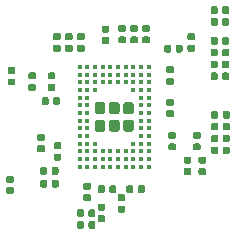
<source format=gbr>
G04 #@! TF.GenerationSoftware,KiCad,Pcbnew,5.1.5+dfsg1-2~bpo10+1*
G04 #@! TF.CreationDate,2020-02-19T21:48:08+01:00*
G04 #@! TF.ProjectId,zglue-gem1-adapter,7a676c75-652d-4676-956d-312d61646170,rev?*
G04 #@! TF.SameCoordinates,Original*
G04 #@! TF.FileFunction,Paste,Top*
G04 #@! TF.FilePolarity,Positive*
%FSLAX46Y46*%
G04 Gerber Fmt 4.6, Leading zero omitted, Abs format (unit mm)*
G04 Created by KiCad (PCBNEW 5.1.5+dfsg1-2~bpo10+1) date 2020-02-19 21:48:08*
%MOMM*%
%LPD*%
G04 APERTURE LIST*
%ADD10C,0.100000*%
%ADD11R,0.300000X0.300000*%
G04 APERTURE END LIST*
D10*
G36*
X13947054Y-10251083D02*
G01*
X13968895Y-10254323D01*
X13990314Y-10259688D01*
X14011104Y-10267127D01*
X14031064Y-10276568D01*
X14050003Y-10287919D01*
X14067738Y-10301073D01*
X14084099Y-10315901D01*
X14098927Y-10332262D01*
X14112081Y-10349997D01*
X14123432Y-10368936D01*
X14132873Y-10388896D01*
X14140312Y-10409686D01*
X14145677Y-10431105D01*
X14148917Y-10452946D01*
X14150000Y-10475000D01*
X14150000Y-11025000D01*
X14148917Y-11047054D01*
X14145677Y-11068895D01*
X14140312Y-11090314D01*
X14132873Y-11111104D01*
X14123432Y-11131064D01*
X14112081Y-11150003D01*
X14098927Y-11167738D01*
X14084099Y-11184099D01*
X14067738Y-11198927D01*
X14050003Y-11212081D01*
X14031064Y-11223432D01*
X14011104Y-11232873D01*
X13990314Y-11240312D01*
X13968895Y-11245677D01*
X13947054Y-11248917D01*
X13925000Y-11250000D01*
X13475000Y-11250000D01*
X13452946Y-11248917D01*
X13431105Y-11245677D01*
X13409686Y-11240312D01*
X13388896Y-11232873D01*
X13368936Y-11223432D01*
X13349997Y-11212081D01*
X13332262Y-11198927D01*
X13315901Y-11184099D01*
X13301073Y-11167738D01*
X13287919Y-11150003D01*
X13276568Y-11131064D01*
X13267127Y-11111104D01*
X13259688Y-11090314D01*
X13254323Y-11068895D01*
X13251083Y-11047054D01*
X13250000Y-11025000D01*
X13250000Y-10475000D01*
X13251083Y-10452946D01*
X13254323Y-10431105D01*
X13259688Y-10409686D01*
X13267127Y-10388896D01*
X13276568Y-10368936D01*
X13287919Y-10349997D01*
X13301073Y-10332262D01*
X13315901Y-10315901D01*
X13332262Y-10301073D01*
X13349997Y-10287919D01*
X13368936Y-10276568D01*
X13388896Y-10267127D01*
X13409686Y-10259688D01*
X13431105Y-10254323D01*
X13452946Y-10251083D01*
X13475000Y-10250000D01*
X13925000Y-10250000D01*
X13947054Y-10251083D01*
G37*
D11*
X9575000Y-6425000D03*
X12175000Y-6425000D03*
X15425000Y-6425000D03*
X10875000Y-6425000D03*
X12825000Y-6425000D03*
X10875000Y-5775000D03*
X14125000Y-5775000D03*
X14125000Y-6425000D03*
X12175000Y-5775000D03*
X15425000Y-5775000D03*
X12825000Y-5775000D03*
X11525000Y-7075000D03*
X10875000Y-7075000D03*
X9575000Y-7075000D03*
X11525000Y-5775000D03*
X9575000Y-5775000D03*
X14775000Y-5775000D03*
X10225000Y-5775000D03*
X10225000Y-6425000D03*
X12825000Y-7075000D03*
X13475000Y-7075000D03*
X12175000Y-7075000D03*
X15425000Y-7075000D03*
X10225000Y-7075000D03*
X14775000Y-6425000D03*
X13475000Y-6425000D03*
X13475000Y-5775000D03*
X11525000Y-6425000D03*
X14775000Y-7075000D03*
X14125000Y-7075000D03*
X10225000Y-7725000D03*
X15425000Y-7725000D03*
X9575000Y-7725000D03*
X14775000Y-7725000D03*
X10875000Y-7725000D03*
X14125000Y-7725000D03*
X9575000Y-8375000D03*
X15425000Y-8375000D03*
X10225000Y-8375000D03*
X14775000Y-8375000D03*
X9575000Y-9025000D03*
X15425000Y-9025000D03*
X10225000Y-9025000D03*
X14775000Y-9025000D03*
X9575000Y-9675000D03*
X15425000Y-9675000D03*
X10225000Y-9675000D03*
X14775000Y-9675000D03*
X9575000Y-10325000D03*
X15425000Y-10325000D03*
X10225000Y-10325000D03*
X14775000Y-10325000D03*
X9575000Y-10975000D03*
X15425000Y-10975000D03*
X10225000Y-10975000D03*
X14775000Y-10975000D03*
X10225000Y-11625000D03*
X15425000Y-11625000D03*
X9575000Y-11625000D03*
X14775000Y-11625000D03*
X15425000Y-12275000D03*
X10225000Y-12275000D03*
X14775000Y-12275000D03*
X9575000Y-12275000D03*
X14125000Y-12275000D03*
X10875000Y-12275000D03*
X12825000Y-12925000D03*
X15425000Y-12925000D03*
X10225000Y-12925000D03*
X14775000Y-12925000D03*
X9575000Y-12925000D03*
X11525000Y-12925000D03*
X14125000Y-12925000D03*
X10875000Y-12925000D03*
X12175000Y-12925000D03*
X13475000Y-12925000D03*
X12825000Y-13575000D03*
X15425000Y-13575000D03*
X10225000Y-13575000D03*
X14775000Y-13575000D03*
X9575000Y-13575000D03*
X11525000Y-13575000D03*
X14125000Y-13575000D03*
X10875000Y-13575000D03*
X12175000Y-13575000D03*
X13475000Y-13575000D03*
X15425000Y-14225000D03*
X14775000Y-14225000D03*
X14125000Y-14225000D03*
X13475000Y-14225000D03*
X12825000Y-14225000D03*
X12175000Y-14225000D03*
X11525000Y-14225000D03*
X10875000Y-14225000D03*
X10225000Y-14225000D03*
X9575000Y-14225000D03*
D10*
G36*
X13947054Y-8751083D02*
G01*
X13968895Y-8754323D01*
X13990314Y-8759688D01*
X14011104Y-8767127D01*
X14031064Y-8776568D01*
X14050003Y-8787919D01*
X14067738Y-8801073D01*
X14084099Y-8815901D01*
X14098927Y-8832262D01*
X14112081Y-8849997D01*
X14123432Y-8868936D01*
X14132873Y-8888896D01*
X14140312Y-8909686D01*
X14145677Y-8931105D01*
X14148917Y-8952946D01*
X14150000Y-8975000D01*
X14150000Y-9525000D01*
X14148917Y-9547054D01*
X14145677Y-9568895D01*
X14140312Y-9590314D01*
X14132873Y-9611104D01*
X14123432Y-9631064D01*
X14112081Y-9650003D01*
X14098927Y-9667738D01*
X14084099Y-9684099D01*
X14067738Y-9698927D01*
X14050003Y-9712081D01*
X14031064Y-9723432D01*
X14011104Y-9732873D01*
X13990314Y-9740312D01*
X13968895Y-9745677D01*
X13947054Y-9748917D01*
X13925000Y-9750000D01*
X13475000Y-9750000D01*
X13452946Y-9748917D01*
X13431105Y-9745677D01*
X13409686Y-9740312D01*
X13388896Y-9732873D01*
X13368936Y-9723432D01*
X13349997Y-9712081D01*
X13332262Y-9698927D01*
X13315901Y-9684099D01*
X13301073Y-9667738D01*
X13287919Y-9650003D01*
X13276568Y-9631064D01*
X13267127Y-9611104D01*
X13259688Y-9590314D01*
X13254323Y-9568895D01*
X13251083Y-9547054D01*
X13250000Y-9525000D01*
X13250000Y-8975000D01*
X13251083Y-8952946D01*
X13254323Y-8931105D01*
X13259688Y-8909686D01*
X13267127Y-8888896D01*
X13276568Y-8868936D01*
X13287919Y-8849997D01*
X13301073Y-8832262D01*
X13315901Y-8815901D01*
X13332262Y-8801073D01*
X13349997Y-8787919D01*
X13368936Y-8776568D01*
X13388896Y-8767127D01*
X13409686Y-8759688D01*
X13431105Y-8754323D01*
X13452946Y-8751083D01*
X13475000Y-8750000D01*
X13925000Y-8750000D01*
X13947054Y-8751083D01*
G37*
G36*
X12747054Y-10251083D02*
G01*
X12768895Y-10254323D01*
X12790314Y-10259688D01*
X12811104Y-10267127D01*
X12831064Y-10276568D01*
X12850003Y-10287919D01*
X12867738Y-10301073D01*
X12884099Y-10315901D01*
X12898927Y-10332262D01*
X12912081Y-10349997D01*
X12923432Y-10368936D01*
X12932873Y-10388896D01*
X12940312Y-10409686D01*
X12945677Y-10431105D01*
X12948917Y-10452946D01*
X12950000Y-10475000D01*
X12950000Y-11025000D01*
X12948917Y-11047054D01*
X12945677Y-11068895D01*
X12940312Y-11090314D01*
X12932873Y-11111104D01*
X12923432Y-11131064D01*
X12912081Y-11150003D01*
X12898927Y-11167738D01*
X12884099Y-11184099D01*
X12867738Y-11198927D01*
X12850003Y-11212081D01*
X12831064Y-11223432D01*
X12811104Y-11232873D01*
X12790314Y-11240312D01*
X12768895Y-11245677D01*
X12747054Y-11248917D01*
X12725000Y-11250000D01*
X12275000Y-11250000D01*
X12252946Y-11248917D01*
X12231105Y-11245677D01*
X12209686Y-11240312D01*
X12188896Y-11232873D01*
X12168936Y-11223432D01*
X12149997Y-11212081D01*
X12132262Y-11198927D01*
X12115901Y-11184099D01*
X12101073Y-11167738D01*
X12087919Y-11150003D01*
X12076568Y-11131064D01*
X12067127Y-11111104D01*
X12059688Y-11090314D01*
X12054323Y-11068895D01*
X12051083Y-11047054D01*
X12050000Y-11025000D01*
X12050000Y-10475000D01*
X12051083Y-10452946D01*
X12054323Y-10431105D01*
X12059688Y-10409686D01*
X12067127Y-10388896D01*
X12076568Y-10368936D01*
X12087919Y-10349997D01*
X12101073Y-10332262D01*
X12115901Y-10315901D01*
X12132262Y-10301073D01*
X12149997Y-10287919D01*
X12168936Y-10276568D01*
X12188896Y-10267127D01*
X12209686Y-10259688D01*
X12231105Y-10254323D01*
X12252946Y-10251083D01*
X12275000Y-10250000D01*
X12725000Y-10250000D01*
X12747054Y-10251083D01*
G37*
G36*
X11547054Y-10251083D02*
G01*
X11568895Y-10254323D01*
X11590314Y-10259688D01*
X11611104Y-10267127D01*
X11631064Y-10276568D01*
X11650003Y-10287919D01*
X11667738Y-10301073D01*
X11684099Y-10315901D01*
X11698927Y-10332262D01*
X11712081Y-10349997D01*
X11723432Y-10368936D01*
X11732873Y-10388896D01*
X11740312Y-10409686D01*
X11745677Y-10431105D01*
X11748917Y-10452946D01*
X11750000Y-10475000D01*
X11750000Y-11025000D01*
X11748917Y-11047054D01*
X11745677Y-11068895D01*
X11740312Y-11090314D01*
X11732873Y-11111104D01*
X11723432Y-11131064D01*
X11712081Y-11150003D01*
X11698927Y-11167738D01*
X11684099Y-11184099D01*
X11667738Y-11198927D01*
X11650003Y-11212081D01*
X11631064Y-11223432D01*
X11611104Y-11232873D01*
X11590314Y-11240312D01*
X11568895Y-11245677D01*
X11547054Y-11248917D01*
X11525000Y-11250000D01*
X11075000Y-11250000D01*
X11052946Y-11248917D01*
X11031105Y-11245677D01*
X11009686Y-11240312D01*
X10988896Y-11232873D01*
X10968936Y-11223432D01*
X10949997Y-11212081D01*
X10932262Y-11198927D01*
X10915901Y-11184099D01*
X10901073Y-11167738D01*
X10887919Y-11150003D01*
X10876568Y-11131064D01*
X10867127Y-11111104D01*
X10859688Y-11090314D01*
X10854323Y-11068895D01*
X10851083Y-11047054D01*
X10850000Y-11025000D01*
X10850000Y-10475000D01*
X10851083Y-10452946D01*
X10854323Y-10431105D01*
X10859688Y-10409686D01*
X10867127Y-10388896D01*
X10876568Y-10368936D01*
X10887919Y-10349997D01*
X10901073Y-10332262D01*
X10915901Y-10315901D01*
X10932262Y-10301073D01*
X10949997Y-10287919D01*
X10968936Y-10276568D01*
X10988896Y-10267127D01*
X11009686Y-10259688D01*
X11031105Y-10254323D01*
X11052946Y-10251083D01*
X11075000Y-10250000D01*
X11525000Y-10250000D01*
X11547054Y-10251083D01*
G37*
G36*
X12747054Y-8751083D02*
G01*
X12768895Y-8754323D01*
X12790314Y-8759688D01*
X12811104Y-8767127D01*
X12831064Y-8776568D01*
X12850003Y-8787919D01*
X12867738Y-8801073D01*
X12884099Y-8815901D01*
X12898927Y-8832262D01*
X12912081Y-8849997D01*
X12923432Y-8868936D01*
X12932873Y-8888896D01*
X12940312Y-8909686D01*
X12945677Y-8931105D01*
X12948917Y-8952946D01*
X12950000Y-8975000D01*
X12950000Y-9525000D01*
X12948917Y-9547054D01*
X12945677Y-9568895D01*
X12940312Y-9590314D01*
X12932873Y-9611104D01*
X12923432Y-9631064D01*
X12912081Y-9650003D01*
X12898927Y-9667738D01*
X12884099Y-9684099D01*
X12867738Y-9698927D01*
X12850003Y-9712081D01*
X12831064Y-9723432D01*
X12811104Y-9732873D01*
X12790314Y-9740312D01*
X12768895Y-9745677D01*
X12747054Y-9748917D01*
X12725000Y-9750000D01*
X12275000Y-9750000D01*
X12252946Y-9748917D01*
X12231105Y-9745677D01*
X12209686Y-9740312D01*
X12188896Y-9732873D01*
X12168936Y-9723432D01*
X12149997Y-9712081D01*
X12132262Y-9698927D01*
X12115901Y-9684099D01*
X12101073Y-9667738D01*
X12087919Y-9650003D01*
X12076568Y-9631064D01*
X12067127Y-9611104D01*
X12059688Y-9590314D01*
X12054323Y-9568895D01*
X12051083Y-9547054D01*
X12050000Y-9525000D01*
X12050000Y-8975000D01*
X12051083Y-8952946D01*
X12054323Y-8931105D01*
X12059688Y-8909686D01*
X12067127Y-8888896D01*
X12076568Y-8868936D01*
X12087919Y-8849997D01*
X12101073Y-8832262D01*
X12115901Y-8815901D01*
X12132262Y-8801073D01*
X12149997Y-8787919D01*
X12168936Y-8776568D01*
X12188896Y-8767127D01*
X12209686Y-8759688D01*
X12231105Y-8754323D01*
X12252946Y-8751083D01*
X12275000Y-8750000D01*
X12725000Y-8750000D01*
X12747054Y-8751083D01*
G37*
G36*
X11547054Y-8751083D02*
G01*
X11568895Y-8754323D01*
X11590314Y-8759688D01*
X11611104Y-8767127D01*
X11631064Y-8776568D01*
X11650003Y-8787919D01*
X11667738Y-8801073D01*
X11684099Y-8815901D01*
X11698927Y-8832262D01*
X11712081Y-8849997D01*
X11723432Y-8868936D01*
X11732873Y-8888896D01*
X11740312Y-8909686D01*
X11745677Y-8931105D01*
X11748917Y-8952946D01*
X11750000Y-8975000D01*
X11750000Y-9525000D01*
X11748917Y-9547054D01*
X11745677Y-9568895D01*
X11740312Y-9590314D01*
X11732873Y-9611104D01*
X11723432Y-9631064D01*
X11712081Y-9650003D01*
X11698927Y-9667738D01*
X11684099Y-9684099D01*
X11667738Y-9698927D01*
X11650003Y-9712081D01*
X11631064Y-9723432D01*
X11611104Y-9732873D01*
X11590314Y-9740312D01*
X11568895Y-9745677D01*
X11547054Y-9748917D01*
X11525000Y-9750000D01*
X11075000Y-9750000D01*
X11052946Y-9748917D01*
X11031105Y-9745677D01*
X11009686Y-9740312D01*
X10988896Y-9732873D01*
X10968936Y-9723432D01*
X10949997Y-9712081D01*
X10932262Y-9698927D01*
X10915901Y-9684099D01*
X10901073Y-9667738D01*
X10887919Y-9650003D01*
X10876568Y-9631064D01*
X10867127Y-9611104D01*
X10859688Y-9590314D01*
X10854323Y-9568895D01*
X10851083Y-9547054D01*
X10850000Y-9525000D01*
X10850000Y-8975000D01*
X10851083Y-8952946D01*
X10854323Y-8931105D01*
X10859688Y-8909686D01*
X10867127Y-8888896D01*
X10876568Y-8868936D01*
X10887919Y-8849997D01*
X10901073Y-8832262D01*
X10915901Y-8815901D01*
X10932262Y-8801073D01*
X10949997Y-8787919D01*
X10968936Y-8776568D01*
X10988896Y-8767127D01*
X11009686Y-8759688D01*
X11031105Y-8754323D01*
X11052946Y-8751083D01*
X11075000Y-8750000D01*
X11525000Y-8750000D01*
X11547054Y-8751083D01*
G37*
G36*
X22086958Y-640710D02*
G01*
X22101276Y-642834D01*
X22115317Y-646351D01*
X22128946Y-651228D01*
X22142031Y-657417D01*
X22154447Y-664858D01*
X22166073Y-673481D01*
X22176798Y-683202D01*
X22186519Y-693927D01*
X22195142Y-705553D01*
X22202583Y-717969D01*
X22208772Y-731054D01*
X22213649Y-744683D01*
X22217166Y-758724D01*
X22219290Y-773042D01*
X22220000Y-787500D01*
X22220000Y-1132500D01*
X22219290Y-1146958D01*
X22217166Y-1161276D01*
X22213649Y-1175317D01*
X22208772Y-1188946D01*
X22202583Y-1202031D01*
X22195142Y-1214447D01*
X22186519Y-1226073D01*
X22176798Y-1236798D01*
X22166073Y-1246519D01*
X22154447Y-1255142D01*
X22142031Y-1262583D01*
X22128946Y-1268772D01*
X22115317Y-1273649D01*
X22101276Y-1277166D01*
X22086958Y-1279290D01*
X22072500Y-1280000D01*
X21777500Y-1280000D01*
X21763042Y-1279290D01*
X21748724Y-1277166D01*
X21734683Y-1273649D01*
X21721054Y-1268772D01*
X21707969Y-1262583D01*
X21695553Y-1255142D01*
X21683927Y-1246519D01*
X21673202Y-1236798D01*
X21663481Y-1226073D01*
X21654858Y-1214447D01*
X21647417Y-1202031D01*
X21641228Y-1188946D01*
X21636351Y-1175317D01*
X21632834Y-1161276D01*
X21630710Y-1146958D01*
X21630000Y-1132500D01*
X21630000Y-787500D01*
X21630710Y-773042D01*
X21632834Y-758724D01*
X21636351Y-744683D01*
X21641228Y-731054D01*
X21647417Y-717969D01*
X21654858Y-705553D01*
X21663481Y-693927D01*
X21673202Y-683202D01*
X21683927Y-673481D01*
X21695553Y-664858D01*
X21707969Y-657417D01*
X21721054Y-651228D01*
X21734683Y-646351D01*
X21748724Y-642834D01*
X21763042Y-640710D01*
X21777500Y-640000D01*
X22072500Y-640000D01*
X22086958Y-640710D01*
G37*
G36*
X21116958Y-640710D02*
G01*
X21131276Y-642834D01*
X21145317Y-646351D01*
X21158946Y-651228D01*
X21172031Y-657417D01*
X21184447Y-664858D01*
X21196073Y-673481D01*
X21206798Y-683202D01*
X21216519Y-693927D01*
X21225142Y-705553D01*
X21232583Y-717969D01*
X21238772Y-731054D01*
X21243649Y-744683D01*
X21247166Y-758724D01*
X21249290Y-773042D01*
X21250000Y-787500D01*
X21250000Y-1132500D01*
X21249290Y-1146958D01*
X21247166Y-1161276D01*
X21243649Y-1175317D01*
X21238772Y-1188946D01*
X21232583Y-1202031D01*
X21225142Y-1214447D01*
X21216519Y-1226073D01*
X21206798Y-1236798D01*
X21196073Y-1246519D01*
X21184447Y-1255142D01*
X21172031Y-1262583D01*
X21158946Y-1268772D01*
X21145317Y-1273649D01*
X21131276Y-1277166D01*
X21116958Y-1279290D01*
X21102500Y-1280000D01*
X20807500Y-1280000D01*
X20793042Y-1279290D01*
X20778724Y-1277166D01*
X20764683Y-1273649D01*
X20751054Y-1268772D01*
X20737969Y-1262583D01*
X20725553Y-1255142D01*
X20713927Y-1246519D01*
X20703202Y-1236798D01*
X20693481Y-1226073D01*
X20684858Y-1214447D01*
X20677417Y-1202031D01*
X20671228Y-1188946D01*
X20666351Y-1175317D01*
X20662834Y-1161276D01*
X20660710Y-1146958D01*
X20660000Y-1132500D01*
X20660000Y-787500D01*
X20660710Y-773042D01*
X20662834Y-758724D01*
X20666351Y-744683D01*
X20671228Y-731054D01*
X20677417Y-717969D01*
X20684858Y-705553D01*
X20693481Y-693927D01*
X20703202Y-683202D01*
X20713927Y-673481D01*
X20725553Y-664858D01*
X20737969Y-657417D01*
X20751054Y-651228D01*
X20764683Y-646351D01*
X20778724Y-642834D01*
X20793042Y-640710D01*
X20807500Y-640000D01*
X21102500Y-640000D01*
X21116958Y-640710D01*
G37*
G36*
X22086958Y-1630710D02*
G01*
X22101276Y-1632834D01*
X22115317Y-1636351D01*
X22128946Y-1641228D01*
X22142031Y-1647417D01*
X22154447Y-1654858D01*
X22166073Y-1663481D01*
X22176798Y-1673202D01*
X22186519Y-1683927D01*
X22195142Y-1695553D01*
X22202583Y-1707969D01*
X22208772Y-1721054D01*
X22213649Y-1734683D01*
X22217166Y-1748724D01*
X22219290Y-1763042D01*
X22220000Y-1777500D01*
X22220000Y-2122500D01*
X22219290Y-2136958D01*
X22217166Y-2151276D01*
X22213649Y-2165317D01*
X22208772Y-2178946D01*
X22202583Y-2192031D01*
X22195142Y-2204447D01*
X22186519Y-2216073D01*
X22176798Y-2226798D01*
X22166073Y-2236519D01*
X22154447Y-2245142D01*
X22142031Y-2252583D01*
X22128946Y-2258772D01*
X22115317Y-2263649D01*
X22101276Y-2267166D01*
X22086958Y-2269290D01*
X22072500Y-2270000D01*
X21777500Y-2270000D01*
X21763042Y-2269290D01*
X21748724Y-2267166D01*
X21734683Y-2263649D01*
X21721054Y-2258772D01*
X21707969Y-2252583D01*
X21695553Y-2245142D01*
X21683927Y-2236519D01*
X21673202Y-2226798D01*
X21663481Y-2216073D01*
X21654858Y-2204447D01*
X21647417Y-2192031D01*
X21641228Y-2178946D01*
X21636351Y-2165317D01*
X21632834Y-2151276D01*
X21630710Y-2136958D01*
X21630000Y-2122500D01*
X21630000Y-1777500D01*
X21630710Y-1763042D01*
X21632834Y-1748724D01*
X21636351Y-1734683D01*
X21641228Y-1721054D01*
X21647417Y-1707969D01*
X21654858Y-1695553D01*
X21663481Y-1683927D01*
X21673202Y-1673202D01*
X21683927Y-1663481D01*
X21695553Y-1654858D01*
X21707969Y-1647417D01*
X21721054Y-1641228D01*
X21734683Y-1636351D01*
X21748724Y-1632834D01*
X21763042Y-1630710D01*
X21777500Y-1630000D01*
X22072500Y-1630000D01*
X22086958Y-1630710D01*
G37*
G36*
X21116958Y-1630710D02*
G01*
X21131276Y-1632834D01*
X21145317Y-1636351D01*
X21158946Y-1641228D01*
X21172031Y-1647417D01*
X21184447Y-1654858D01*
X21196073Y-1663481D01*
X21206798Y-1673202D01*
X21216519Y-1683927D01*
X21225142Y-1695553D01*
X21232583Y-1707969D01*
X21238772Y-1721054D01*
X21243649Y-1734683D01*
X21247166Y-1748724D01*
X21249290Y-1763042D01*
X21250000Y-1777500D01*
X21250000Y-2122500D01*
X21249290Y-2136958D01*
X21247166Y-2151276D01*
X21243649Y-2165317D01*
X21238772Y-2178946D01*
X21232583Y-2192031D01*
X21225142Y-2204447D01*
X21216519Y-2216073D01*
X21206798Y-2226798D01*
X21196073Y-2236519D01*
X21184447Y-2245142D01*
X21172031Y-2252583D01*
X21158946Y-2258772D01*
X21145317Y-2263649D01*
X21131276Y-2267166D01*
X21116958Y-2269290D01*
X21102500Y-2270000D01*
X20807500Y-2270000D01*
X20793042Y-2269290D01*
X20778724Y-2267166D01*
X20764683Y-2263649D01*
X20751054Y-2258772D01*
X20737969Y-2252583D01*
X20725553Y-2245142D01*
X20713927Y-2236519D01*
X20703202Y-2226798D01*
X20693481Y-2216073D01*
X20684858Y-2204447D01*
X20677417Y-2192031D01*
X20671228Y-2178946D01*
X20666351Y-2165317D01*
X20662834Y-2151276D01*
X20660710Y-2136958D01*
X20660000Y-2122500D01*
X20660000Y-1777500D01*
X20660710Y-1763042D01*
X20662834Y-1748724D01*
X20666351Y-1734683D01*
X20671228Y-1721054D01*
X20677417Y-1707969D01*
X20684858Y-1695553D01*
X20693481Y-1683927D01*
X20703202Y-1673202D01*
X20713927Y-1663481D01*
X20725553Y-1654858D01*
X20737969Y-1647417D01*
X20751054Y-1641228D01*
X20764683Y-1636351D01*
X20778724Y-1632834D01*
X20793042Y-1630710D01*
X20807500Y-1630000D01*
X21102500Y-1630000D01*
X21116958Y-1630710D01*
G37*
G36*
X10386958Y-16540710D02*
G01*
X10401276Y-16542834D01*
X10415317Y-16546351D01*
X10428946Y-16551228D01*
X10442031Y-16557417D01*
X10454447Y-16564858D01*
X10466073Y-16573481D01*
X10476798Y-16583202D01*
X10486519Y-16593927D01*
X10495142Y-16605553D01*
X10502583Y-16617969D01*
X10508772Y-16631054D01*
X10513649Y-16644683D01*
X10517166Y-16658724D01*
X10519290Y-16673042D01*
X10520000Y-16687500D01*
X10520000Y-16982500D01*
X10519290Y-16996958D01*
X10517166Y-17011276D01*
X10513649Y-17025317D01*
X10508772Y-17038946D01*
X10502583Y-17052031D01*
X10495142Y-17064447D01*
X10486519Y-17076073D01*
X10476798Y-17086798D01*
X10466073Y-17096519D01*
X10454447Y-17105142D01*
X10442031Y-17112583D01*
X10428946Y-17118772D01*
X10415317Y-17123649D01*
X10401276Y-17127166D01*
X10386958Y-17129290D01*
X10372500Y-17130000D01*
X10027500Y-17130000D01*
X10013042Y-17129290D01*
X9998724Y-17127166D01*
X9984683Y-17123649D01*
X9971054Y-17118772D01*
X9957969Y-17112583D01*
X9945553Y-17105142D01*
X9933927Y-17096519D01*
X9923202Y-17086798D01*
X9913481Y-17076073D01*
X9904858Y-17064447D01*
X9897417Y-17052031D01*
X9891228Y-17038946D01*
X9886351Y-17025317D01*
X9882834Y-17011276D01*
X9880710Y-16996958D01*
X9880000Y-16982500D01*
X9880000Y-16687500D01*
X9880710Y-16673042D01*
X9882834Y-16658724D01*
X9886351Y-16644683D01*
X9891228Y-16631054D01*
X9897417Y-16617969D01*
X9904858Y-16605553D01*
X9913481Y-16593927D01*
X9923202Y-16583202D01*
X9933927Y-16573481D01*
X9945553Y-16564858D01*
X9957969Y-16557417D01*
X9971054Y-16551228D01*
X9984683Y-16546351D01*
X9998724Y-16542834D01*
X10013042Y-16540710D01*
X10027500Y-16540000D01*
X10372500Y-16540000D01*
X10386958Y-16540710D01*
G37*
G36*
X10386958Y-15570710D02*
G01*
X10401276Y-15572834D01*
X10415317Y-15576351D01*
X10428946Y-15581228D01*
X10442031Y-15587417D01*
X10454447Y-15594858D01*
X10466073Y-15603481D01*
X10476798Y-15613202D01*
X10486519Y-15623927D01*
X10495142Y-15635553D01*
X10502583Y-15647969D01*
X10508772Y-15661054D01*
X10513649Y-15674683D01*
X10517166Y-15688724D01*
X10519290Y-15703042D01*
X10520000Y-15717500D01*
X10520000Y-16012500D01*
X10519290Y-16026958D01*
X10517166Y-16041276D01*
X10513649Y-16055317D01*
X10508772Y-16068946D01*
X10502583Y-16082031D01*
X10495142Y-16094447D01*
X10486519Y-16106073D01*
X10476798Y-16116798D01*
X10466073Y-16126519D01*
X10454447Y-16135142D01*
X10442031Y-16142583D01*
X10428946Y-16148772D01*
X10415317Y-16153649D01*
X10401276Y-16157166D01*
X10386958Y-16159290D01*
X10372500Y-16160000D01*
X10027500Y-16160000D01*
X10013042Y-16159290D01*
X9998724Y-16157166D01*
X9984683Y-16153649D01*
X9971054Y-16148772D01*
X9957969Y-16142583D01*
X9945553Y-16135142D01*
X9933927Y-16126519D01*
X9923202Y-16116798D01*
X9913481Y-16106073D01*
X9904858Y-16094447D01*
X9897417Y-16082031D01*
X9891228Y-16068946D01*
X9886351Y-16055317D01*
X9882834Y-16041276D01*
X9880710Y-16026958D01*
X9880000Y-16012500D01*
X9880000Y-15717500D01*
X9880710Y-15703042D01*
X9882834Y-15688724D01*
X9886351Y-15674683D01*
X9891228Y-15661054D01*
X9897417Y-15647969D01*
X9904858Y-15635553D01*
X9913481Y-15623927D01*
X9923202Y-15613202D01*
X9933927Y-15603481D01*
X9945553Y-15594858D01*
X9957969Y-15587417D01*
X9971054Y-15581228D01*
X9984683Y-15576351D01*
X9998724Y-15572834D01*
X10013042Y-15570710D01*
X10027500Y-15570000D01*
X10372500Y-15570000D01*
X10386958Y-15570710D01*
G37*
G36*
X22086958Y-3240710D02*
G01*
X22101276Y-3242834D01*
X22115317Y-3246351D01*
X22128946Y-3251228D01*
X22142031Y-3257417D01*
X22154447Y-3264858D01*
X22166073Y-3273481D01*
X22176798Y-3283202D01*
X22186519Y-3293927D01*
X22195142Y-3305553D01*
X22202583Y-3317969D01*
X22208772Y-3331054D01*
X22213649Y-3344683D01*
X22217166Y-3358724D01*
X22219290Y-3373042D01*
X22220000Y-3387500D01*
X22220000Y-3732500D01*
X22219290Y-3746958D01*
X22217166Y-3761276D01*
X22213649Y-3775317D01*
X22208772Y-3788946D01*
X22202583Y-3802031D01*
X22195142Y-3814447D01*
X22186519Y-3826073D01*
X22176798Y-3836798D01*
X22166073Y-3846519D01*
X22154447Y-3855142D01*
X22142031Y-3862583D01*
X22128946Y-3868772D01*
X22115317Y-3873649D01*
X22101276Y-3877166D01*
X22086958Y-3879290D01*
X22072500Y-3880000D01*
X21777500Y-3880000D01*
X21763042Y-3879290D01*
X21748724Y-3877166D01*
X21734683Y-3873649D01*
X21721054Y-3868772D01*
X21707969Y-3862583D01*
X21695553Y-3855142D01*
X21683927Y-3846519D01*
X21673202Y-3836798D01*
X21663481Y-3826073D01*
X21654858Y-3814447D01*
X21647417Y-3802031D01*
X21641228Y-3788946D01*
X21636351Y-3775317D01*
X21632834Y-3761276D01*
X21630710Y-3746958D01*
X21630000Y-3732500D01*
X21630000Y-3387500D01*
X21630710Y-3373042D01*
X21632834Y-3358724D01*
X21636351Y-3344683D01*
X21641228Y-3331054D01*
X21647417Y-3317969D01*
X21654858Y-3305553D01*
X21663481Y-3293927D01*
X21673202Y-3283202D01*
X21683927Y-3273481D01*
X21695553Y-3264858D01*
X21707969Y-3257417D01*
X21721054Y-3251228D01*
X21734683Y-3246351D01*
X21748724Y-3242834D01*
X21763042Y-3240710D01*
X21777500Y-3240000D01*
X22072500Y-3240000D01*
X22086958Y-3240710D01*
G37*
G36*
X21116958Y-3240710D02*
G01*
X21131276Y-3242834D01*
X21145317Y-3246351D01*
X21158946Y-3251228D01*
X21172031Y-3257417D01*
X21184447Y-3264858D01*
X21196073Y-3273481D01*
X21206798Y-3283202D01*
X21216519Y-3293927D01*
X21225142Y-3305553D01*
X21232583Y-3317969D01*
X21238772Y-3331054D01*
X21243649Y-3344683D01*
X21247166Y-3358724D01*
X21249290Y-3373042D01*
X21250000Y-3387500D01*
X21250000Y-3732500D01*
X21249290Y-3746958D01*
X21247166Y-3761276D01*
X21243649Y-3775317D01*
X21238772Y-3788946D01*
X21232583Y-3802031D01*
X21225142Y-3814447D01*
X21216519Y-3826073D01*
X21206798Y-3836798D01*
X21196073Y-3846519D01*
X21184447Y-3855142D01*
X21172031Y-3862583D01*
X21158946Y-3868772D01*
X21145317Y-3873649D01*
X21131276Y-3877166D01*
X21116958Y-3879290D01*
X21102500Y-3880000D01*
X20807500Y-3880000D01*
X20793042Y-3879290D01*
X20778724Y-3877166D01*
X20764683Y-3873649D01*
X20751054Y-3868772D01*
X20737969Y-3862583D01*
X20725553Y-3855142D01*
X20713927Y-3846519D01*
X20703202Y-3836798D01*
X20693481Y-3826073D01*
X20684858Y-3814447D01*
X20677417Y-3802031D01*
X20671228Y-3788946D01*
X20666351Y-3775317D01*
X20662834Y-3761276D01*
X20660710Y-3746958D01*
X20660000Y-3732500D01*
X20660000Y-3387500D01*
X20660710Y-3373042D01*
X20662834Y-3358724D01*
X20666351Y-3344683D01*
X20671228Y-3331054D01*
X20677417Y-3317969D01*
X20684858Y-3305553D01*
X20693481Y-3293927D01*
X20703202Y-3283202D01*
X20713927Y-3273481D01*
X20725553Y-3264858D01*
X20737969Y-3257417D01*
X20751054Y-3251228D01*
X20764683Y-3246351D01*
X20778724Y-3242834D01*
X20793042Y-3240710D01*
X20807500Y-3240000D01*
X21102500Y-3240000D01*
X21116958Y-3240710D01*
G37*
G36*
X22086958Y-5240710D02*
G01*
X22101276Y-5242834D01*
X22115317Y-5246351D01*
X22128946Y-5251228D01*
X22142031Y-5257417D01*
X22154447Y-5264858D01*
X22166073Y-5273481D01*
X22176798Y-5283202D01*
X22186519Y-5293927D01*
X22195142Y-5305553D01*
X22202583Y-5317969D01*
X22208772Y-5331054D01*
X22213649Y-5344683D01*
X22217166Y-5358724D01*
X22219290Y-5373042D01*
X22220000Y-5387500D01*
X22220000Y-5732500D01*
X22219290Y-5746958D01*
X22217166Y-5761276D01*
X22213649Y-5775317D01*
X22208772Y-5788946D01*
X22202583Y-5802031D01*
X22195142Y-5814447D01*
X22186519Y-5826073D01*
X22176798Y-5836798D01*
X22166073Y-5846519D01*
X22154447Y-5855142D01*
X22142031Y-5862583D01*
X22128946Y-5868772D01*
X22115317Y-5873649D01*
X22101276Y-5877166D01*
X22086958Y-5879290D01*
X22072500Y-5880000D01*
X21777500Y-5880000D01*
X21763042Y-5879290D01*
X21748724Y-5877166D01*
X21734683Y-5873649D01*
X21721054Y-5868772D01*
X21707969Y-5862583D01*
X21695553Y-5855142D01*
X21683927Y-5846519D01*
X21673202Y-5836798D01*
X21663481Y-5826073D01*
X21654858Y-5814447D01*
X21647417Y-5802031D01*
X21641228Y-5788946D01*
X21636351Y-5775317D01*
X21632834Y-5761276D01*
X21630710Y-5746958D01*
X21630000Y-5732500D01*
X21630000Y-5387500D01*
X21630710Y-5373042D01*
X21632834Y-5358724D01*
X21636351Y-5344683D01*
X21641228Y-5331054D01*
X21647417Y-5317969D01*
X21654858Y-5305553D01*
X21663481Y-5293927D01*
X21673202Y-5283202D01*
X21683927Y-5273481D01*
X21695553Y-5264858D01*
X21707969Y-5257417D01*
X21721054Y-5251228D01*
X21734683Y-5246351D01*
X21748724Y-5242834D01*
X21763042Y-5240710D01*
X21777500Y-5240000D01*
X22072500Y-5240000D01*
X22086958Y-5240710D01*
G37*
G36*
X21116958Y-5240710D02*
G01*
X21131276Y-5242834D01*
X21145317Y-5246351D01*
X21158946Y-5251228D01*
X21172031Y-5257417D01*
X21184447Y-5264858D01*
X21196073Y-5273481D01*
X21206798Y-5283202D01*
X21216519Y-5293927D01*
X21225142Y-5305553D01*
X21232583Y-5317969D01*
X21238772Y-5331054D01*
X21243649Y-5344683D01*
X21247166Y-5358724D01*
X21249290Y-5373042D01*
X21250000Y-5387500D01*
X21250000Y-5732500D01*
X21249290Y-5746958D01*
X21247166Y-5761276D01*
X21243649Y-5775317D01*
X21238772Y-5788946D01*
X21232583Y-5802031D01*
X21225142Y-5814447D01*
X21216519Y-5826073D01*
X21206798Y-5836798D01*
X21196073Y-5846519D01*
X21184447Y-5855142D01*
X21172031Y-5862583D01*
X21158946Y-5868772D01*
X21145317Y-5873649D01*
X21131276Y-5877166D01*
X21116958Y-5879290D01*
X21102500Y-5880000D01*
X20807500Y-5880000D01*
X20793042Y-5879290D01*
X20778724Y-5877166D01*
X20764683Y-5873649D01*
X20751054Y-5868772D01*
X20737969Y-5862583D01*
X20725553Y-5855142D01*
X20713927Y-5846519D01*
X20703202Y-5836798D01*
X20693481Y-5826073D01*
X20684858Y-5814447D01*
X20677417Y-5802031D01*
X20671228Y-5788946D01*
X20666351Y-5775317D01*
X20662834Y-5761276D01*
X20660710Y-5746958D01*
X20660000Y-5732500D01*
X20660000Y-5387500D01*
X20660710Y-5373042D01*
X20662834Y-5358724D01*
X20666351Y-5344683D01*
X20671228Y-5331054D01*
X20677417Y-5317969D01*
X20684858Y-5305553D01*
X20693481Y-5293927D01*
X20703202Y-5283202D01*
X20713927Y-5273481D01*
X20725553Y-5264858D01*
X20737969Y-5257417D01*
X20751054Y-5251228D01*
X20764683Y-5246351D01*
X20778724Y-5242834D01*
X20793042Y-5240710D01*
X20807500Y-5240000D01*
X21102500Y-5240000D01*
X21116958Y-5240710D01*
G37*
G36*
X22086958Y-4240710D02*
G01*
X22101276Y-4242834D01*
X22115317Y-4246351D01*
X22128946Y-4251228D01*
X22142031Y-4257417D01*
X22154447Y-4264858D01*
X22166073Y-4273481D01*
X22176798Y-4283202D01*
X22186519Y-4293927D01*
X22195142Y-4305553D01*
X22202583Y-4317969D01*
X22208772Y-4331054D01*
X22213649Y-4344683D01*
X22217166Y-4358724D01*
X22219290Y-4373042D01*
X22220000Y-4387500D01*
X22220000Y-4732500D01*
X22219290Y-4746958D01*
X22217166Y-4761276D01*
X22213649Y-4775317D01*
X22208772Y-4788946D01*
X22202583Y-4802031D01*
X22195142Y-4814447D01*
X22186519Y-4826073D01*
X22176798Y-4836798D01*
X22166073Y-4846519D01*
X22154447Y-4855142D01*
X22142031Y-4862583D01*
X22128946Y-4868772D01*
X22115317Y-4873649D01*
X22101276Y-4877166D01*
X22086958Y-4879290D01*
X22072500Y-4880000D01*
X21777500Y-4880000D01*
X21763042Y-4879290D01*
X21748724Y-4877166D01*
X21734683Y-4873649D01*
X21721054Y-4868772D01*
X21707969Y-4862583D01*
X21695553Y-4855142D01*
X21683927Y-4846519D01*
X21673202Y-4836798D01*
X21663481Y-4826073D01*
X21654858Y-4814447D01*
X21647417Y-4802031D01*
X21641228Y-4788946D01*
X21636351Y-4775317D01*
X21632834Y-4761276D01*
X21630710Y-4746958D01*
X21630000Y-4732500D01*
X21630000Y-4387500D01*
X21630710Y-4373042D01*
X21632834Y-4358724D01*
X21636351Y-4344683D01*
X21641228Y-4331054D01*
X21647417Y-4317969D01*
X21654858Y-4305553D01*
X21663481Y-4293927D01*
X21673202Y-4283202D01*
X21683927Y-4273481D01*
X21695553Y-4264858D01*
X21707969Y-4257417D01*
X21721054Y-4251228D01*
X21734683Y-4246351D01*
X21748724Y-4242834D01*
X21763042Y-4240710D01*
X21777500Y-4240000D01*
X22072500Y-4240000D01*
X22086958Y-4240710D01*
G37*
G36*
X21116958Y-4240710D02*
G01*
X21131276Y-4242834D01*
X21145317Y-4246351D01*
X21158946Y-4251228D01*
X21172031Y-4257417D01*
X21184447Y-4264858D01*
X21196073Y-4273481D01*
X21206798Y-4283202D01*
X21216519Y-4293927D01*
X21225142Y-4305553D01*
X21232583Y-4317969D01*
X21238772Y-4331054D01*
X21243649Y-4344683D01*
X21247166Y-4358724D01*
X21249290Y-4373042D01*
X21250000Y-4387500D01*
X21250000Y-4732500D01*
X21249290Y-4746958D01*
X21247166Y-4761276D01*
X21243649Y-4775317D01*
X21238772Y-4788946D01*
X21232583Y-4802031D01*
X21225142Y-4814447D01*
X21216519Y-4826073D01*
X21206798Y-4836798D01*
X21196073Y-4846519D01*
X21184447Y-4855142D01*
X21172031Y-4862583D01*
X21158946Y-4868772D01*
X21145317Y-4873649D01*
X21131276Y-4877166D01*
X21116958Y-4879290D01*
X21102500Y-4880000D01*
X20807500Y-4880000D01*
X20793042Y-4879290D01*
X20778724Y-4877166D01*
X20764683Y-4873649D01*
X20751054Y-4868772D01*
X20737969Y-4862583D01*
X20725553Y-4855142D01*
X20713927Y-4846519D01*
X20703202Y-4836798D01*
X20693481Y-4826073D01*
X20684858Y-4814447D01*
X20677417Y-4802031D01*
X20671228Y-4788946D01*
X20666351Y-4775317D01*
X20662834Y-4761276D01*
X20660710Y-4746958D01*
X20660000Y-4732500D01*
X20660000Y-4387500D01*
X20660710Y-4373042D01*
X20662834Y-4358724D01*
X20666351Y-4344683D01*
X20671228Y-4331054D01*
X20677417Y-4317969D01*
X20684858Y-4305553D01*
X20693481Y-4293927D01*
X20703202Y-4283202D01*
X20713927Y-4273481D01*
X20725553Y-4264858D01*
X20737969Y-4257417D01*
X20751054Y-4251228D01*
X20764683Y-4246351D01*
X20778724Y-4242834D01*
X20793042Y-4240710D01*
X20807500Y-4240000D01*
X21102500Y-4240000D01*
X21116958Y-4240710D01*
G37*
G36*
X5731958Y-7205710D02*
G01*
X5746276Y-7207834D01*
X5760317Y-7211351D01*
X5773946Y-7216228D01*
X5787031Y-7222417D01*
X5799447Y-7229858D01*
X5811073Y-7238481D01*
X5821798Y-7248202D01*
X5831519Y-7258927D01*
X5840142Y-7270553D01*
X5847583Y-7282969D01*
X5853772Y-7296054D01*
X5858649Y-7309683D01*
X5862166Y-7323724D01*
X5864290Y-7338042D01*
X5865000Y-7352500D01*
X5865000Y-7647500D01*
X5864290Y-7661958D01*
X5862166Y-7676276D01*
X5858649Y-7690317D01*
X5853772Y-7703946D01*
X5847583Y-7717031D01*
X5840142Y-7729447D01*
X5831519Y-7741073D01*
X5821798Y-7751798D01*
X5811073Y-7761519D01*
X5799447Y-7770142D01*
X5787031Y-7777583D01*
X5773946Y-7783772D01*
X5760317Y-7788649D01*
X5746276Y-7792166D01*
X5731958Y-7794290D01*
X5717500Y-7795000D01*
X5372500Y-7795000D01*
X5358042Y-7794290D01*
X5343724Y-7792166D01*
X5329683Y-7788649D01*
X5316054Y-7783772D01*
X5302969Y-7777583D01*
X5290553Y-7770142D01*
X5278927Y-7761519D01*
X5268202Y-7751798D01*
X5258481Y-7741073D01*
X5249858Y-7729447D01*
X5242417Y-7717031D01*
X5236228Y-7703946D01*
X5231351Y-7690317D01*
X5227834Y-7676276D01*
X5225710Y-7661958D01*
X5225000Y-7647500D01*
X5225000Y-7352500D01*
X5225710Y-7338042D01*
X5227834Y-7323724D01*
X5231351Y-7309683D01*
X5236228Y-7296054D01*
X5242417Y-7282969D01*
X5249858Y-7270553D01*
X5258481Y-7258927D01*
X5268202Y-7248202D01*
X5278927Y-7238481D01*
X5290553Y-7229858D01*
X5302969Y-7222417D01*
X5316054Y-7216228D01*
X5329683Y-7211351D01*
X5343724Y-7207834D01*
X5358042Y-7205710D01*
X5372500Y-7205000D01*
X5717500Y-7205000D01*
X5731958Y-7205710D01*
G37*
G36*
X5731958Y-6235710D02*
G01*
X5746276Y-6237834D01*
X5760317Y-6241351D01*
X5773946Y-6246228D01*
X5787031Y-6252417D01*
X5799447Y-6259858D01*
X5811073Y-6268481D01*
X5821798Y-6278202D01*
X5831519Y-6288927D01*
X5840142Y-6300553D01*
X5847583Y-6312969D01*
X5853772Y-6326054D01*
X5858649Y-6339683D01*
X5862166Y-6353724D01*
X5864290Y-6368042D01*
X5865000Y-6382500D01*
X5865000Y-6677500D01*
X5864290Y-6691958D01*
X5862166Y-6706276D01*
X5858649Y-6720317D01*
X5853772Y-6733946D01*
X5847583Y-6747031D01*
X5840142Y-6759447D01*
X5831519Y-6771073D01*
X5821798Y-6781798D01*
X5811073Y-6791519D01*
X5799447Y-6800142D01*
X5787031Y-6807583D01*
X5773946Y-6813772D01*
X5760317Y-6818649D01*
X5746276Y-6822166D01*
X5731958Y-6824290D01*
X5717500Y-6825000D01*
X5372500Y-6825000D01*
X5358042Y-6824290D01*
X5343724Y-6822166D01*
X5329683Y-6818649D01*
X5316054Y-6813772D01*
X5302969Y-6807583D01*
X5290553Y-6800142D01*
X5278927Y-6791519D01*
X5268202Y-6781798D01*
X5258481Y-6771073D01*
X5249858Y-6759447D01*
X5242417Y-6747031D01*
X5236228Y-6733946D01*
X5231351Y-6720317D01*
X5227834Y-6706276D01*
X5225710Y-6691958D01*
X5225000Y-6677500D01*
X5225000Y-6382500D01*
X5225710Y-6368042D01*
X5227834Y-6353724D01*
X5231351Y-6339683D01*
X5236228Y-6326054D01*
X5242417Y-6312969D01*
X5249858Y-6300553D01*
X5258481Y-6288927D01*
X5268202Y-6278202D01*
X5278927Y-6268481D01*
X5290553Y-6259858D01*
X5302969Y-6252417D01*
X5316054Y-6246228D01*
X5329683Y-6241351D01*
X5343724Y-6237834D01*
X5358042Y-6235710D01*
X5372500Y-6235000D01*
X5717500Y-6235000D01*
X5731958Y-6235710D01*
G37*
G36*
X13286958Y-17510710D02*
G01*
X13301276Y-17512834D01*
X13315317Y-17516351D01*
X13328946Y-17521228D01*
X13342031Y-17527417D01*
X13354447Y-17534858D01*
X13366073Y-17543481D01*
X13376798Y-17553202D01*
X13386519Y-17563927D01*
X13395142Y-17575553D01*
X13402583Y-17587969D01*
X13408772Y-17601054D01*
X13413649Y-17614683D01*
X13417166Y-17628724D01*
X13419290Y-17643042D01*
X13420000Y-17657500D01*
X13420000Y-17952500D01*
X13419290Y-17966958D01*
X13417166Y-17981276D01*
X13413649Y-17995317D01*
X13408772Y-18008946D01*
X13402583Y-18022031D01*
X13395142Y-18034447D01*
X13386519Y-18046073D01*
X13376798Y-18056798D01*
X13366073Y-18066519D01*
X13354447Y-18075142D01*
X13342031Y-18082583D01*
X13328946Y-18088772D01*
X13315317Y-18093649D01*
X13301276Y-18097166D01*
X13286958Y-18099290D01*
X13272500Y-18100000D01*
X12927500Y-18100000D01*
X12913042Y-18099290D01*
X12898724Y-18097166D01*
X12884683Y-18093649D01*
X12871054Y-18088772D01*
X12857969Y-18082583D01*
X12845553Y-18075142D01*
X12833927Y-18066519D01*
X12823202Y-18056798D01*
X12813481Y-18046073D01*
X12804858Y-18034447D01*
X12797417Y-18022031D01*
X12791228Y-18008946D01*
X12786351Y-17995317D01*
X12782834Y-17981276D01*
X12780710Y-17966958D01*
X12780000Y-17952500D01*
X12780000Y-17657500D01*
X12780710Y-17643042D01*
X12782834Y-17628724D01*
X12786351Y-17614683D01*
X12791228Y-17601054D01*
X12797417Y-17587969D01*
X12804858Y-17575553D01*
X12813481Y-17563927D01*
X12823202Y-17553202D01*
X12833927Y-17543481D01*
X12845553Y-17534858D01*
X12857969Y-17527417D01*
X12871054Y-17521228D01*
X12884683Y-17516351D01*
X12898724Y-17512834D01*
X12913042Y-17510710D01*
X12927500Y-17510000D01*
X13272500Y-17510000D01*
X13286958Y-17510710D01*
G37*
G36*
X13286958Y-16540710D02*
G01*
X13301276Y-16542834D01*
X13315317Y-16546351D01*
X13328946Y-16551228D01*
X13342031Y-16557417D01*
X13354447Y-16564858D01*
X13366073Y-16573481D01*
X13376798Y-16583202D01*
X13386519Y-16593927D01*
X13395142Y-16605553D01*
X13402583Y-16617969D01*
X13408772Y-16631054D01*
X13413649Y-16644683D01*
X13417166Y-16658724D01*
X13419290Y-16673042D01*
X13420000Y-16687500D01*
X13420000Y-16982500D01*
X13419290Y-16996958D01*
X13417166Y-17011276D01*
X13413649Y-17025317D01*
X13408772Y-17038946D01*
X13402583Y-17052031D01*
X13395142Y-17064447D01*
X13386519Y-17076073D01*
X13376798Y-17086798D01*
X13366073Y-17096519D01*
X13354447Y-17105142D01*
X13342031Y-17112583D01*
X13328946Y-17118772D01*
X13315317Y-17123649D01*
X13301276Y-17127166D01*
X13286958Y-17129290D01*
X13272500Y-17130000D01*
X12927500Y-17130000D01*
X12913042Y-17129290D01*
X12898724Y-17127166D01*
X12884683Y-17123649D01*
X12871054Y-17118772D01*
X12857969Y-17112583D01*
X12845553Y-17105142D01*
X12833927Y-17096519D01*
X12823202Y-17086798D01*
X12813481Y-17076073D01*
X12804858Y-17064447D01*
X12797417Y-17052031D01*
X12791228Y-17038946D01*
X12786351Y-17025317D01*
X12782834Y-17011276D01*
X12780710Y-16996958D01*
X12780000Y-16982500D01*
X12780000Y-16687500D01*
X12780710Y-16673042D01*
X12782834Y-16658724D01*
X12786351Y-16644683D01*
X12791228Y-16631054D01*
X12797417Y-16617969D01*
X12804858Y-16605553D01*
X12813481Y-16593927D01*
X12823202Y-16583202D01*
X12833927Y-16573481D01*
X12845553Y-16564858D01*
X12857969Y-16557417D01*
X12871054Y-16551228D01*
X12884683Y-16546351D01*
X12898724Y-16542834D01*
X12913042Y-16540710D01*
X12927500Y-16540000D01*
X13272500Y-16540000D01*
X13286958Y-16540710D01*
G37*
G36*
X11936958Y-2270710D02*
G01*
X11951276Y-2272834D01*
X11965317Y-2276351D01*
X11978946Y-2281228D01*
X11992031Y-2287417D01*
X12004447Y-2294858D01*
X12016073Y-2303481D01*
X12026798Y-2313202D01*
X12036519Y-2323927D01*
X12045142Y-2335553D01*
X12052583Y-2347969D01*
X12058772Y-2361054D01*
X12063649Y-2374683D01*
X12067166Y-2388724D01*
X12069290Y-2403042D01*
X12070000Y-2417500D01*
X12070000Y-2712500D01*
X12069290Y-2726958D01*
X12067166Y-2741276D01*
X12063649Y-2755317D01*
X12058772Y-2768946D01*
X12052583Y-2782031D01*
X12045142Y-2794447D01*
X12036519Y-2806073D01*
X12026798Y-2816798D01*
X12016073Y-2826519D01*
X12004447Y-2835142D01*
X11992031Y-2842583D01*
X11978946Y-2848772D01*
X11965317Y-2853649D01*
X11951276Y-2857166D01*
X11936958Y-2859290D01*
X11922500Y-2860000D01*
X11577500Y-2860000D01*
X11563042Y-2859290D01*
X11548724Y-2857166D01*
X11534683Y-2853649D01*
X11521054Y-2848772D01*
X11507969Y-2842583D01*
X11495553Y-2835142D01*
X11483927Y-2826519D01*
X11473202Y-2816798D01*
X11463481Y-2806073D01*
X11454858Y-2794447D01*
X11447417Y-2782031D01*
X11441228Y-2768946D01*
X11436351Y-2755317D01*
X11432834Y-2741276D01*
X11430710Y-2726958D01*
X11430000Y-2712500D01*
X11430000Y-2417500D01*
X11430710Y-2403042D01*
X11432834Y-2388724D01*
X11436351Y-2374683D01*
X11441228Y-2361054D01*
X11447417Y-2347969D01*
X11454858Y-2335553D01*
X11463481Y-2323927D01*
X11473202Y-2313202D01*
X11483927Y-2303481D01*
X11495553Y-2294858D01*
X11507969Y-2287417D01*
X11521054Y-2281228D01*
X11534683Y-2276351D01*
X11548724Y-2272834D01*
X11563042Y-2270710D01*
X11577500Y-2270000D01*
X11922500Y-2270000D01*
X11936958Y-2270710D01*
G37*
G36*
X11936958Y-3240710D02*
G01*
X11951276Y-3242834D01*
X11965317Y-3246351D01*
X11978946Y-3251228D01*
X11992031Y-3257417D01*
X12004447Y-3264858D01*
X12016073Y-3273481D01*
X12026798Y-3283202D01*
X12036519Y-3293927D01*
X12045142Y-3305553D01*
X12052583Y-3317969D01*
X12058772Y-3331054D01*
X12063649Y-3344683D01*
X12067166Y-3358724D01*
X12069290Y-3373042D01*
X12070000Y-3387500D01*
X12070000Y-3682500D01*
X12069290Y-3696958D01*
X12067166Y-3711276D01*
X12063649Y-3725317D01*
X12058772Y-3738946D01*
X12052583Y-3752031D01*
X12045142Y-3764447D01*
X12036519Y-3776073D01*
X12026798Y-3786798D01*
X12016073Y-3796519D01*
X12004447Y-3805142D01*
X11992031Y-3812583D01*
X11978946Y-3818772D01*
X11965317Y-3823649D01*
X11951276Y-3827166D01*
X11936958Y-3829290D01*
X11922500Y-3830000D01*
X11577500Y-3830000D01*
X11563042Y-3829290D01*
X11548724Y-3827166D01*
X11534683Y-3823649D01*
X11521054Y-3818772D01*
X11507969Y-3812583D01*
X11495553Y-3805142D01*
X11483927Y-3796519D01*
X11473202Y-3786798D01*
X11463481Y-3776073D01*
X11454858Y-3764447D01*
X11447417Y-3752031D01*
X11441228Y-3738946D01*
X11436351Y-3725317D01*
X11432834Y-3711276D01*
X11430710Y-3696958D01*
X11430000Y-3682500D01*
X11430000Y-3387500D01*
X11430710Y-3373042D01*
X11432834Y-3358724D01*
X11436351Y-3344683D01*
X11441228Y-3331054D01*
X11447417Y-3317969D01*
X11454858Y-3305553D01*
X11463481Y-3293927D01*
X11473202Y-3283202D01*
X11483927Y-3273481D01*
X11495553Y-3264858D01*
X11507969Y-3257417D01*
X11521054Y-3251228D01*
X11534683Y-3246351D01*
X11548724Y-3242834D01*
X11563042Y-3240710D01*
X11577500Y-3240000D01*
X11922500Y-3240000D01*
X11936958Y-3240710D01*
G37*
G36*
X7386958Y-6240710D02*
G01*
X7401276Y-6242834D01*
X7415317Y-6246351D01*
X7428946Y-6251228D01*
X7442031Y-6257417D01*
X7454447Y-6264858D01*
X7466073Y-6273481D01*
X7476798Y-6283202D01*
X7486519Y-6293927D01*
X7495142Y-6305553D01*
X7502583Y-6317969D01*
X7508772Y-6331054D01*
X7513649Y-6344683D01*
X7517166Y-6358724D01*
X7519290Y-6373042D01*
X7520000Y-6387500D01*
X7520000Y-6682500D01*
X7519290Y-6696958D01*
X7517166Y-6711276D01*
X7513649Y-6725317D01*
X7508772Y-6738946D01*
X7502583Y-6752031D01*
X7495142Y-6764447D01*
X7486519Y-6776073D01*
X7476798Y-6786798D01*
X7466073Y-6796519D01*
X7454447Y-6805142D01*
X7442031Y-6812583D01*
X7428946Y-6818772D01*
X7415317Y-6823649D01*
X7401276Y-6827166D01*
X7386958Y-6829290D01*
X7372500Y-6830000D01*
X7027500Y-6830000D01*
X7013042Y-6829290D01*
X6998724Y-6827166D01*
X6984683Y-6823649D01*
X6971054Y-6818772D01*
X6957969Y-6812583D01*
X6945553Y-6805142D01*
X6933927Y-6796519D01*
X6923202Y-6786798D01*
X6913481Y-6776073D01*
X6904858Y-6764447D01*
X6897417Y-6752031D01*
X6891228Y-6738946D01*
X6886351Y-6725317D01*
X6882834Y-6711276D01*
X6880710Y-6696958D01*
X6880000Y-6682500D01*
X6880000Y-6387500D01*
X6880710Y-6373042D01*
X6882834Y-6358724D01*
X6886351Y-6344683D01*
X6891228Y-6331054D01*
X6897417Y-6317969D01*
X6904858Y-6305553D01*
X6913481Y-6293927D01*
X6923202Y-6283202D01*
X6933927Y-6273481D01*
X6945553Y-6264858D01*
X6957969Y-6257417D01*
X6971054Y-6251228D01*
X6984683Y-6246351D01*
X6998724Y-6242834D01*
X7013042Y-6240710D01*
X7027500Y-6240000D01*
X7372500Y-6240000D01*
X7386958Y-6240710D01*
G37*
G36*
X7386958Y-7210710D02*
G01*
X7401276Y-7212834D01*
X7415317Y-7216351D01*
X7428946Y-7221228D01*
X7442031Y-7227417D01*
X7454447Y-7234858D01*
X7466073Y-7243481D01*
X7476798Y-7253202D01*
X7486519Y-7263927D01*
X7495142Y-7275553D01*
X7502583Y-7287969D01*
X7508772Y-7301054D01*
X7513649Y-7314683D01*
X7517166Y-7328724D01*
X7519290Y-7343042D01*
X7520000Y-7357500D01*
X7520000Y-7652500D01*
X7519290Y-7666958D01*
X7517166Y-7681276D01*
X7513649Y-7695317D01*
X7508772Y-7708946D01*
X7502583Y-7722031D01*
X7495142Y-7734447D01*
X7486519Y-7746073D01*
X7476798Y-7756798D01*
X7466073Y-7766519D01*
X7454447Y-7775142D01*
X7442031Y-7782583D01*
X7428946Y-7788772D01*
X7415317Y-7793649D01*
X7401276Y-7797166D01*
X7386958Y-7799290D01*
X7372500Y-7800000D01*
X7027500Y-7800000D01*
X7013042Y-7799290D01*
X6998724Y-7797166D01*
X6984683Y-7793649D01*
X6971054Y-7788772D01*
X6957969Y-7782583D01*
X6945553Y-7775142D01*
X6933927Y-7766519D01*
X6923202Y-7756798D01*
X6913481Y-7746073D01*
X6904858Y-7734447D01*
X6897417Y-7722031D01*
X6891228Y-7708946D01*
X6886351Y-7695317D01*
X6882834Y-7681276D01*
X6880710Y-7666958D01*
X6880000Y-7652500D01*
X6880000Y-7357500D01*
X6880710Y-7343042D01*
X6882834Y-7328724D01*
X6886351Y-7314683D01*
X6891228Y-7301054D01*
X6897417Y-7287969D01*
X6904858Y-7275553D01*
X6913481Y-7263927D01*
X6923202Y-7253202D01*
X6933927Y-7243481D01*
X6945553Y-7234858D01*
X6957969Y-7227417D01*
X6971054Y-7221228D01*
X6984683Y-7216351D01*
X6998724Y-7212834D01*
X7013042Y-7210710D01*
X7027500Y-7210000D01*
X7372500Y-7210000D01*
X7386958Y-7210710D01*
G37*
G36*
X18886958Y-14330710D02*
G01*
X18901276Y-14332834D01*
X18915317Y-14336351D01*
X18928946Y-14341228D01*
X18942031Y-14347417D01*
X18954447Y-14354858D01*
X18966073Y-14363481D01*
X18976798Y-14373202D01*
X18986519Y-14383927D01*
X18995142Y-14395553D01*
X19002583Y-14407969D01*
X19008772Y-14421054D01*
X19013649Y-14434683D01*
X19017166Y-14448724D01*
X19019290Y-14463042D01*
X19020000Y-14477500D01*
X19020000Y-14772500D01*
X19019290Y-14786958D01*
X19017166Y-14801276D01*
X19013649Y-14815317D01*
X19008772Y-14828946D01*
X19002583Y-14842031D01*
X18995142Y-14854447D01*
X18986519Y-14866073D01*
X18976798Y-14876798D01*
X18966073Y-14886519D01*
X18954447Y-14895142D01*
X18942031Y-14902583D01*
X18928946Y-14908772D01*
X18915317Y-14913649D01*
X18901276Y-14917166D01*
X18886958Y-14919290D01*
X18872500Y-14920000D01*
X18527500Y-14920000D01*
X18513042Y-14919290D01*
X18498724Y-14917166D01*
X18484683Y-14913649D01*
X18471054Y-14908772D01*
X18457969Y-14902583D01*
X18445553Y-14895142D01*
X18433927Y-14886519D01*
X18423202Y-14876798D01*
X18413481Y-14866073D01*
X18404858Y-14854447D01*
X18397417Y-14842031D01*
X18391228Y-14828946D01*
X18386351Y-14815317D01*
X18382834Y-14801276D01*
X18380710Y-14786958D01*
X18380000Y-14772500D01*
X18380000Y-14477500D01*
X18380710Y-14463042D01*
X18382834Y-14448724D01*
X18386351Y-14434683D01*
X18391228Y-14421054D01*
X18397417Y-14407969D01*
X18404858Y-14395553D01*
X18413481Y-14383927D01*
X18423202Y-14373202D01*
X18433927Y-14363481D01*
X18445553Y-14354858D01*
X18457969Y-14347417D01*
X18471054Y-14341228D01*
X18484683Y-14336351D01*
X18498724Y-14332834D01*
X18513042Y-14330710D01*
X18527500Y-14330000D01*
X18872500Y-14330000D01*
X18886958Y-14330710D01*
G37*
G36*
X18886958Y-13360710D02*
G01*
X18901276Y-13362834D01*
X18915317Y-13366351D01*
X18928946Y-13371228D01*
X18942031Y-13377417D01*
X18954447Y-13384858D01*
X18966073Y-13393481D01*
X18976798Y-13403202D01*
X18986519Y-13413927D01*
X18995142Y-13425553D01*
X19002583Y-13437969D01*
X19008772Y-13451054D01*
X19013649Y-13464683D01*
X19017166Y-13478724D01*
X19019290Y-13493042D01*
X19020000Y-13507500D01*
X19020000Y-13802500D01*
X19019290Y-13816958D01*
X19017166Y-13831276D01*
X19013649Y-13845317D01*
X19008772Y-13858946D01*
X19002583Y-13872031D01*
X18995142Y-13884447D01*
X18986519Y-13896073D01*
X18976798Y-13906798D01*
X18966073Y-13916519D01*
X18954447Y-13925142D01*
X18942031Y-13932583D01*
X18928946Y-13938772D01*
X18915317Y-13943649D01*
X18901276Y-13947166D01*
X18886958Y-13949290D01*
X18872500Y-13950000D01*
X18527500Y-13950000D01*
X18513042Y-13949290D01*
X18498724Y-13947166D01*
X18484683Y-13943649D01*
X18471054Y-13938772D01*
X18457969Y-13932583D01*
X18445553Y-13925142D01*
X18433927Y-13916519D01*
X18423202Y-13906798D01*
X18413481Y-13896073D01*
X18404858Y-13884447D01*
X18397417Y-13872031D01*
X18391228Y-13858946D01*
X18386351Y-13845317D01*
X18382834Y-13831276D01*
X18380710Y-13816958D01*
X18380000Y-13802500D01*
X18380000Y-13507500D01*
X18380710Y-13493042D01*
X18382834Y-13478724D01*
X18386351Y-13464683D01*
X18391228Y-13451054D01*
X18397417Y-13437969D01*
X18404858Y-13425553D01*
X18413481Y-13413927D01*
X18423202Y-13403202D01*
X18433927Y-13393481D01*
X18445553Y-13384858D01*
X18457969Y-13377417D01*
X18471054Y-13371228D01*
X18484683Y-13366351D01*
X18498724Y-13362834D01*
X18513042Y-13360710D01*
X18527500Y-13360000D01*
X18872500Y-13360000D01*
X18886958Y-13360710D01*
G37*
G36*
X17586958Y-11280710D02*
G01*
X17601276Y-11282834D01*
X17615317Y-11286351D01*
X17628946Y-11291228D01*
X17642031Y-11297417D01*
X17654447Y-11304858D01*
X17666073Y-11313481D01*
X17676798Y-11323202D01*
X17686519Y-11333927D01*
X17695142Y-11345553D01*
X17702583Y-11357969D01*
X17708772Y-11371054D01*
X17713649Y-11384683D01*
X17717166Y-11398724D01*
X17719290Y-11413042D01*
X17720000Y-11427500D01*
X17720000Y-11722500D01*
X17719290Y-11736958D01*
X17717166Y-11751276D01*
X17713649Y-11765317D01*
X17708772Y-11778946D01*
X17702583Y-11792031D01*
X17695142Y-11804447D01*
X17686519Y-11816073D01*
X17676798Y-11826798D01*
X17666073Y-11836519D01*
X17654447Y-11845142D01*
X17642031Y-11852583D01*
X17628946Y-11858772D01*
X17615317Y-11863649D01*
X17601276Y-11867166D01*
X17586958Y-11869290D01*
X17572500Y-11870000D01*
X17227500Y-11870000D01*
X17213042Y-11869290D01*
X17198724Y-11867166D01*
X17184683Y-11863649D01*
X17171054Y-11858772D01*
X17157969Y-11852583D01*
X17145553Y-11845142D01*
X17133927Y-11836519D01*
X17123202Y-11826798D01*
X17113481Y-11816073D01*
X17104858Y-11804447D01*
X17097417Y-11792031D01*
X17091228Y-11778946D01*
X17086351Y-11765317D01*
X17082834Y-11751276D01*
X17080710Y-11736958D01*
X17080000Y-11722500D01*
X17080000Y-11427500D01*
X17080710Y-11413042D01*
X17082834Y-11398724D01*
X17086351Y-11384683D01*
X17091228Y-11371054D01*
X17097417Y-11357969D01*
X17104858Y-11345553D01*
X17113481Y-11333927D01*
X17123202Y-11323202D01*
X17133927Y-11313481D01*
X17145553Y-11304858D01*
X17157969Y-11297417D01*
X17171054Y-11291228D01*
X17184683Y-11286351D01*
X17198724Y-11282834D01*
X17213042Y-11280710D01*
X17227500Y-11280000D01*
X17572500Y-11280000D01*
X17586958Y-11280710D01*
G37*
G36*
X17586958Y-12250710D02*
G01*
X17601276Y-12252834D01*
X17615317Y-12256351D01*
X17628946Y-12261228D01*
X17642031Y-12267417D01*
X17654447Y-12274858D01*
X17666073Y-12283481D01*
X17676798Y-12293202D01*
X17686519Y-12303927D01*
X17695142Y-12315553D01*
X17702583Y-12327969D01*
X17708772Y-12341054D01*
X17713649Y-12354683D01*
X17717166Y-12368724D01*
X17719290Y-12383042D01*
X17720000Y-12397500D01*
X17720000Y-12692500D01*
X17719290Y-12706958D01*
X17717166Y-12721276D01*
X17713649Y-12735317D01*
X17708772Y-12748946D01*
X17702583Y-12762031D01*
X17695142Y-12774447D01*
X17686519Y-12786073D01*
X17676798Y-12796798D01*
X17666073Y-12806519D01*
X17654447Y-12815142D01*
X17642031Y-12822583D01*
X17628946Y-12828772D01*
X17615317Y-12833649D01*
X17601276Y-12837166D01*
X17586958Y-12839290D01*
X17572500Y-12840000D01*
X17227500Y-12840000D01*
X17213042Y-12839290D01*
X17198724Y-12837166D01*
X17184683Y-12833649D01*
X17171054Y-12828772D01*
X17157969Y-12822583D01*
X17145553Y-12815142D01*
X17133927Y-12806519D01*
X17123202Y-12796798D01*
X17113481Y-12786073D01*
X17104858Y-12774447D01*
X17097417Y-12762031D01*
X17091228Y-12748946D01*
X17086351Y-12735317D01*
X17082834Y-12721276D01*
X17080710Y-12706958D01*
X17080000Y-12692500D01*
X17080000Y-12397500D01*
X17080710Y-12383042D01*
X17082834Y-12368724D01*
X17086351Y-12354683D01*
X17091228Y-12341054D01*
X17097417Y-12327969D01*
X17104858Y-12315553D01*
X17113481Y-12303927D01*
X17123202Y-12293202D01*
X17133927Y-12283481D01*
X17145553Y-12274858D01*
X17157969Y-12267417D01*
X17171054Y-12261228D01*
X17184683Y-12256351D01*
X17198724Y-12252834D01*
X17213042Y-12250710D01*
X17227500Y-12250000D01*
X17572500Y-12250000D01*
X17586958Y-12250710D01*
G37*
G36*
X11576958Y-15800710D02*
G01*
X11591276Y-15802834D01*
X11605317Y-15806351D01*
X11618946Y-15811228D01*
X11632031Y-15817417D01*
X11644447Y-15824858D01*
X11656073Y-15833481D01*
X11666798Y-15843202D01*
X11676519Y-15853927D01*
X11685142Y-15865553D01*
X11692583Y-15877969D01*
X11698772Y-15891054D01*
X11703649Y-15904683D01*
X11707166Y-15918724D01*
X11709290Y-15933042D01*
X11710000Y-15947500D01*
X11710000Y-16292500D01*
X11709290Y-16306958D01*
X11707166Y-16321276D01*
X11703649Y-16335317D01*
X11698772Y-16348946D01*
X11692583Y-16362031D01*
X11685142Y-16374447D01*
X11676519Y-16386073D01*
X11666798Y-16396798D01*
X11656073Y-16406519D01*
X11644447Y-16415142D01*
X11632031Y-16422583D01*
X11618946Y-16428772D01*
X11605317Y-16433649D01*
X11591276Y-16437166D01*
X11576958Y-16439290D01*
X11562500Y-16440000D01*
X11267500Y-16440000D01*
X11253042Y-16439290D01*
X11238724Y-16437166D01*
X11224683Y-16433649D01*
X11211054Y-16428772D01*
X11197969Y-16422583D01*
X11185553Y-16415142D01*
X11173927Y-16406519D01*
X11163202Y-16396798D01*
X11153481Y-16386073D01*
X11144858Y-16374447D01*
X11137417Y-16362031D01*
X11131228Y-16348946D01*
X11126351Y-16335317D01*
X11122834Y-16321276D01*
X11120710Y-16306958D01*
X11120000Y-16292500D01*
X11120000Y-15947500D01*
X11120710Y-15933042D01*
X11122834Y-15918724D01*
X11126351Y-15904683D01*
X11131228Y-15891054D01*
X11137417Y-15877969D01*
X11144858Y-15865553D01*
X11153481Y-15853927D01*
X11163202Y-15843202D01*
X11173927Y-15833481D01*
X11185553Y-15824858D01*
X11197969Y-15817417D01*
X11211054Y-15811228D01*
X11224683Y-15806351D01*
X11238724Y-15802834D01*
X11253042Y-15800710D01*
X11267500Y-15800000D01*
X11562500Y-15800000D01*
X11576958Y-15800710D01*
G37*
G36*
X12546958Y-15800710D02*
G01*
X12561276Y-15802834D01*
X12575317Y-15806351D01*
X12588946Y-15811228D01*
X12602031Y-15817417D01*
X12614447Y-15824858D01*
X12626073Y-15833481D01*
X12636798Y-15843202D01*
X12646519Y-15853927D01*
X12655142Y-15865553D01*
X12662583Y-15877969D01*
X12668772Y-15891054D01*
X12673649Y-15904683D01*
X12677166Y-15918724D01*
X12679290Y-15933042D01*
X12680000Y-15947500D01*
X12680000Y-16292500D01*
X12679290Y-16306958D01*
X12677166Y-16321276D01*
X12673649Y-16335317D01*
X12668772Y-16348946D01*
X12662583Y-16362031D01*
X12655142Y-16374447D01*
X12646519Y-16386073D01*
X12636798Y-16396798D01*
X12626073Y-16406519D01*
X12614447Y-16415142D01*
X12602031Y-16422583D01*
X12588946Y-16428772D01*
X12575317Y-16433649D01*
X12561276Y-16437166D01*
X12546958Y-16439290D01*
X12532500Y-16440000D01*
X12237500Y-16440000D01*
X12223042Y-16439290D01*
X12208724Y-16437166D01*
X12194683Y-16433649D01*
X12181054Y-16428772D01*
X12167969Y-16422583D01*
X12155553Y-16415142D01*
X12143927Y-16406519D01*
X12133202Y-16396798D01*
X12123481Y-16386073D01*
X12114858Y-16374447D01*
X12107417Y-16362031D01*
X12101228Y-16348946D01*
X12096351Y-16335317D01*
X12092834Y-16321276D01*
X12090710Y-16306958D01*
X12090000Y-16292500D01*
X12090000Y-15947500D01*
X12090710Y-15933042D01*
X12092834Y-15918724D01*
X12096351Y-15904683D01*
X12101228Y-15891054D01*
X12107417Y-15877969D01*
X12114858Y-15865553D01*
X12123481Y-15853927D01*
X12133202Y-15843202D01*
X12143927Y-15833481D01*
X12155553Y-15824858D01*
X12167969Y-15817417D01*
X12181054Y-15811228D01*
X12194683Y-15806351D01*
X12208724Y-15802834D01*
X12223042Y-15800710D01*
X12237500Y-15800000D01*
X12532500Y-15800000D01*
X12546958Y-15800710D01*
G37*
G36*
X14946958Y-15800710D02*
G01*
X14961276Y-15802834D01*
X14975317Y-15806351D01*
X14988946Y-15811228D01*
X15002031Y-15817417D01*
X15014447Y-15824858D01*
X15026073Y-15833481D01*
X15036798Y-15843202D01*
X15046519Y-15853927D01*
X15055142Y-15865553D01*
X15062583Y-15877969D01*
X15068772Y-15891054D01*
X15073649Y-15904683D01*
X15077166Y-15918724D01*
X15079290Y-15933042D01*
X15080000Y-15947500D01*
X15080000Y-16292500D01*
X15079290Y-16306958D01*
X15077166Y-16321276D01*
X15073649Y-16335317D01*
X15068772Y-16348946D01*
X15062583Y-16362031D01*
X15055142Y-16374447D01*
X15046519Y-16386073D01*
X15036798Y-16396798D01*
X15026073Y-16406519D01*
X15014447Y-16415142D01*
X15002031Y-16422583D01*
X14988946Y-16428772D01*
X14975317Y-16433649D01*
X14961276Y-16437166D01*
X14946958Y-16439290D01*
X14932500Y-16440000D01*
X14637500Y-16440000D01*
X14623042Y-16439290D01*
X14608724Y-16437166D01*
X14594683Y-16433649D01*
X14581054Y-16428772D01*
X14567969Y-16422583D01*
X14555553Y-16415142D01*
X14543927Y-16406519D01*
X14533202Y-16396798D01*
X14523481Y-16386073D01*
X14514858Y-16374447D01*
X14507417Y-16362031D01*
X14501228Y-16348946D01*
X14496351Y-16335317D01*
X14492834Y-16321276D01*
X14490710Y-16306958D01*
X14490000Y-16292500D01*
X14490000Y-15947500D01*
X14490710Y-15933042D01*
X14492834Y-15918724D01*
X14496351Y-15904683D01*
X14501228Y-15891054D01*
X14507417Y-15877969D01*
X14514858Y-15865553D01*
X14523481Y-15853927D01*
X14533202Y-15843202D01*
X14543927Y-15833481D01*
X14555553Y-15824858D01*
X14567969Y-15817417D01*
X14581054Y-15811228D01*
X14594683Y-15806351D01*
X14608724Y-15802834D01*
X14623042Y-15800710D01*
X14637500Y-15800000D01*
X14932500Y-15800000D01*
X14946958Y-15800710D01*
G37*
G36*
X13976958Y-15800710D02*
G01*
X13991276Y-15802834D01*
X14005317Y-15806351D01*
X14018946Y-15811228D01*
X14032031Y-15817417D01*
X14044447Y-15824858D01*
X14056073Y-15833481D01*
X14066798Y-15843202D01*
X14076519Y-15853927D01*
X14085142Y-15865553D01*
X14092583Y-15877969D01*
X14098772Y-15891054D01*
X14103649Y-15904683D01*
X14107166Y-15918724D01*
X14109290Y-15933042D01*
X14110000Y-15947500D01*
X14110000Y-16292500D01*
X14109290Y-16306958D01*
X14107166Y-16321276D01*
X14103649Y-16335317D01*
X14098772Y-16348946D01*
X14092583Y-16362031D01*
X14085142Y-16374447D01*
X14076519Y-16386073D01*
X14066798Y-16396798D01*
X14056073Y-16406519D01*
X14044447Y-16415142D01*
X14032031Y-16422583D01*
X14018946Y-16428772D01*
X14005317Y-16433649D01*
X13991276Y-16437166D01*
X13976958Y-16439290D01*
X13962500Y-16440000D01*
X13667500Y-16440000D01*
X13653042Y-16439290D01*
X13638724Y-16437166D01*
X13624683Y-16433649D01*
X13611054Y-16428772D01*
X13597969Y-16422583D01*
X13585553Y-16415142D01*
X13573927Y-16406519D01*
X13563202Y-16396798D01*
X13553481Y-16386073D01*
X13544858Y-16374447D01*
X13537417Y-16362031D01*
X13531228Y-16348946D01*
X13526351Y-16335317D01*
X13522834Y-16321276D01*
X13520710Y-16306958D01*
X13520000Y-16292500D01*
X13520000Y-15947500D01*
X13520710Y-15933042D01*
X13522834Y-15918724D01*
X13526351Y-15904683D01*
X13531228Y-15891054D01*
X13537417Y-15877969D01*
X13544858Y-15865553D01*
X13553481Y-15853927D01*
X13563202Y-15843202D01*
X13573927Y-15833481D01*
X13585553Y-15824858D01*
X13597969Y-15817417D01*
X13611054Y-15811228D01*
X13624683Y-15806351D01*
X13638724Y-15802834D01*
X13653042Y-15800710D01*
X13667500Y-15800000D01*
X13962500Y-15800000D01*
X13976958Y-15800710D01*
G37*
G36*
X11586958Y-18310710D02*
G01*
X11601276Y-18312834D01*
X11615317Y-18316351D01*
X11628946Y-18321228D01*
X11642031Y-18327417D01*
X11654447Y-18334858D01*
X11666073Y-18343481D01*
X11676798Y-18353202D01*
X11686519Y-18363927D01*
X11695142Y-18375553D01*
X11702583Y-18387969D01*
X11708772Y-18401054D01*
X11713649Y-18414683D01*
X11717166Y-18428724D01*
X11719290Y-18443042D01*
X11720000Y-18457500D01*
X11720000Y-18752500D01*
X11719290Y-18766958D01*
X11717166Y-18781276D01*
X11713649Y-18795317D01*
X11708772Y-18808946D01*
X11702583Y-18822031D01*
X11695142Y-18834447D01*
X11686519Y-18846073D01*
X11676798Y-18856798D01*
X11666073Y-18866519D01*
X11654447Y-18875142D01*
X11642031Y-18882583D01*
X11628946Y-18888772D01*
X11615317Y-18893649D01*
X11601276Y-18897166D01*
X11586958Y-18899290D01*
X11572500Y-18900000D01*
X11227500Y-18900000D01*
X11213042Y-18899290D01*
X11198724Y-18897166D01*
X11184683Y-18893649D01*
X11171054Y-18888772D01*
X11157969Y-18882583D01*
X11145553Y-18875142D01*
X11133927Y-18866519D01*
X11123202Y-18856798D01*
X11113481Y-18846073D01*
X11104858Y-18834447D01*
X11097417Y-18822031D01*
X11091228Y-18808946D01*
X11086351Y-18795317D01*
X11082834Y-18781276D01*
X11080710Y-18766958D01*
X11080000Y-18752500D01*
X11080000Y-18457500D01*
X11080710Y-18443042D01*
X11082834Y-18428724D01*
X11086351Y-18414683D01*
X11091228Y-18401054D01*
X11097417Y-18387969D01*
X11104858Y-18375553D01*
X11113481Y-18363927D01*
X11123202Y-18353202D01*
X11133927Y-18343481D01*
X11145553Y-18334858D01*
X11157969Y-18327417D01*
X11171054Y-18321228D01*
X11184683Y-18316351D01*
X11198724Y-18312834D01*
X11213042Y-18310710D01*
X11227500Y-18310000D01*
X11572500Y-18310000D01*
X11586958Y-18310710D01*
G37*
G36*
X11586958Y-17340710D02*
G01*
X11601276Y-17342834D01*
X11615317Y-17346351D01*
X11628946Y-17351228D01*
X11642031Y-17357417D01*
X11654447Y-17364858D01*
X11666073Y-17373481D01*
X11676798Y-17383202D01*
X11686519Y-17393927D01*
X11695142Y-17405553D01*
X11702583Y-17417969D01*
X11708772Y-17431054D01*
X11713649Y-17444683D01*
X11717166Y-17458724D01*
X11719290Y-17473042D01*
X11720000Y-17487500D01*
X11720000Y-17782500D01*
X11719290Y-17796958D01*
X11717166Y-17811276D01*
X11713649Y-17825317D01*
X11708772Y-17838946D01*
X11702583Y-17852031D01*
X11695142Y-17864447D01*
X11686519Y-17876073D01*
X11676798Y-17886798D01*
X11666073Y-17896519D01*
X11654447Y-17905142D01*
X11642031Y-17912583D01*
X11628946Y-17918772D01*
X11615317Y-17923649D01*
X11601276Y-17927166D01*
X11586958Y-17929290D01*
X11572500Y-17930000D01*
X11227500Y-17930000D01*
X11213042Y-17929290D01*
X11198724Y-17927166D01*
X11184683Y-17923649D01*
X11171054Y-17918772D01*
X11157969Y-17912583D01*
X11145553Y-17905142D01*
X11133927Y-17896519D01*
X11123202Y-17886798D01*
X11113481Y-17876073D01*
X11104858Y-17864447D01*
X11097417Y-17852031D01*
X11091228Y-17838946D01*
X11086351Y-17825317D01*
X11082834Y-17811276D01*
X11080710Y-17796958D01*
X11080000Y-17782500D01*
X11080000Y-17487500D01*
X11080710Y-17473042D01*
X11082834Y-17458724D01*
X11086351Y-17444683D01*
X11091228Y-17431054D01*
X11097417Y-17417969D01*
X11104858Y-17405553D01*
X11113481Y-17393927D01*
X11123202Y-17383202D01*
X11133927Y-17373481D01*
X11145553Y-17364858D01*
X11157969Y-17357417D01*
X11171054Y-17351228D01*
X11184683Y-17346351D01*
X11198724Y-17342834D01*
X11213042Y-17340710D01*
X11227500Y-17340000D01*
X11572500Y-17340000D01*
X11586958Y-17340710D01*
G37*
G36*
X13356958Y-2220710D02*
G01*
X13371276Y-2222834D01*
X13385317Y-2226351D01*
X13398946Y-2231228D01*
X13412031Y-2237417D01*
X13424447Y-2244858D01*
X13436073Y-2253481D01*
X13446798Y-2263202D01*
X13456519Y-2273927D01*
X13465142Y-2285553D01*
X13472583Y-2297969D01*
X13478772Y-2311054D01*
X13483649Y-2324683D01*
X13487166Y-2338724D01*
X13489290Y-2353042D01*
X13490000Y-2367500D01*
X13490000Y-2662500D01*
X13489290Y-2676958D01*
X13487166Y-2691276D01*
X13483649Y-2705317D01*
X13478772Y-2718946D01*
X13472583Y-2732031D01*
X13465142Y-2744447D01*
X13456519Y-2756073D01*
X13446798Y-2766798D01*
X13436073Y-2776519D01*
X13424447Y-2785142D01*
X13412031Y-2792583D01*
X13398946Y-2798772D01*
X13385317Y-2803649D01*
X13371276Y-2807166D01*
X13356958Y-2809290D01*
X13342500Y-2810000D01*
X12997500Y-2810000D01*
X12983042Y-2809290D01*
X12968724Y-2807166D01*
X12954683Y-2803649D01*
X12941054Y-2798772D01*
X12927969Y-2792583D01*
X12915553Y-2785142D01*
X12903927Y-2776519D01*
X12893202Y-2766798D01*
X12883481Y-2756073D01*
X12874858Y-2744447D01*
X12867417Y-2732031D01*
X12861228Y-2718946D01*
X12856351Y-2705317D01*
X12852834Y-2691276D01*
X12850710Y-2676958D01*
X12850000Y-2662500D01*
X12850000Y-2367500D01*
X12850710Y-2353042D01*
X12852834Y-2338724D01*
X12856351Y-2324683D01*
X12861228Y-2311054D01*
X12867417Y-2297969D01*
X12874858Y-2285553D01*
X12883481Y-2273927D01*
X12893202Y-2263202D01*
X12903927Y-2253481D01*
X12915553Y-2244858D01*
X12927969Y-2237417D01*
X12941054Y-2231228D01*
X12954683Y-2226351D01*
X12968724Y-2222834D01*
X12983042Y-2220710D01*
X12997500Y-2220000D01*
X13342500Y-2220000D01*
X13356958Y-2220710D01*
G37*
G36*
X13356958Y-3190710D02*
G01*
X13371276Y-3192834D01*
X13385317Y-3196351D01*
X13398946Y-3201228D01*
X13412031Y-3207417D01*
X13424447Y-3214858D01*
X13436073Y-3223481D01*
X13446798Y-3233202D01*
X13456519Y-3243927D01*
X13465142Y-3255553D01*
X13472583Y-3267969D01*
X13478772Y-3281054D01*
X13483649Y-3294683D01*
X13487166Y-3308724D01*
X13489290Y-3323042D01*
X13490000Y-3337500D01*
X13490000Y-3632500D01*
X13489290Y-3646958D01*
X13487166Y-3661276D01*
X13483649Y-3675317D01*
X13478772Y-3688946D01*
X13472583Y-3702031D01*
X13465142Y-3714447D01*
X13456519Y-3726073D01*
X13446798Y-3736798D01*
X13436073Y-3746519D01*
X13424447Y-3755142D01*
X13412031Y-3762583D01*
X13398946Y-3768772D01*
X13385317Y-3773649D01*
X13371276Y-3777166D01*
X13356958Y-3779290D01*
X13342500Y-3780000D01*
X12997500Y-3780000D01*
X12983042Y-3779290D01*
X12968724Y-3777166D01*
X12954683Y-3773649D01*
X12941054Y-3768772D01*
X12927969Y-3762583D01*
X12915553Y-3755142D01*
X12903927Y-3746519D01*
X12893202Y-3736798D01*
X12883481Y-3726073D01*
X12874858Y-3714447D01*
X12867417Y-3702031D01*
X12861228Y-3688946D01*
X12856351Y-3675317D01*
X12852834Y-3661276D01*
X12850710Y-3646958D01*
X12850000Y-3632500D01*
X12850000Y-3337500D01*
X12850710Y-3323042D01*
X12852834Y-3308724D01*
X12856351Y-3294683D01*
X12861228Y-3281054D01*
X12867417Y-3267969D01*
X12874858Y-3255553D01*
X12883481Y-3243927D01*
X12893202Y-3233202D01*
X12903927Y-3223481D01*
X12915553Y-3214858D01*
X12927969Y-3207417D01*
X12941054Y-3201228D01*
X12954683Y-3196351D01*
X12968724Y-3192834D01*
X12983042Y-3190710D01*
X12997500Y-3190000D01*
X13342500Y-3190000D01*
X13356958Y-3190710D01*
G37*
G36*
X14366958Y-2220710D02*
G01*
X14381276Y-2222834D01*
X14395317Y-2226351D01*
X14408946Y-2231228D01*
X14422031Y-2237417D01*
X14434447Y-2244858D01*
X14446073Y-2253481D01*
X14456798Y-2263202D01*
X14466519Y-2273927D01*
X14475142Y-2285553D01*
X14482583Y-2297969D01*
X14488772Y-2311054D01*
X14493649Y-2324683D01*
X14497166Y-2338724D01*
X14499290Y-2353042D01*
X14500000Y-2367500D01*
X14500000Y-2662500D01*
X14499290Y-2676958D01*
X14497166Y-2691276D01*
X14493649Y-2705317D01*
X14488772Y-2718946D01*
X14482583Y-2732031D01*
X14475142Y-2744447D01*
X14466519Y-2756073D01*
X14456798Y-2766798D01*
X14446073Y-2776519D01*
X14434447Y-2785142D01*
X14422031Y-2792583D01*
X14408946Y-2798772D01*
X14395317Y-2803649D01*
X14381276Y-2807166D01*
X14366958Y-2809290D01*
X14352500Y-2810000D01*
X14007500Y-2810000D01*
X13993042Y-2809290D01*
X13978724Y-2807166D01*
X13964683Y-2803649D01*
X13951054Y-2798772D01*
X13937969Y-2792583D01*
X13925553Y-2785142D01*
X13913927Y-2776519D01*
X13903202Y-2766798D01*
X13893481Y-2756073D01*
X13884858Y-2744447D01*
X13877417Y-2732031D01*
X13871228Y-2718946D01*
X13866351Y-2705317D01*
X13862834Y-2691276D01*
X13860710Y-2676958D01*
X13860000Y-2662500D01*
X13860000Y-2367500D01*
X13860710Y-2353042D01*
X13862834Y-2338724D01*
X13866351Y-2324683D01*
X13871228Y-2311054D01*
X13877417Y-2297969D01*
X13884858Y-2285553D01*
X13893481Y-2273927D01*
X13903202Y-2263202D01*
X13913927Y-2253481D01*
X13925553Y-2244858D01*
X13937969Y-2237417D01*
X13951054Y-2231228D01*
X13964683Y-2226351D01*
X13978724Y-2222834D01*
X13993042Y-2220710D01*
X14007500Y-2220000D01*
X14352500Y-2220000D01*
X14366958Y-2220710D01*
G37*
G36*
X14366958Y-3190710D02*
G01*
X14381276Y-3192834D01*
X14395317Y-3196351D01*
X14408946Y-3201228D01*
X14422031Y-3207417D01*
X14434447Y-3214858D01*
X14446073Y-3223481D01*
X14456798Y-3233202D01*
X14466519Y-3243927D01*
X14475142Y-3255553D01*
X14482583Y-3267969D01*
X14488772Y-3281054D01*
X14493649Y-3294683D01*
X14497166Y-3308724D01*
X14499290Y-3323042D01*
X14500000Y-3337500D01*
X14500000Y-3632500D01*
X14499290Y-3646958D01*
X14497166Y-3661276D01*
X14493649Y-3675317D01*
X14488772Y-3688946D01*
X14482583Y-3702031D01*
X14475142Y-3714447D01*
X14466519Y-3726073D01*
X14456798Y-3736798D01*
X14446073Y-3746519D01*
X14434447Y-3755142D01*
X14422031Y-3762583D01*
X14408946Y-3768772D01*
X14395317Y-3773649D01*
X14381276Y-3777166D01*
X14366958Y-3779290D01*
X14352500Y-3780000D01*
X14007500Y-3780000D01*
X13993042Y-3779290D01*
X13978724Y-3777166D01*
X13964683Y-3773649D01*
X13951054Y-3768772D01*
X13937969Y-3762583D01*
X13925553Y-3755142D01*
X13913927Y-3746519D01*
X13903202Y-3736798D01*
X13893481Y-3726073D01*
X13884858Y-3714447D01*
X13877417Y-3702031D01*
X13871228Y-3688946D01*
X13866351Y-3675317D01*
X13862834Y-3661276D01*
X13860710Y-3646958D01*
X13860000Y-3632500D01*
X13860000Y-3337500D01*
X13860710Y-3323042D01*
X13862834Y-3308724D01*
X13866351Y-3294683D01*
X13871228Y-3281054D01*
X13877417Y-3267969D01*
X13884858Y-3255553D01*
X13893481Y-3243927D01*
X13903202Y-3233202D01*
X13913927Y-3223481D01*
X13925553Y-3214858D01*
X13937969Y-3207417D01*
X13951054Y-3201228D01*
X13964683Y-3196351D01*
X13978724Y-3192834D01*
X13993042Y-3190710D01*
X14007500Y-3190000D01*
X14352500Y-3190000D01*
X14366958Y-3190710D01*
G37*
G36*
X9856958Y-2925710D02*
G01*
X9871276Y-2927834D01*
X9885317Y-2931351D01*
X9898946Y-2936228D01*
X9912031Y-2942417D01*
X9924447Y-2949858D01*
X9936073Y-2958481D01*
X9946798Y-2968202D01*
X9956519Y-2978927D01*
X9965142Y-2990553D01*
X9972583Y-3002969D01*
X9978772Y-3016054D01*
X9983649Y-3029683D01*
X9987166Y-3043724D01*
X9989290Y-3058042D01*
X9990000Y-3072500D01*
X9990000Y-3367500D01*
X9989290Y-3381958D01*
X9987166Y-3396276D01*
X9983649Y-3410317D01*
X9978772Y-3423946D01*
X9972583Y-3437031D01*
X9965142Y-3449447D01*
X9956519Y-3461073D01*
X9946798Y-3471798D01*
X9936073Y-3481519D01*
X9924447Y-3490142D01*
X9912031Y-3497583D01*
X9898946Y-3503772D01*
X9885317Y-3508649D01*
X9871276Y-3512166D01*
X9856958Y-3514290D01*
X9842500Y-3515000D01*
X9497500Y-3515000D01*
X9483042Y-3514290D01*
X9468724Y-3512166D01*
X9454683Y-3508649D01*
X9441054Y-3503772D01*
X9427969Y-3497583D01*
X9415553Y-3490142D01*
X9403927Y-3481519D01*
X9393202Y-3471798D01*
X9383481Y-3461073D01*
X9374858Y-3449447D01*
X9367417Y-3437031D01*
X9361228Y-3423946D01*
X9356351Y-3410317D01*
X9352834Y-3396276D01*
X9350710Y-3381958D01*
X9350000Y-3367500D01*
X9350000Y-3072500D01*
X9350710Y-3058042D01*
X9352834Y-3043724D01*
X9356351Y-3029683D01*
X9361228Y-3016054D01*
X9367417Y-3002969D01*
X9374858Y-2990553D01*
X9383481Y-2978927D01*
X9393202Y-2968202D01*
X9403927Y-2958481D01*
X9415553Y-2949858D01*
X9427969Y-2942417D01*
X9441054Y-2936228D01*
X9454683Y-2931351D01*
X9468724Y-2927834D01*
X9483042Y-2925710D01*
X9497500Y-2925000D01*
X9842500Y-2925000D01*
X9856958Y-2925710D01*
G37*
G36*
X9856958Y-3895710D02*
G01*
X9871276Y-3897834D01*
X9885317Y-3901351D01*
X9898946Y-3906228D01*
X9912031Y-3912417D01*
X9924447Y-3919858D01*
X9936073Y-3928481D01*
X9946798Y-3938202D01*
X9956519Y-3948927D01*
X9965142Y-3960553D01*
X9972583Y-3972969D01*
X9978772Y-3986054D01*
X9983649Y-3999683D01*
X9987166Y-4013724D01*
X9989290Y-4028042D01*
X9990000Y-4042500D01*
X9990000Y-4337500D01*
X9989290Y-4351958D01*
X9987166Y-4366276D01*
X9983649Y-4380317D01*
X9978772Y-4393946D01*
X9972583Y-4407031D01*
X9965142Y-4419447D01*
X9956519Y-4431073D01*
X9946798Y-4441798D01*
X9936073Y-4451519D01*
X9924447Y-4460142D01*
X9912031Y-4467583D01*
X9898946Y-4473772D01*
X9885317Y-4478649D01*
X9871276Y-4482166D01*
X9856958Y-4484290D01*
X9842500Y-4485000D01*
X9497500Y-4485000D01*
X9483042Y-4484290D01*
X9468724Y-4482166D01*
X9454683Y-4478649D01*
X9441054Y-4473772D01*
X9427969Y-4467583D01*
X9415553Y-4460142D01*
X9403927Y-4451519D01*
X9393202Y-4441798D01*
X9383481Y-4431073D01*
X9374858Y-4419447D01*
X9367417Y-4407031D01*
X9361228Y-4393946D01*
X9356351Y-4380317D01*
X9352834Y-4366276D01*
X9350710Y-4351958D01*
X9350000Y-4337500D01*
X9350000Y-4042500D01*
X9350710Y-4028042D01*
X9352834Y-4013724D01*
X9356351Y-3999683D01*
X9361228Y-3986054D01*
X9367417Y-3972969D01*
X9374858Y-3960553D01*
X9383481Y-3948927D01*
X9393202Y-3938202D01*
X9403927Y-3928481D01*
X9415553Y-3919858D01*
X9427969Y-3912417D01*
X9441054Y-3906228D01*
X9454683Y-3901351D01*
X9468724Y-3897834D01*
X9483042Y-3895710D01*
X9497500Y-3895000D01*
X9842500Y-3895000D01*
X9856958Y-3895710D01*
G37*
G36*
X7886958Y-13110710D02*
G01*
X7901276Y-13112834D01*
X7915317Y-13116351D01*
X7928946Y-13121228D01*
X7942031Y-13127417D01*
X7954447Y-13134858D01*
X7966073Y-13143481D01*
X7976798Y-13153202D01*
X7986519Y-13163927D01*
X7995142Y-13175553D01*
X8002583Y-13187969D01*
X8008772Y-13201054D01*
X8013649Y-13214683D01*
X8017166Y-13228724D01*
X8019290Y-13243042D01*
X8020000Y-13257500D01*
X8020000Y-13552500D01*
X8019290Y-13566958D01*
X8017166Y-13581276D01*
X8013649Y-13595317D01*
X8008772Y-13608946D01*
X8002583Y-13622031D01*
X7995142Y-13634447D01*
X7986519Y-13646073D01*
X7976798Y-13656798D01*
X7966073Y-13666519D01*
X7954447Y-13675142D01*
X7942031Y-13682583D01*
X7928946Y-13688772D01*
X7915317Y-13693649D01*
X7901276Y-13697166D01*
X7886958Y-13699290D01*
X7872500Y-13700000D01*
X7527500Y-13700000D01*
X7513042Y-13699290D01*
X7498724Y-13697166D01*
X7484683Y-13693649D01*
X7471054Y-13688772D01*
X7457969Y-13682583D01*
X7445553Y-13675142D01*
X7433927Y-13666519D01*
X7423202Y-13656798D01*
X7413481Y-13646073D01*
X7404858Y-13634447D01*
X7397417Y-13622031D01*
X7391228Y-13608946D01*
X7386351Y-13595317D01*
X7382834Y-13581276D01*
X7380710Y-13566958D01*
X7380000Y-13552500D01*
X7380000Y-13257500D01*
X7380710Y-13243042D01*
X7382834Y-13228724D01*
X7386351Y-13214683D01*
X7391228Y-13201054D01*
X7397417Y-13187969D01*
X7404858Y-13175553D01*
X7413481Y-13163927D01*
X7423202Y-13153202D01*
X7433927Y-13143481D01*
X7445553Y-13134858D01*
X7457969Y-13127417D01*
X7471054Y-13121228D01*
X7484683Y-13116351D01*
X7498724Y-13112834D01*
X7513042Y-13110710D01*
X7527500Y-13110000D01*
X7872500Y-13110000D01*
X7886958Y-13110710D01*
G37*
G36*
X7886958Y-12140710D02*
G01*
X7901276Y-12142834D01*
X7915317Y-12146351D01*
X7928946Y-12151228D01*
X7942031Y-12157417D01*
X7954447Y-12164858D01*
X7966073Y-12173481D01*
X7976798Y-12183202D01*
X7986519Y-12193927D01*
X7995142Y-12205553D01*
X8002583Y-12217969D01*
X8008772Y-12231054D01*
X8013649Y-12244683D01*
X8017166Y-12258724D01*
X8019290Y-12273042D01*
X8020000Y-12287500D01*
X8020000Y-12582500D01*
X8019290Y-12596958D01*
X8017166Y-12611276D01*
X8013649Y-12625317D01*
X8008772Y-12638946D01*
X8002583Y-12652031D01*
X7995142Y-12664447D01*
X7986519Y-12676073D01*
X7976798Y-12686798D01*
X7966073Y-12696519D01*
X7954447Y-12705142D01*
X7942031Y-12712583D01*
X7928946Y-12718772D01*
X7915317Y-12723649D01*
X7901276Y-12727166D01*
X7886958Y-12729290D01*
X7872500Y-12730000D01*
X7527500Y-12730000D01*
X7513042Y-12729290D01*
X7498724Y-12727166D01*
X7484683Y-12723649D01*
X7471054Y-12718772D01*
X7457969Y-12712583D01*
X7445553Y-12705142D01*
X7433927Y-12696519D01*
X7423202Y-12686798D01*
X7413481Y-12676073D01*
X7404858Y-12664447D01*
X7397417Y-12652031D01*
X7391228Y-12638946D01*
X7386351Y-12625317D01*
X7382834Y-12611276D01*
X7380710Y-12596958D01*
X7380000Y-12582500D01*
X7380000Y-12287500D01*
X7380710Y-12273042D01*
X7382834Y-12258724D01*
X7386351Y-12244683D01*
X7391228Y-12231054D01*
X7397417Y-12217969D01*
X7404858Y-12205553D01*
X7413481Y-12193927D01*
X7423202Y-12183202D01*
X7433927Y-12173481D01*
X7445553Y-12164858D01*
X7457969Y-12157417D01*
X7471054Y-12151228D01*
X7484683Y-12146351D01*
X7498724Y-12142834D01*
X7513042Y-12140710D01*
X7527500Y-12140000D01*
X7872500Y-12140000D01*
X7886958Y-12140710D01*
G37*
G36*
X3856958Y-14990710D02*
G01*
X3871276Y-14992834D01*
X3885317Y-14996351D01*
X3898946Y-15001228D01*
X3912031Y-15007417D01*
X3924447Y-15014858D01*
X3936073Y-15023481D01*
X3946798Y-15033202D01*
X3956519Y-15043927D01*
X3965142Y-15055553D01*
X3972583Y-15067969D01*
X3978772Y-15081054D01*
X3983649Y-15094683D01*
X3987166Y-15108724D01*
X3989290Y-15123042D01*
X3990000Y-15137500D01*
X3990000Y-15432500D01*
X3989290Y-15446958D01*
X3987166Y-15461276D01*
X3983649Y-15475317D01*
X3978772Y-15488946D01*
X3972583Y-15502031D01*
X3965142Y-15514447D01*
X3956519Y-15526073D01*
X3946798Y-15536798D01*
X3936073Y-15546519D01*
X3924447Y-15555142D01*
X3912031Y-15562583D01*
X3898946Y-15568772D01*
X3885317Y-15573649D01*
X3871276Y-15577166D01*
X3856958Y-15579290D01*
X3842500Y-15580000D01*
X3497500Y-15580000D01*
X3483042Y-15579290D01*
X3468724Y-15577166D01*
X3454683Y-15573649D01*
X3441054Y-15568772D01*
X3427969Y-15562583D01*
X3415553Y-15555142D01*
X3403927Y-15546519D01*
X3393202Y-15536798D01*
X3383481Y-15526073D01*
X3374858Y-15514447D01*
X3367417Y-15502031D01*
X3361228Y-15488946D01*
X3356351Y-15475317D01*
X3352834Y-15461276D01*
X3350710Y-15446958D01*
X3350000Y-15432500D01*
X3350000Y-15137500D01*
X3350710Y-15123042D01*
X3352834Y-15108724D01*
X3356351Y-15094683D01*
X3361228Y-15081054D01*
X3367417Y-15067969D01*
X3374858Y-15055553D01*
X3383481Y-15043927D01*
X3393202Y-15033202D01*
X3403927Y-15023481D01*
X3415553Y-15014858D01*
X3427969Y-15007417D01*
X3441054Y-15001228D01*
X3454683Y-14996351D01*
X3468724Y-14992834D01*
X3483042Y-14990710D01*
X3497500Y-14990000D01*
X3842500Y-14990000D01*
X3856958Y-14990710D01*
G37*
G36*
X3856958Y-15960710D02*
G01*
X3871276Y-15962834D01*
X3885317Y-15966351D01*
X3898946Y-15971228D01*
X3912031Y-15977417D01*
X3924447Y-15984858D01*
X3936073Y-15993481D01*
X3946798Y-16003202D01*
X3956519Y-16013927D01*
X3965142Y-16025553D01*
X3972583Y-16037969D01*
X3978772Y-16051054D01*
X3983649Y-16064683D01*
X3987166Y-16078724D01*
X3989290Y-16093042D01*
X3990000Y-16107500D01*
X3990000Y-16402500D01*
X3989290Y-16416958D01*
X3987166Y-16431276D01*
X3983649Y-16445317D01*
X3978772Y-16458946D01*
X3972583Y-16472031D01*
X3965142Y-16484447D01*
X3956519Y-16496073D01*
X3946798Y-16506798D01*
X3936073Y-16516519D01*
X3924447Y-16525142D01*
X3912031Y-16532583D01*
X3898946Y-16538772D01*
X3885317Y-16543649D01*
X3871276Y-16547166D01*
X3856958Y-16549290D01*
X3842500Y-16550000D01*
X3497500Y-16550000D01*
X3483042Y-16549290D01*
X3468724Y-16547166D01*
X3454683Y-16543649D01*
X3441054Y-16538772D01*
X3427969Y-16532583D01*
X3415553Y-16525142D01*
X3403927Y-16516519D01*
X3393202Y-16506798D01*
X3383481Y-16496073D01*
X3374858Y-16484447D01*
X3367417Y-16472031D01*
X3361228Y-16458946D01*
X3356351Y-16445317D01*
X3352834Y-16431276D01*
X3350710Y-16416958D01*
X3350000Y-16402500D01*
X3350000Y-16107500D01*
X3350710Y-16093042D01*
X3352834Y-16078724D01*
X3356351Y-16064683D01*
X3361228Y-16051054D01*
X3367417Y-16037969D01*
X3374858Y-16025553D01*
X3383481Y-16013927D01*
X3393202Y-16003202D01*
X3403927Y-15993481D01*
X3415553Y-15984858D01*
X3427969Y-15977417D01*
X3441054Y-15971228D01*
X3454683Y-15966351D01*
X3468724Y-15962834D01*
X3483042Y-15960710D01*
X3497500Y-15960000D01*
X3842500Y-15960000D01*
X3856958Y-15960710D01*
G37*
G36*
X3986958Y-5780710D02*
G01*
X4001276Y-5782834D01*
X4015317Y-5786351D01*
X4028946Y-5791228D01*
X4042031Y-5797417D01*
X4054447Y-5804858D01*
X4066073Y-5813481D01*
X4076798Y-5823202D01*
X4086519Y-5833927D01*
X4095142Y-5845553D01*
X4102583Y-5857969D01*
X4108772Y-5871054D01*
X4113649Y-5884683D01*
X4117166Y-5898724D01*
X4119290Y-5913042D01*
X4120000Y-5927500D01*
X4120000Y-6222500D01*
X4119290Y-6236958D01*
X4117166Y-6251276D01*
X4113649Y-6265317D01*
X4108772Y-6278946D01*
X4102583Y-6292031D01*
X4095142Y-6304447D01*
X4086519Y-6316073D01*
X4076798Y-6326798D01*
X4066073Y-6336519D01*
X4054447Y-6345142D01*
X4042031Y-6352583D01*
X4028946Y-6358772D01*
X4015317Y-6363649D01*
X4001276Y-6367166D01*
X3986958Y-6369290D01*
X3972500Y-6370000D01*
X3627500Y-6370000D01*
X3613042Y-6369290D01*
X3598724Y-6367166D01*
X3584683Y-6363649D01*
X3571054Y-6358772D01*
X3557969Y-6352583D01*
X3545553Y-6345142D01*
X3533927Y-6336519D01*
X3523202Y-6326798D01*
X3513481Y-6316073D01*
X3504858Y-6304447D01*
X3497417Y-6292031D01*
X3491228Y-6278946D01*
X3486351Y-6265317D01*
X3482834Y-6251276D01*
X3480710Y-6236958D01*
X3480000Y-6222500D01*
X3480000Y-5927500D01*
X3480710Y-5913042D01*
X3482834Y-5898724D01*
X3486351Y-5884683D01*
X3491228Y-5871054D01*
X3497417Y-5857969D01*
X3504858Y-5845553D01*
X3513481Y-5833927D01*
X3523202Y-5823202D01*
X3533927Y-5813481D01*
X3545553Y-5804858D01*
X3557969Y-5797417D01*
X3571054Y-5791228D01*
X3584683Y-5786351D01*
X3598724Y-5782834D01*
X3613042Y-5780710D01*
X3627500Y-5780000D01*
X3972500Y-5780000D01*
X3986958Y-5780710D01*
G37*
G36*
X3986958Y-6750710D02*
G01*
X4001276Y-6752834D01*
X4015317Y-6756351D01*
X4028946Y-6761228D01*
X4042031Y-6767417D01*
X4054447Y-6774858D01*
X4066073Y-6783481D01*
X4076798Y-6793202D01*
X4086519Y-6803927D01*
X4095142Y-6815553D01*
X4102583Y-6827969D01*
X4108772Y-6841054D01*
X4113649Y-6854683D01*
X4117166Y-6868724D01*
X4119290Y-6883042D01*
X4120000Y-6897500D01*
X4120000Y-7192500D01*
X4119290Y-7206958D01*
X4117166Y-7221276D01*
X4113649Y-7235317D01*
X4108772Y-7248946D01*
X4102583Y-7262031D01*
X4095142Y-7274447D01*
X4086519Y-7286073D01*
X4076798Y-7296798D01*
X4066073Y-7306519D01*
X4054447Y-7315142D01*
X4042031Y-7322583D01*
X4028946Y-7328772D01*
X4015317Y-7333649D01*
X4001276Y-7337166D01*
X3986958Y-7339290D01*
X3972500Y-7340000D01*
X3627500Y-7340000D01*
X3613042Y-7339290D01*
X3598724Y-7337166D01*
X3584683Y-7333649D01*
X3571054Y-7328772D01*
X3557969Y-7322583D01*
X3545553Y-7315142D01*
X3533927Y-7306519D01*
X3523202Y-7296798D01*
X3513481Y-7286073D01*
X3504858Y-7274447D01*
X3497417Y-7262031D01*
X3491228Y-7248946D01*
X3486351Y-7235317D01*
X3482834Y-7221276D01*
X3480710Y-7206958D01*
X3480000Y-7192500D01*
X3480000Y-6897500D01*
X3480710Y-6883042D01*
X3482834Y-6868724D01*
X3486351Y-6854683D01*
X3491228Y-6841054D01*
X3497417Y-6827969D01*
X3504858Y-6815553D01*
X3513481Y-6803927D01*
X3523202Y-6793202D01*
X3533927Y-6783481D01*
X3545553Y-6774858D01*
X3557969Y-6767417D01*
X3571054Y-6761228D01*
X3584683Y-6756351D01*
X3598724Y-6752834D01*
X3613042Y-6750710D01*
X3627500Y-6750000D01*
X3972500Y-6750000D01*
X3986958Y-6750710D01*
G37*
G36*
X15376958Y-3190710D02*
G01*
X15391276Y-3192834D01*
X15405317Y-3196351D01*
X15418946Y-3201228D01*
X15432031Y-3207417D01*
X15444447Y-3214858D01*
X15456073Y-3223481D01*
X15466798Y-3233202D01*
X15476519Y-3243927D01*
X15485142Y-3255553D01*
X15492583Y-3267969D01*
X15498772Y-3281054D01*
X15503649Y-3294683D01*
X15507166Y-3308724D01*
X15509290Y-3323042D01*
X15510000Y-3337500D01*
X15510000Y-3632500D01*
X15509290Y-3646958D01*
X15507166Y-3661276D01*
X15503649Y-3675317D01*
X15498772Y-3688946D01*
X15492583Y-3702031D01*
X15485142Y-3714447D01*
X15476519Y-3726073D01*
X15466798Y-3736798D01*
X15456073Y-3746519D01*
X15444447Y-3755142D01*
X15432031Y-3762583D01*
X15418946Y-3768772D01*
X15405317Y-3773649D01*
X15391276Y-3777166D01*
X15376958Y-3779290D01*
X15362500Y-3780000D01*
X15017500Y-3780000D01*
X15003042Y-3779290D01*
X14988724Y-3777166D01*
X14974683Y-3773649D01*
X14961054Y-3768772D01*
X14947969Y-3762583D01*
X14935553Y-3755142D01*
X14923927Y-3746519D01*
X14913202Y-3736798D01*
X14903481Y-3726073D01*
X14894858Y-3714447D01*
X14887417Y-3702031D01*
X14881228Y-3688946D01*
X14876351Y-3675317D01*
X14872834Y-3661276D01*
X14870710Y-3646958D01*
X14870000Y-3632500D01*
X14870000Y-3337500D01*
X14870710Y-3323042D01*
X14872834Y-3308724D01*
X14876351Y-3294683D01*
X14881228Y-3281054D01*
X14887417Y-3267969D01*
X14894858Y-3255553D01*
X14903481Y-3243927D01*
X14913202Y-3233202D01*
X14923927Y-3223481D01*
X14935553Y-3214858D01*
X14947969Y-3207417D01*
X14961054Y-3201228D01*
X14974683Y-3196351D01*
X14988724Y-3192834D01*
X15003042Y-3190710D01*
X15017500Y-3190000D01*
X15362500Y-3190000D01*
X15376958Y-3190710D01*
G37*
G36*
X15376958Y-2220710D02*
G01*
X15391276Y-2222834D01*
X15405317Y-2226351D01*
X15418946Y-2231228D01*
X15432031Y-2237417D01*
X15444447Y-2244858D01*
X15456073Y-2253481D01*
X15466798Y-2263202D01*
X15476519Y-2273927D01*
X15485142Y-2285553D01*
X15492583Y-2297969D01*
X15498772Y-2311054D01*
X15503649Y-2324683D01*
X15507166Y-2338724D01*
X15509290Y-2353042D01*
X15510000Y-2367500D01*
X15510000Y-2662500D01*
X15509290Y-2676958D01*
X15507166Y-2691276D01*
X15503649Y-2705317D01*
X15498772Y-2718946D01*
X15492583Y-2732031D01*
X15485142Y-2744447D01*
X15476519Y-2756073D01*
X15466798Y-2766798D01*
X15456073Y-2776519D01*
X15444447Y-2785142D01*
X15432031Y-2792583D01*
X15418946Y-2798772D01*
X15405317Y-2803649D01*
X15391276Y-2807166D01*
X15376958Y-2809290D01*
X15362500Y-2810000D01*
X15017500Y-2810000D01*
X15003042Y-2809290D01*
X14988724Y-2807166D01*
X14974683Y-2803649D01*
X14961054Y-2798772D01*
X14947969Y-2792583D01*
X14935553Y-2785142D01*
X14923927Y-2776519D01*
X14913202Y-2766798D01*
X14903481Y-2756073D01*
X14894858Y-2744447D01*
X14887417Y-2732031D01*
X14881228Y-2718946D01*
X14876351Y-2705317D01*
X14872834Y-2691276D01*
X14870710Y-2676958D01*
X14870000Y-2662500D01*
X14870000Y-2367500D01*
X14870710Y-2353042D01*
X14872834Y-2338724D01*
X14876351Y-2324683D01*
X14881228Y-2311054D01*
X14887417Y-2297969D01*
X14894858Y-2285553D01*
X14903481Y-2273927D01*
X14913202Y-2263202D01*
X14923927Y-2253481D01*
X14935553Y-2244858D01*
X14947969Y-2237417D01*
X14961054Y-2231228D01*
X14974683Y-2226351D01*
X14988724Y-2222834D01*
X15003042Y-2220710D01*
X15017500Y-2220000D01*
X15362500Y-2220000D01*
X15376958Y-2220710D01*
G37*
G36*
X7826958Y-3895710D02*
G01*
X7841276Y-3897834D01*
X7855317Y-3901351D01*
X7868946Y-3906228D01*
X7882031Y-3912417D01*
X7894447Y-3919858D01*
X7906073Y-3928481D01*
X7916798Y-3938202D01*
X7926519Y-3948927D01*
X7935142Y-3960553D01*
X7942583Y-3972969D01*
X7948772Y-3986054D01*
X7953649Y-3999683D01*
X7957166Y-4013724D01*
X7959290Y-4028042D01*
X7960000Y-4042500D01*
X7960000Y-4337500D01*
X7959290Y-4351958D01*
X7957166Y-4366276D01*
X7953649Y-4380317D01*
X7948772Y-4393946D01*
X7942583Y-4407031D01*
X7935142Y-4419447D01*
X7926519Y-4431073D01*
X7916798Y-4441798D01*
X7906073Y-4451519D01*
X7894447Y-4460142D01*
X7882031Y-4467583D01*
X7868946Y-4473772D01*
X7855317Y-4478649D01*
X7841276Y-4482166D01*
X7826958Y-4484290D01*
X7812500Y-4485000D01*
X7467500Y-4485000D01*
X7453042Y-4484290D01*
X7438724Y-4482166D01*
X7424683Y-4478649D01*
X7411054Y-4473772D01*
X7397969Y-4467583D01*
X7385553Y-4460142D01*
X7373927Y-4451519D01*
X7363202Y-4441798D01*
X7353481Y-4431073D01*
X7344858Y-4419447D01*
X7337417Y-4407031D01*
X7331228Y-4393946D01*
X7326351Y-4380317D01*
X7322834Y-4366276D01*
X7320710Y-4351958D01*
X7320000Y-4337500D01*
X7320000Y-4042500D01*
X7320710Y-4028042D01*
X7322834Y-4013724D01*
X7326351Y-3999683D01*
X7331228Y-3986054D01*
X7337417Y-3972969D01*
X7344858Y-3960553D01*
X7353481Y-3948927D01*
X7363202Y-3938202D01*
X7373927Y-3928481D01*
X7385553Y-3919858D01*
X7397969Y-3912417D01*
X7411054Y-3906228D01*
X7424683Y-3901351D01*
X7438724Y-3897834D01*
X7453042Y-3895710D01*
X7467500Y-3895000D01*
X7812500Y-3895000D01*
X7826958Y-3895710D01*
G37*
G36*
X7826958Y-2925710D02*
G01*
X7841276Y-2927834D01*
X7855317Y-2931351D01*
X7868946Y-2936228D01*
X7882031Y-2942417D01*
X7894447Y-2949858D01*
X7906073Y-2958481D01*
X7916798Y-2968202D01*
X7926519Y-2978927D01*
X7935142Y-2990553D01*
X7942583Y-3002969D01*
X7948772Y-3016054D01*
X7953649Y-3029683D01*
X7957166Y-3043724D01*
X7959290Y-3058042D01*
X7960000Y-3072500D01*
X7960000Y-3367500D01*
X7959290Y-3381958D01*
X7957166Y-3396276D01*
X7953649Y-3410317D01*
X7948772Y-3423946D01*
X7942583Y-3437031D01*
X7935142Y-3449447D01*
X7926519Y-3461073D01*
X7916798Y-3471798D01*
X7906073Y-3481519D01*
X7894447Y-3490142D01*
X7882031Y-3497583D01*
X7868946Y-3503772D01*
X7855317Y-3508649D01*
X7841276Y-3512166D01*
X7826958Y-3514290D01*
X7812500Y-3515000D01*
X7467500Y-3515000D01*
X7453042Y-3514290D01*
X7438724Y-3512166D01*
X7424683Y-3508649D01*
X7411054Y-3503772D01*
X7397969Y-3497583D01*
X7385553Y-3490142D01*
X7373927Y-3481519D01*
X7363202Y-3471798D01*
X7353481Y-3461073D01*
X7344858Y-3449447D01*
X7337417Y-3437031D01*
X7331228Y-3423946D01*
X7326351Y-3410317D01*
X7322834Y-3396276D01*
X7320710Y-3381958D01*
X7320000Y-3367500D01*
X7320000Y-3072500D01*
X7320710Y-3058042D01*
X7322834Y-3043724D01*
X7326351Y-3029683D01*
X7331228Y-3016054D01*
X7337417Y-3002969D01*
X7344858Y-2990553D01*
X7353481Y-2978927D01*
X7363202Y-2968202D01*
X7373927Y-2958481D01*
X7385553Y-2949858D01*
X7397969Y-2942417D01*
X7411054Y-2936228D01*
X7424683Y-2931351D01*
X7438724Y-2927834D01*
X7453042Y-2925710D01*
X7467500Y-2925000D01*
X7812500Y-2925000D01*
X7826958Y-2925710D01*
G37*
G36*
X7656958Y-15340710D02*
G01*
X7671276Y-15342834D01*
X7685317Y-15346351D01*
X7698946Y-15351228D01*
X7712031Y-15357417D01*
X7724447Y-15364858D01*
X7736073Y-15373481D01*
X7746798Y-15383202D01*
X7756519Y-15393927D01*
X7765142Y-15405553D01*
X7772583Y-15417969D01*
X7778772Y-15431054D01*
X7783649Y-15444683D01*
X7787166Y-15458724D01*
X7789290Y-15473042D01*
X7790000Y-15487500D01*
X7790000Y-15832500D01*
X7789290Y-15846958D01*
X7787166Y-15861276D01*
X7783649Y-15875317D01*
X7778772Y-15888946D01*
X7772583Y-15902031D01*
X7765142Y-15914447D01*
X7756519Y-15926073D01*
X7746798Y-15936798D01*
X7736073Y-15946519D01*
X7724447Y-15955142D01*
X7712031Y-15962583D01*
X7698946Y-15968772D01*
X7685317Y-15973649D01*
X7671276Y-15977166D01*
X7656958Y-15979290D01*
X7642500Y-15980000D01*
X7347500Y-15980000D01*
X7333042Y-15979290D01*
X7318724Y-15977166D01*
X7304683Y-15973649D01*
X7291054Y-15968772D01*
X7277969Y-15962583D01*
X7265553Y-15955142D01*
X7253927Y-15946519D01*
X7243202Y-15936798D01*
X7233481Y-15926073D01*
X7224858Y-15914447D01*
X7217417Y-15902031D01*
X7211228Y-15888946D01*
X7206351Y-15875317D01*
X7202834Y-15861276D01*
X7200710Y-15846958D01*
X7200000Y-15832500D01*
X7200000Y-15487500D01*
X7200710Y-15473042D01*
X7202834Y-15458724D01*
X7206351Y-15444683D01*
X7211228Y-15431054D01*
X7217417Y-15417969D01*
X7224858Y-15405553D01*
X7233481Y-15393927D01*
X7243202Y-15383202D01*
X7253927Y-15373481D01*
X7265553Y-15364858D01*
X7277969Y-15357417D01*
X7291054Y-15351228D01*
X7304683Y-15346351D01*
X7318724Y-15342834D01*
X7333042Y-15340710D01*
X7347500Y-15340000D01*
X7642500Y-15340000D01*
X7656958Y-15340710D01*
G37*
G36*
X6686958Y-15340710D02*
G01*
X6701276Y-15342834D01*
X6715317Y-15346351D01*
X6728946Y-15351228D01*
X6742031Y-15357417D01*
X6754447Y-15364858D01*
X6766073Y-15373481D01*
X6776798Y-15383202D01*
X6786519Y-15393927D01*
X6795142Y-15405553D01*
X6802583Y-15417969D01*
X6808772Y-15431054D01*
X6813649Y-15444683D01*
X6817166Y-15458724D01*
X6819290Y-15473042D01*
X6820000Y-15487500D01*
X6820000Y-15832500D01*
X6819290Y-15846958D01*
X6817166Y-15861276D01*
X6813649Y-15875317D01*
X6808772Y-15888946D01*
X6802583Y-15902031D01*
X6795142Y-15914447D01*
X6786519Y-15926073D01*
X6776798Y-15936798D01*
X6766073Y-15946519D01*
X6754447Y-15955142D01*
X6742031Y-15962583D01*
X6728946Y-15968772D01*
X6715317Y-15973649D01*
X6701276Y-15977166D01*
X6686958Y-15979290D01*
X6672500Y-15980000D01*
X6377500Y-15980000D01*
X6363042Y-15979290D01*
X6348724Y-15977166D01*
X6334683Y-15973649D01*
X6321054Y-15968772D01*
X6307969Y-15962583D01*
X6295553Y-15955142D01*
X6283927Y-15946519D01*
X6273202Y-15936798D01*
X6263481Y-15926073D01*
X6254858Y-15914447D01*
X6247417Y-15902031D01*
X6241228Y-15888946D01*
X6236351Y-15875317D01*
X6232834Y-15861276D01*
X6230710Y-15846958D01*
X6230000Y-15832500D01*
X6230000Y-15487500D01*
X6230710Y-15473042D01*
X6232834Y-15458724D01*
X6236351Y-15444683D01*
X6241228Y-15431054D01*
X6247417Y-15417969D01*
X6254858Y-15405553D01*
X6263481Y-15393927D01*
X6273202Y-15383202D01*
X6283927Y-15373481D01*
X6295553Y-15364858D01*
X6307969Y-15357417D01*
X6321054Y-15351228D01*
X6334683Y-15346351D01*
X6348724Y-15342834D01*
X6363042Y-15340710D01*
X6377500Y-15340000D01*
X6672500Y-15340000D01*
X6686958Y-15340710D01*
G37*
G36*
X7646958Y-14250710D02*
G01*
X7661276Y-14252834D01*
X7675317Y-14256351D01*
X7688946Y-14261228D01*
X7702031Y-14267417D01*
X7714447Y-14274858D01*
X7726073Y-14283481D01*
X7736798Y-14293202D01*
X7746519Y-14303927D01*
X7755142Y-14315553D01*
X7762583Y-14327969D01*
X7768772Y-14341054D01*
X7773649Y-14354683D01*
X7777166Y-14368724D01*
X7779290Y-14383042D01*
X7780000Y-14397500D01*
X7780000Y-14742500D01*
X7779290Y-14756958D01*
X7777166Y-14771276D01*
X7773649Y-14785317D01*
X7768772Y-14798946D01*
X7762583Y-14812031D01*
X7755142Y-14824447D01*
X7746519Y-14836073D01*
X7736798Y-14846798D01*
X7726073Y-14856519D01*
X7714447Y-14865142D01*
X7702031Y-14872583D01*
X7688946Y-14878772D01*
X7675317Y-14883649D01*
X7661276Y-14887166D01*
X7646958Y-14889290D01*
X7632500Y-14890000D01*
X7337500Y-14890000D01*
X7323042Y-14889290D01*
X7308724Y-14887166D01*
X7294683Y-14883649D01*
X7281054Y-14878772D01*
X7267969Y-14872583D01*
X7255553Y-14865142D01*
X7243927Y-14856519D01*
X7233202Y-14846798D01*
X7223481Y-14836073D01*
X7214858Y-14824447D01*
X7207417Y-14812031D01*
X7201228Y-14798946D01*
X7196351Y-14785317D01*
X7192834Y-14771276D01*
X7190710Y-14756958D01*
X7190000Y-14742500D01*
X7190000Y-14397500D01*
X7190710Y-14383042D01*
X7192834Y-14368724D01*
X7196351Y-14354683D01*
X7201228Y-14341054D01*
X7207417Y-14327969D01*
X7214858Y-14315553D01*
X7223481Y-14303927D01*
X7233202Y-14293202D01*
X7243927Y-14283481D01*
X7255553Y-14274858D01*
X7267969Y-14267417D01*
X7281054Y-14261228D01*
X7294683Y-14256351D01*
X7308724Y-14252834D01*
X7323042Y-14250710D01*
X7337500Y-14250000D01*
X7632500Y-14250000D01*
X7646958Y-14250710D01*
G37*
G36*
X6676958Y-14250710D02*
G01*
X6691276Y-14252834D01*
X6705317Y-14256351D01*
X6718946Y-14261228D01*
X6732031Y-14267417D01*
X6744447Y-14274858D01*
X6756073Y-14283481D01*
X6766798Y-14293202D01*
X6776519Y-14303927D01*
X6785142Y-14315553D01*
X6792583Y-14327969D01*
X6798772Y-14341054D01*
X6803649Y-14354683D01*
X6807166Y-14368724D01*
X6809290Y-14383042D01*
X6810000Y-14397500D01*
X6810000Y-14742500D01*
X6809290Y-14756958D01*
X6807166Y-14771276D01*
X6803649Y-14785317D01*
X6798772Y-14798946D01*
X6792583Y-14812031D01*
X6785142Y-14824447D01*
X6776519Y-14836073D01*
X6766798Y-14846798D01*
X6756073Y-14856519D01*
X6744447Y-14865142D01*
X6732031Y-14872583D01*
X6718946Y-14878772D01*
X6705317Y-14883649D01*
X6691276Y-14887166D01*
X6676958Y-14889290D01*
X6662500Y-14890000D01*
X6367500Y-14890000D01*
X6353042Y-14889290D01*
X6338724Y-14887166D01*
X6324683Y-14883649D01*
X6311054Y-14878772D01*
X6297969Y-14872583D01*
X6285553Y-14865142D01*
X6273927Y-14856519D01*
X6263202Y-14846798D01*
X6253481Y-14836073D01*
X6244858Y-14824447D01*
X6237417Y-14812031D01*
X6231228Y-14798946D01*
X6226351Y-14785317D01*
X6222834Y-14771276D01*
X6220710Y-14756958D01*
X6220000Y-14742500D01*
X6220000Y-14397500D01*
X6220710Y-14383042D01*
X6222834Y-14368724D01*
X6226351Y-14354683D01*
X6231228Y-14341054D01*
X6237417Y-14327969D01*
X6244858Y-14315553D01*
X6253481Y-14303927D01*
X6263202Y-14293202D01*
X6273927Y-14283481D01*
X6285553Y-14274858D01*
X6297969Y-14267417D01*
X6311054Y-14261228D01*
X6324683Y-14256351D01*
X6338724Y-14252834D01*
X6353042Y-14250710D01*
X6367500Y-14250000D01*
X6662500Y-14250000D01*
X6676958Y-14250710D01*
G37*
G36*
X9801958Y-17835710D02*
G01*
X9816276Y-17837834D01*
X9830317Y-17841351D01*
X9843946Y-17846228D01*
X9857031Y-17852417D01*
X9869447Y-17859858D01*
X9881073Y-17868481D01*
X9891798Y-17878202D01*
X9901519Y-17888927D01*
X9910142Y-17900553D01*
X9917583Y-17912969D01*
X9923772Y-17926054D01*
X9928649Y-17939683D01*
X9932166Y-17953724D01*
X9934290Y-17968042D01*
X9935000Y-17982500D01*
X9935000Y-18327500D01*
X9934290Y-18341958D01*
X9932166Y-18356276D01*
X9928649Y-18370317D01*
X9923772Y-18383946D01*
X9917583Y-18397031D01*
X9910142Y-18409447D01*
X9901519Y-18421073D01*
X9891798Y-18431798D01*
X9881073Y-18441519D01*
X9869447Y-18450142D01*
X9857031Y-18457583D01*
X9843946Y-18463772D01*
X9830317Y-18468649D01*
X9816276Y-18472166D01*
X9801958Y-18474290D01*
X9787500Y-18475000D01*
X9492500Y-18475000D01*
X9478042Y-18474290D01*
X9463724Y-18472166D01*
X9449683Y-18468649D01*
X9436054Y-18463772D01*
X9422969Y-18457583D01*
X9410553Y-18450142D01*
X9398927Y-18441519D01*
X9388202Y-18431798D01*
X9378481Y-18421073D01*
X9369858Y-18409447D01*
X9362417Y-18397031D01*
X9356228Y-18383946D01*
X9351351Y-18370317D01*
X9347834Y-18356276D01*
X9345710Y-18341958D01*
X9345000Y-18327500D01*
X9345000Y-17982500D01*
X9345710Y-17968042D01*
X9347834Y-17953724D01*
X9351351Y-17939683D01*
X9356228Y-17926054D01*
X9362417Y-17912969D01*
X9369858Y-17900553D01*
X9378481Y-17888927D01*
X9388202Y-17878202D01*
X9398927Y-17868481D01*
X9410553Y-17859858D01*
X9422969Y-17852417D01*
X9436054Y-17846228D01*
X9449683Y-17841351D01*
X9463724Y-17837834D01*
X9478042Y-17835710D01*
X9492500Y-17835000D01*
X9787500Y-17835000D01*
X9801958Y-17835710D01*
G37*
G36*
X10771958Y-17835710D02*
G01*
X10786276Y-17837834D01*
X10800317Y-17841351D01*
X10813946Y-17846228D01*
X10827031Y-17852417D01*
X10839447Y-17859858D01*
X10851073Y-17868481D01*
X10861798Y-17878202D01*
X10871519Y-17888927D01*
X10880142Y-17900553D01*
X10887583Y-17912969D01*
X10893772Y-17926054D01*
X10898649Y-17939683D01*
X10902166Y-17953724D01*
X10904290Y-17968042D01*
X10905000Y-17982500D01*
X10905000Y-18327500D01*
X10904290Y-18341958D01*
X10902166Y-18356276D01*
X10898649Y-18370317D01*
X10893772Y-18383946D01*
X10887583Y-18397031D01*
X10880142Y-18409447D01*
X10871519Y-18421073D01*
X10861798Y-18431798D01*
X10851073Y-18441519D01*
X10839447Y-18450142D01*
X10827031Y-18457583D01*
X10813946Y-18463772D01*
X10800317Y-18468649D01*
X10786276Y-18472166D01*
X10771958Y-18474290D01*
X10757500Y-18475000D01*
X10462500Y-18475000D01*
X10448042Y-18474290D01*
X10433724Y-18472166D01*
X10419683Y-18468649D01*
X10406054Y-18463772D01*
X10392969Y-18457583D01*
X10380553Y-18450142D01*
X10368927Y-18441519D01*
X10358202Y-18431798D01*
X10348481Y-18421073D01*
X10339858Y-18409447D01*
X10332417Y-18397031D01*
X10326228Y-18383946D01*
X10321351Y-18370317D01*
X10317834Y-18356276D01*
X10315710Y-18341958D01*
X10315000Y-18327500D01*
X10315000Y-17982500D01*
X10315710Y-17968042D01*
X10317834Y-17953724D01*
X10321351Y-17939683D01*
X10326228Y-17926054D01*
X10332417Y-17912969D01*
X10339858Y-17900553D01*
X10348481Y-17888927D01*
X10358202Y-17878202D01*
X10368927Y-17868481D01*
X10380553Y-17859858D01*
X10392969Y-17852417D01*
X10406054Y-17846228D01*
X10419683Y-17841351D01*
X10433724Y-17837834D01*
X10448042Y-17835710D01*
X10462500Y-17835000D01*
X10757500Y-17835000D01*
X10771958Y-17835710D01*
G37*
G36*
X9801958Y-18835710D02*
G01*
X9816276Y-18837834D01*
X9830317Y-18841351D01*
X9843946Y-18846228D01*
X9857031Y-18852417D01*
X9869447Y-18859858D01*
X9881073Y-18868481D01*
X9891798Y-18878202D01*
X9901519Y-18888927D01*
X9910142Y-18900553D01*
X9917583Y-18912969D01*
X9923772Y-18926054D01*
X9928649Y-18939683D01*
X9932166Y-18953724D01*
X9934290Y-18968042D01*
X9935000Y-18982500D01*
X9935000Y-19327500D01*
X9934290Y-19341958D01*
X9932166Y-19356276D01*
X9928649Y-19370317D01*
X9923772Y-19383946D01*
X9917583Y-19397031D01*
X9910142Y-19409447D01*
X9901519Y-19421073D01*
X9891798Y-19431798D01*
X9881073Y-19441519D01*
X9869447Y-19450142D01*
X9857031Y-19457583D01*
X9843946Y-19463772D01*
X9830317Y-19468649D01*
X9816276Y-19472166D01*
X9801958Y-19474290D01*
X9787500Y-19475000D01*
X9492500Y-19475000D01*
X9478042Y-19474290D01*
X9463724Y-19472166D01*
X9449683Y-19468649D01*
X9436054Y-19463772D01*
X9422969Y-19457583D01*
X9410553Y-19450142D01*
X9398927Y-19441519D01*
X9388202Y-19431798D01*
X9378481Y-19421073D01*
X9369858Y-19409447D01*
X9362417Y-19397031D01*
X9356228Y-19383946D01*
X9351351Y-19370317D01*
X9347834Y-19356276D01*
X9345710Y-19341958D01*
X9345000Y-19327500D01*
X9345000Y-18982500D01*
X9345710Y-18968042D01*
X9347834Y-18953724D01*
X9351351Y-18939683D01*
X9356228Y-18926054D01*
X9362417Y-18912969D01*
X9369858Y-18900553D01*
X9378481Y-18888927D01*
X9388202Y-18878202D01*
X9398927Y-18868481D01*
X9410553Y-18859858D01*
X9422969Y-18852417D01*
X9436054Y-18846228D01*
X9449683Y-18841351D01*
X9463724Y-18837834D01*
X9478042Y-18835710D01*
X9492500Y-18835000D01*
X9787500Y-18835000D01*
X9801958Y-18835710D01*
G37*
G36*
X10771958Y-18835710D02*
G01*
X10786276Y-18837834D01*
X10800317Y-18841351D01*
X10813946Y-18846228D01*
X10827031Y-18852417D01*
X10839447Y-18859858D01*
X10851073Y-18868481D01*
X10861798Y-18878202D01*
X10871519Y-18888927D01*
X10880142Y-18900553D01*
X10887583Y-18912969D01*
X10893772Y-18926054D01*
X10898649Y-18939683D01*
X10902166Y-18953724D01*
X10904290Y-18968042D01*
X10905000Y-18982500D01*
X10905000Y-19327500D01*
X10904290Y-19341958D01*
X10902166Y-19356276D01*
X10898649Y-19370317D01*
X10893772Y-19383946D01*
X10887583Y-19397031D01*
X10880142Y-19409447D01*
X10871519Y-19421073D01*
X10861798Y-19431798D01*
X10851073Y-19441519D01*
X10839447Y-19450142D01*
X10827031Y-19457583D01*
X10813946Y-19463772D01*
X10800317Y-19468649D01*
X10786276Y-19472166D01*
X10771958Y-19474290D01*
X10757500Y-19475000D01*
X10462500Y-19475000D01*
X10448042Y-19474290D01*
X10433724Y-19472166D01*
X10419683Y-19468649D01*
X10406054Y-19463772D01*
X10392969Y-19457583D01*
X10380553Y-19450142D01*
X10368927Y-19441519D01*
X10358202Y-19431798D01*
X10348481Y-19421073D01*
X10339858Y-19409447D01*
X10332417Y-19397031D01*
X10326228Y-19383946D01*
X10321351Y-19370317D01*
X10317834Y-19356276D01*
X10315710Y-19341958D01*
X10315000Y-19327500D01*
X10315000Y-18982500D01*
X10315710Y-18968042D01*
X10317834Y-18953724D01*
X10321351Y-18939683D01*
X10326228Y-18926054D01*
X10332417Y-18912969D01*
X10339858Y-18900553D01*
X10348481Y-18888927D01*
X10358202Y-18878202D01*
X10368927Y-18868481D01*
X10380553Y-18859858D01*
X10392969Y-18852417D01*
X10406054Y-18846228D01*
X10419683Y-18841351D01*
X10433724Y-18837834D01*
X10448042Y-18835710D01*
X10462500Y-18835000D01*
X10757500Y-18835000D01*
X10771958Y-18835710D01*
G37*
G36*
X20136958Y-14330710D02*
G01*
X20151276Y-14332834D01*
X20165317Y-14336351D01*
X20178946Y-14341228D01*
X20192031Y-14347417D01*
X20204447Y-14354858D01*
X20216073Y-14363481D01*
X20226798Y-14373202D01*
X20236519Y-14383927D01*
X20245142Y-14395553D01*
X20252583Y-14407969D01*
X20258772Y-14421054D01*
X20263649Y-14434683D01*
X20267166Y-14448724D01*
X20269290Y-14463042D01*
X20270000Y-14477500D01*
X20270000Y-14772500D01*
X20269290Y-14786958D01*
X20267166Y-14801276D01*
X20263649Y-14815317D01*
X20258772Y-14828946D01*
X20252583Y-14842031D01*
X20245142Y-14854447D01*
X20236519Y-14866073D01*
X20226798Y-14876798D01*
X20216073Y-14886519D01*
X20204447Y-14895142D01*
X20192031Y-14902583D01*
X20178946Y-14908772D01*
X20165317Y-14913649D01*
X20151276Y-14917166D01*
X20136958Y-14919290D01*
X20122500Y-14920000D01*
X19777500Y-14920000D01*
X19763042Y-14919290D01*
X19748724Y-14917166D01*
X19734683Y-14913649D01*
X19721054Y-14908772D01*
X19707969Y-14902583D01*
X19695553Y-14895142D01*
X19683927Y-14886519D01*
X19673202Y-14876798D01*
X19663481Y-14866073D01*
X19654858Y-14854447D01*
X19647417Y-14842031D01*
X19641228Y-14828946D01*
X19636351Y-14815317D01*
X19632834Y-14801276D01*
X19630710Y-14786958D01*
X19630000Y-14772500D01*
X19630000Y-14477500D01*
X19630710Y-14463042D01*
X19632834Y-14448724D01*
X19636351Y-14434683D01*
X19641228Y-14421054D01*
X19647417Y-14407969D01*
X19654858Y-14395553D01*
X19663481Y-14383927D01*
X19673202Y-14373202D01*
X19683927Y-14363481D01*
X19695553Y-14354858D01*
X19707969Y-14347417D01*
X19721054Y-14341228D01*
X19734683Y-14336351D01*
X19748724Y-14332834D01*
X19763042Y-14330710D01*
X19777500Y-14330000D01*
X20122500Y-14330000D01*
X20136958Y-14330710D01*
G37*
G36*
X20136958Y-13360710D02*
G01*
X20151276Y-13362834D01*
X20165317Y-13366351D01*
X20178946Y-13371228D01*
X20192031Y-13377417D01*
X20204447Y-13384858D01*
X20216073Y-13393481D01*
X20226798Y-13403202D01*
X20236519Y-13413927D01*
X20245142Y-13425553D01*
X20252583Y-13437969D01*
X20258772Y-13451054D01*
X20263649Y-13464683D01*
X20267166Y-13478724D01*
X20269290Y-13493042D01*
X20270000Y-13507500D01*
X20270000Y-13802500D01*
X20269290Y-13816958D01*
X20267166Y-13831276D01*
X20263649Y-13845317D01*
X20258772Y-13858946D01*
X20252583Y-13872031D01*
X20245142Y-13884447D01*
X20236519Y-13896073D01*
X20226798Y-13906798D01*
X20216073Y-13916519D01*
X20204447Y-13925142D01*
X20192031Y-13932583D01*
X20178946Y-13938772D01*
X20165317Y-13943649D01*
X20151276Y-13947166D01*
X20136958Y-13949290D01*
X20122500Y-13950000D01*
X19777500Y-13950000D01*
X19763042Y-13949290D01*
X19748724Y-13947166D01*
X19734683Y-13943649D01*
X19721054Y-13938772D01*
X19707969Y-13932583D01*
X19695553Y-13925142D01*
X19683927Y-13916519D01*
X19673202Y-13906798D01*
X19663481Y-13896073D01*
X19654858Y-13884447D01*
X19647417Y-13872031D01*
X19641228Y-13858946D01*
X19636351Y-13845317D01*
X19632834Y-13831276D01*
X19630710Y-13816958D01*
X19630000Y-13802500D01*
X19630000Y-13507500D01*
X19630710Y-13493042D01*
X19632834Y-13478724D01*
X19636351Y-13464683D01*
X19641228Y-13451054D01*
X19647417Y-13437969D01*
X19654858Y-13425553D01*
X19663481Y-13413927D01*
X19673202Y-13403202D01*
X19683927Y-13393481D01*
X19695553Y-13384858D01*
X19707969Y-13377417D01*
X19721054Y-13371228D01*
X19734683Y-13366351D01*
X19748724Y-13362834D01*
X19763042Y-13360710D01*
X19777500Y-13360000D01*
X20122500Y-13360000D01*
X20136958Y-13360710D01*
G37*
G36*
X19676958Y-11280710D02*
G01*
X19691276Y-11282834D01*
X19705317Y-11286351D01*
X19718946Y-11291228D01*
X19732031Y-11297417D01*
X19744447Y-11304858D01*
X19756073Y-11313481D01*
X19766798Y-11323202D01*
X19776519Y-11333927D01*
X19785142Y-11345553D01*
X19792583Y-11357969D01*
X19798772Y-11371054D01*
X19803649Y-11384683D01*
X19807166Y-11398724D01*
X19809290Y-11413042D01*
X19810000Y-11427500D01*
X19810000Y-11722500D01*
X19809290Y-11736958D01*
X19807166Y-11751276D01*
X19803649Y-11765317D01*
X19798772Y-11778946D01*
X19792583Y-11792031D01*
X19785142Y-11804447D01*
X19776519Y-11816073D01*
X19766798Y-11826798D01*
X19756073Y-11836519D01*
X19744447Y-11845142D01*
X19732031Y-11852583D01*
X19718946Y-11858772D01*
X19705317Y-11863649D01*
X19691276Y-11867166D01*
X19676958Y-11869290D01*
X19662500Y-11870000D01*
X19317500Y-11870000D01*
X19303042Y-11869290D01*
X19288724Y-11867166D01*
X19274683Y-11863649D01*
X19261054Y-11858772D01*
X19247969Y-11852583D01*
X19235553Y-11845142D01*
X19223927Y-11836519D01*
X19213202Y-11826798D01*
X19203481Y-11816073D01*
X19194858Y-11804447D01*
X19187417Y-11792031D01*
X19181228Y-11778946D01*
X19176351Y-11765317D01*
X19172834Y-11751276D01*
X19170710Y-11736958D01*
X19170000Y-11722500D01*
X19170000Y-11427500D01*
X19170710Y-11413042D01*
X19172834Y-11398724D01*
X19176351Y-11384683D01*
X19181228Y-11371054D01*
X19187417Y-11357969D01*
X19194858Y-11345553D01*
X19203481Y-11333927D01*
X19213202Y-11323202D01*
X19223927Y-11313481D01*
X19235553Y-11304858D01*
X19247969Y-11297417D01*
X19261054Y-11291228D01*
X19274683Y-11286351D01*
X19288724Y-11282834D01*
X19303042Y-11280710D01*
X19317500Y-11280000D01*
X19662500Y-11280000D01*
X19676958Y-11280710D01*
G37*
G36*
X19676958Y-12250710D02*
G01*
X19691276Y-12252834D01*
X19705317Y-12256351D01*
X19718946Y-12261228D01*
X19732031Y-12267417D01*
X19744447Y-12274858D01*
X19756073Y-12283481D01*
X19766798Y-12293202D01*
X19776519Y-12303927D01*
X19785142Y-12315553D01*
X19792583Y-12327969D01*
X19798772Y-12341054D01*
X19803649Y-12354683D01*
X19807166Y-12368724D01*
X19809290Y-12383042D01*
X19810000Y-12397500D01*
X19810000Y-12692500D01*
X19809290Y-12706958D01*
X19807166Y-12721276D01*
X19803649Y-12735317D01*
X19798772Y-12748946D01*
X19792583Y-12762031D01*
X19785142Y-12774447D01*
X19776519Y-12786073D01*
X19766798Y-12796798D01*
X19756073Y-12806519D01*
X19744447Y-12815142D01*
X19732031Y-12822583D01*
X19718946Y-12828772D01*
X19705317Y-12833649D01*
X19691276Y-12837166D01*
X19676958Y-12839290D01*
X19662500Y-12840000D01*
X19317500Y-12840000D01*
X19303042Y-12839290D01*
X19288724Y-12837166D01*
X19274683Y-12833649D01*
X19261054Y-12828772D01*
X19247969Y-12822583D01*
X19235553Y-12815142D01*
X19223927Y-12806519D01*
X19213202Y-12796798D01*
X19203481Y-12786073D01*
X19194858Y-12774447D01*
X19187417Y-12762031D01*
X19181228Y-12748946D01*
X19176351Y-12735317D01*
X19172834Y-12721276D01*
X19170710Y-12706958D01*
X19170000Y-12692500D01*
X19170000Y-12397500D01*
X19170710Y-12383042D01*
X19172834Y-12368724D01*
X19176351Y-12354683D01*
X19181228Y-12341054D01*
X19187417Y-12327969D01*
X19194858Y-12315553D01*
X19203481Y-12303927D01*
X19213202Y-12293202D01*
X19223927Y-12283481D01*
X19235553Y-12274858D01*
X19247969Y-12267417D01*
X19261054Y-12261228D01*
X19274683Y-12256351D01*
X19288724Y-12252834D01*
X19303042Y-12250710D01*
X19317500Y-12250000D01*
X19662500Y-12250000D01*
X19676958Y-12250710D01*
G37*
G36*
X19201958Y-2920710D02*
G01*
X19216276Y-2922834D01*
X19230317Y-2926351D01*
X19243946Y-2931228D01*
X19257031Y-2937417D01*
X19269447Y-2944858D01*
X19281073Y-2953481D01*
X19291798Y-2963202D01*
X19301519Y-2973927D01*
X19310142Y-2985553D01*
X19317583Y-2997969D01*
X19323772Y-3011054D01*
X19328649Y-3024683D01*
X19332166Y-3038724D01*
X19334290Y-3053042D01*
X19335000Y-3067500D01*
X19335000Y-3362500D01*
X19334290Y-3376958D01*
X19332166Y-3391276D01*
X19328649Y-3405317D01*
X19323772Y-3418946D01*
X19317583Y-3432031D01*
X19310142Y-3444447D01*
X19301519Y-3456073D01*
X19291798Y-3466798D01*
X19281073Y-3476519D01*
X19269447Y-3485142D01*
X19257031Y-3492583D01*
X19243946Y-3498772D01*
X19230317Y-3503649D01*
X19216276Y-3507166D01*
X19201958Y-3509290D01*
X19187500Y-3510000D01*
X18842500Y-3510000D01*
X18828042Y-3509290D01*
X18813724Y-3507166D01*
X18799683Y-3503649D01*
X18786054Y-3498772D01*
X18772969Y-3492583D01*
X18760553Y-3485142D01*
X18748927Y-3476519D01*
X18738202Y-3466798D01*
X18728481Y-3456073D01*
X18719858Y-3444447D01*
X18712417Y-3432031D01*
X18706228Y-3418946D01*
X18701351Y-3405317D01*
X18697834Y-3391276D01*
X18695710Y-3376958D01*
X18695000Y-3362500D01*
X18695000Y-3067500D01*
X18695710Y-3053042D01*
X18697834Y-3038724D01*
X18701351Y-3024683D01*
X18706228Y-3011054D01*
X18712417Y-2997969D01*
X18719858Y-2985553D01*
X18728481Y-2973927D01*
X18738202Y-2963202D01*
X18748927Y-2953481D01*
X18760553Y-2944858D01*
X18772969Y-2937417D01*
X18786054Y-2931228D01*
X18799683Y-2926351D01*
X18813724Y-2922834D01*
X18828042Y-2920710D01*
X18842500Y-2920000D01*
X19187500Y-2920000D01*
X19201958Y-2920710D01*
G37*
G36*
X19201958Y-3890710D02*
G01*
X19216276Y-3892834D01*
X19230317Y-3896351D01*
X19243946Y-3901228D01*
X19257031Y-3907417D01*
X19269447Y-3914858D01*
X19281073Y-3923481D01*
X19291798Y-3933202D01*
X19301519Y-3943927D01*
X19310142Y-3955553D01*
X19317583Y-3967969D01*
X19323772Y-3981054D01*
X19328649Y-3994683D01*
X19332166Y-4008724D01*
X19334290Y-4023042D01*
X19335000Y-4037500D01*
X19335000Y-4332500D01*
X19334290Y-4346958D01*
X19332166Y-4361276D01*
X19328649Y-4375317D01*
X19323772Y-4388946D01*
X19317583Y-4402031D01*
X19310142Y-4414447D01*
X19301519Y-4426073D01*
X19291798Y-4436798D01*
X19281073Y-4446519D01*
X19269447Y-4455142D01*
X19257031Y-4462583D01*
X19243946Y-4468772D01*
X19230317Y-4473649D01*
X19216276Y-4477166D01*
X19201958Y-4479290D01*
X19187500Y-4480000D01*
X18842500Y-4480000D01*
X18828042Y-4479290D01*
X18813724Y-4477166D01*
X18799683Y-4473649D01*
X18786054Y-4468772D01*
X18772969Y-4462583D01*
X18760553Y-4455142D01*
X18748927Y-4446519D01*
X18738202Y-4436798D01*
X18728481Y-4426073D01*
X18719858Y-4414447D01*
X18712417Y-4402031D01*
X18706228Y-4388946D01*
X18701351Y-4375317D01*
X18697834Y-4361276D01*
X18695710Y-4346958D01*
X18695000Y-4332500D01*
X18695000Y-4037500D01*
X18695710Y-4023042D01*
X18697834Y-4008724D01*
X18701351Y-3994683D01*
X18706228Y-3981054D01*
X18712417Y-3967969D01*
X18719858Y-3955553D01*
X18728481Y-3943927D01*
X18738202Y-3933202D01*
X18748927Y-3923481D01*
X18760553Y-3914858D01*
X18772969Y-3907417D01*
X18786054Y-3901228D01*
X18799683Y-3896351D01*
X18813724Y-3892834D01*
X18828042Y-3890710D01*
X18842500Y-3890000D01*
X19187500Y-3890000D01*
X19201958Y-3890710D01*
G37*
G36*
X8836958Y-2925710D02*
G01*
X8851276Y-2927834D01*
X8865317Y-2931351D01*
X8878946Y-2936228D01*
X8892031Y-2942417D01*
X8904447Y-2949858D01*
X8916073Y-2958481D01*
X8926798Y-2968202D01*
X8936519Y-2978927D01*
X8945142Y-2990553D01*
X8952583Y-3002969D01*
X8958772Y-3016054D01*
X8963649Y-3029683D01*
X8967166Y-3043724D01*
X8969290Y-3058042D01*
X8970000Y-3072500D01*
X8970000Y-3367500D01*
X8969290Y-3381958D01*
X8967166Y-3396276D01*
X8963649Y-3410317D01*
X8958772Y-3423946D01*
X8952583Y-3437031D01*
X8945142Y-3449447D01*
X8936519Y-3461073D01*
X8926798Y-3471798D01*
X8916073Y-3481519D01*
X8904447Y-3490142D01*
X8892031Y-3497583D01*
X8878946Y-3503772D01*
X8865317Y-3508649D01*
X8851276Y-3512166D01*
X8836958Y-3514290D01*
X8822500Y-3515000D01*
X8477500Y-3515000D01*
X8463042Y-3514290D01*
X8448724Y-3512166D01*
X8434683Y-3508649D01*
X8421054Y-3503772D01*
X8407969Y-3497583D01*
X8395553Y-3490142D01*
X8383927Y-3481519D01*
X8373202Y-3471798D01*
X8363481Y-3461073D01*
X8354858Y-3449447D01*
X8347417Y-3437031D01*
X8341228Y-3423946D01*
X8336351Y-3410317D01*
X8332834Y-3396276D01*
X8330710Y-3381958D01*
X8330000Y-3367500D01*
X8330000Y-3072500D01*
X8330710Y-3058042D01*
X8332834Y-3043724D01*
X8336351Y-3029683D01*
X8341228Y-3016054D01*
X8347417Y-3002969D01*
X8354858Y-2990553D01*
X8363481Y-2978927D01*
X8373202Y-2968202D01*
X8383927Y-2958481D01*
X8395553Y-2949858D01*
X8407969Y-2942417D01*
X8421054Y-2936228D01*
X8434683Y-2931351D01*
X8448724Y-2927834D01*
X8463042Y-2925710D01*
X8477500Y-2925000D01*
X8822500Y-2925000D01*
X8836958Y-2925710D01*
G37*
G36*
X8836958Y-3895710D02*
G01*
X8851276Y-3897834D01*
X8865317Y-3901351D01*
X8878946Y-3906228D01*
X8892031Y-3912417D01*
X8904447Y-3919858D01*
X8916073Y-3928481D01*
X8926798Y-3938202D01*
X8936519Y-3948927D01*
X8945142Y-3960553D01*
X8952583Y-3972969D01*
X8958772Y-3986054D01*
X8963649Y-3999683D01*
X8967166Y-4013724D01*
X8969290Y-4028042D01*
X8970000Y-4042500D01*
X8970000Y-4337500D01*
X8969290Y-4351958D01*
X8967166Y-4366276D01*
X8963649Y-4380317D01*
X8958772Y-4393946D01*
X8952583Y-4407031D01*
X8945142Y-4419447D01*
X8936519Y-4431073D01*
X8926798Y-4441798D01*
X8916073Y-4451519D01*
X8904447Y-4460142D01*
X8892031Y-4467583D01*
X8878946Y-4473772D01*
X8865317Y-4478649D01*
X8851276Y-4482166D01*
X8836958Y-4484290D01*
X8822500Y-4485000D01*
X8477500Y-4485000D01*
X8463042Y-4484290D01*
X8448724Y-4482166D01*
X8434683Y-4478649D01*
X8421054Y-4473772D01*
X8407969Y-4467583D01*
X8395553Y-4460142D01*
X8383927Y-4451519D01*
X8373202Y-4441798D01*
X8363481Y-4431073D01*
X8354858Y-4419447D01*
X8347417Y-4407031D01*
X8341228Y-4393946D01*
X8336351Y-4380317D01*
X8332834Y-4366276D01*
X8330710Y-4351958D01*
X8330000Y-4337500D01*
X8330000Y-4042500D01*
X8330710Y-4028042D01*
X8332834Y-4013724D01*
X8336351Y-3999683D01*
X8341228Y-3986054D01*
X8347417Y-3972969D01*
X8354858Y-3960553D01*
X8363481Y-3948927D01*
X8373202Y-3938202D01*
X8383927Y-3928481D01*
X8395553Y-3919858D01*
X8407969Y-3912417D01*
X8421054Y-3906228D01*
X8434683Y-3901351D01*
X8448724Y-3897834D01*
X8463042Y-3895710D01*
X8477500Y-3895000D01*
X8822500Y-3895000D01*
X8836958Y-3895710D01*
G37*
G36*
X6801958Y-8335710D02*
G01*
X6816276Y-8337834D01*
X6830317Y-8341351D01*
X6843946Y-8346228D01*
X6857031Y-8352417D01*
X6869447Y-8359858D01*
X6881073Y-8368481D01*
X6891798Y-8378202D01*
X6901519Y-8388927D01*
X6910142Y-8400553D01*
X6917583Y-8412969D01*
X6923772Y-8426054D01*
X6928649Y-8439683D01*
X6932166Y-8453724D01*
X6934290Y-8468042D01*
X6935000Y-8482500D01*
X6935000Y-8827500D01*
X6934290Y-8841958D01*
X6932166Y-8856276D01*
X6928649Y-8870317D01*
X6923772Y-8883946D01*
X6917583Y-8897031D01*
X6910142Y-8909447D01*
X6901519Y-8921073D01*
X6891798Y-8931798D01*
X6881073Y-8941519D01*
X6869447Y-8950142D01*
X6857031Y-8957583D01*
X6843946Y-8963772D01*
X6830317Y-8968649D01*
X6816276Y-8972166D01*
X6801958Y-8974290D01*
X6787500Y-8975000D01*
X6492500Y-8975000D01*
X6478042Y-8974290D01*
X6463724Y-8972166D01*
X6449683Y-8968649D01*
X6436054Y-8963772D01*
X6422969Y-8957583D01*
X6410553Y-8950142D01*
X6398927Y-8941519D01*
X6388202Y-8931798D01*
X6378481Y-8921073D01*
X6369858Y-8909447D01*
X6362417Y-8897031D01*
X6356228Y-8883946D01*
X6351351Y-8870317D01*
X6347834Y-8856276D01*
X6345710Y-8841958D01*
X6345000Y-8827500D01*
X6345000Y-8482500D01*
X6345710Y-8468042D01*
X6347834Y-8453724D01*
X6351351Y-8439683D01*
X6356228Y-8426054D01*
X6362417Y-8412969D01*
X6369858Y-8400553D01*
X6378481Y-8388927D01*
X6388202Y-8378202D01*
X6398927Y-8368481D01*
X6410553Y-8359858D01*
X6422969Y-8352417D01*
X6436054Y-8346228D01*
X6449683Y-8341351D01*
X6463724Y-8337834D01*
X6478042Y-8335710D01*
X6492500Y-8335000D01*
X6787500Y-8335000D01*
X6801958Y-8335710D01*
G37*
G36*
X7771958Y-8335710D02*
G01*
X7786276Y-8337834D01*
X7800317Y-8341351D01*
X7813946Y-8346228D01*
X7827031Y-8352417D01*
X7839447Y-8359858D01*
X7851073Y-8368481D01*
X7861798Y-8378202D01*
X7871519Y-8388927D01*
X7880142Y-8400553D01*
X7887583Y-8412969D01*
X7893772Y-8426054D01*
X7898649Y-8439683D01*
X7902166Y-8453724D01*
X7904290Y-8468042D01*
X7905000Y-8482500D01*
X7905000Y-8827500D01*
X7904290Y-8841958D01*
X7902166Y-8856276D01*
X7898649Y-8870317D01*
X7893772Y-8883946D01*
X7887583Y-8897031D01*
X7880142Y-8909447D01*
X7871519Y-8921073D01*
X7861798Y-8931798D01*
X7851073Y-8941519D01*
X7839447Y-8950142D01*
X7827031Y-8957583D01*
X7813946Y-8963772D01*
X7800317Y-8968649D01*
X7786276Y-8972166D01*
X7771958Y-8974290D01*
X7757500Y-8975000D01*
X7462500Y-8975000D01*
X7448042Y-8974290D01*
X7433724Y-8972166D01*
X7419683Y-8968649D01*
X7406054Y-8963772D01*
X7392969Y-8957583D01*
X7380553Y-8950142D01*
X7368927Y-8941519D01*
X7358202Y-8931798D01*
X7348481Y-8921073D01*
X7339858Y-8909447D01*
X7332417Y-8897031D01*
X7326228Y-8883946D01*
X7321351Y-8870317D01*
X7317834Y-8856276D01*
X7315710Y-8841958D01*
X7315000Y-8827500D01*
X7315000Y-8482500D01*
X7315710Y-8468042D01*
X7317834Y-8453724D01*
X7321351Y-8439683D01*
X7326228Y-8426054D01*
X7332417Y-8412969D01*
X7339858Y-8400553D01*
X7348481Y-8388927D01*
X7358202Y-8378202D01*
X7368927Y-8368481D01*
X7380553Y-8359858D01*
X7392969Y-8352417D01*
X7406054Y-8346228D01*
X7419683Y-8341351D01*
X7433724Y-8337834D01*
X7448042Y-8335710D01*
X7462500Y-8335000D01*
X7757500Y-8335000D01*
X7771958Y-8335710D01*
G37*
G36*
X6486958Y-12410710D02*
G01*
X6501276Y-12412834D01*
X6515317Y-12416351D01*
X6528946Y-12421228D01*
X6542031Y-12427417D01*
X6554447Y-12434858D01*
X6566073Y-12443481D01*
X6576798Y-12453202D01*
X6586519Y-12463927D01*
X6595142Y-12475553D01*
X6602583Y-12487969D01*
X6608772Y-12501054D01*
X6613649Y-12514683D01*
X6617166Y-12528724D01*
X6619290Y-12543042D01*
X6620000Y-12557500D01*
X6620000Y-12852500D01*
X6619290Y-12866958D01*
X6617166Y-12881276D01*
X6613649Y-12895317D01*
X6608772Y-12908946D01*
X6602583Y-12922031D01*
X6595142Y-12934447D01*
X6586519Y-12946073D01*
X6576798Y-12956798D01*
X6566073Y-12966519D01*
X6554447Y-12975142D01*
X6542031Y-12982583D01*
X6528946Y-12988772D01*
X6515317Y-12993649D01*
X6501276Y-12997166D01*
X6486958Y-12999290D01*
X6472500Y-13000000D01*
X6127500Y-13000000D01*
X6113042Y-12999290D01*
X6098724Y-12997166D01*
X6084683Y-12993649D01*
X6071054Y-12988772D01*
X6057969Y-12982583D01*
X6045553Y-12975142D01*
X6033927Y-12966519D01*
X6023202Y-12956798D01*
X6013481Y-12946073D01*
X6004858Y-12934447D01*
X5997417Y-12922031D01*
X5991228Y-12908946D01*
X5986351Y-12895317D01*
X5982834Y-12881276D01*
X5980710Y-12866958D01*
X5980000Y-12852500D01*
X5980000Y-12557500D01*
X5980710Y-12543042D01*
X5982834Y-12528724D01*
X5986351Y-12514683D01*
X5991228Y-12501054D01*
X5997417Y-12487969D01*
X6004858Y-12475553D01*
X6013481Y-12463927D01*
X6023202Y-12453202D01*
X6033927Y-12443481D01*
X6045553Y-12434858D01*
X6057969Y-12427417D01*
X6071054Y-12421228D01*
X6084683Y-12416351D01*
X6098724Y-12412834D01*
X6113042Y-12410710D01*
X6127500Y-12410000D01*
X6472500Y-12410000D01*
X6486958Y-12410710D01*
G37*
G36*
X6486958Y-11440710D02*
G01*
X6501276Y-11442834D01*
X6515317Y-11446351D01*
X6528946Y-11451228D01*
X6542031Y-11457417D01*
X6554447Y-11464858D01*
X6566073Y-11473481D01*
X6576798Y-11483202D01*
X6586519Y-11493927D01*
X6595142Y-11505553D01*
X6602583Y-11517969D01*
X6608772Y-11531054D01*
X6613649Y-11544683D01*
X6617166Y-11558724D01*
X6619290Y-11573042D01*
X6620000Y-11587500D01*
X6620000Y-11882500D01*
X6619290Y-11896958D01*
X6617166Y-11911276D01*
X6613649Y-11925317D01*
X6608772Y-11938946D01*
X6602583Y-11952031D01*
X6595142Y-11964447D01*
X6586519Y-11976073D01*
X6576798Y-11986798D01*
X6566073Y-11996519D01*
X6554447Y-12005142D01*
X6542031Y-12012583D01*
X6528946Y-12018772D01*
X6515317Y-12023649D01*
X6501276Y-12027166D01*
X6486958Y-12029290D01*
X6472500Y-12030000D01*
X6127500Y-12030000D01*
X6113042Y-12029290D01*
X6098724Y-12027166D01*
X6084683Y-12023649D01*
X6071054Y-12018772D01*
X6057969Y-12012583D01*
X6045553Y-12005142D01*
X6033927Y-11996519D01*
X6023202Y-11986798D01*
X6013481Y-11976073D01*
X6004858Y-11964447D01*
X5997417Y-11952031D01*
X5991228Y-11938946D01*
X5986351Y-11925317D01*
X5982834Y-11911276D01*
X5980710Y-11896958D01*
X5980000Y-11882500D01*
X5980000Y-11587500D01*
X5980710Y-11573042D01*
X5982834Y-11558724D01*
X5986351Y-11544683D01*
X5991228Y-11531054D01*
X5997417Y-11517969D01*
X6004858Y-11505553D01*
X6013481Y-11493927D01*
X6023202Y-11483202D01*
X6033927Y-11473481D01*
X6045553Y-11464858D01*
X6057969Y-11457417D01*
X6071054Y-11451228D01*
X6084683Y-11446351D01*
X6098724Y-11442834D01*
X6113042Y-11440710D01*
X6127500Y-11440000D01*
X6472500Y-11440000D01*
X6486958Y-11440710D01*
G37*
G36*
X18151958Y-3910710D02*
G01*
X18166276Y-3912834D01*
X18180317Y-3916351D01*
X18193946Y-3921228D01*
X18207031Y-3927417D01*
X18219447Y-3934858D01*
X18231073Y-3943481D01*
X18241798Y-3953202D01*
X18251519Y-3963927D01*
X18260142Y-3975553D01*
X18267583Y-3987969D01*
X18273772Y-4001054D01*
X18278649Y-4014683D01*
X18282166Y-4028724D01*
X18284290Y-4043042D01*
X18285000Y-4057500D01*
X18285000Y-4402500D01*
X18284290Y-4416958D01*
X18282166Y-4431276D01*
X18278649Y-4445317D01*
X18273772Y-4458946D01*
X18267583Y-4472031D01*
X18260142Y-4484447D01*
X18251519Y-4496073D01*
X18241798Y-4506798D01*
X18231073Y-4516519D01*
X18219447Y-4525142D01*
X18207031Y-4532583D01*
X18193946Y-4538772D01*
X18180317Y-4543649D01*
X18166276Y-4547166D01*
X18151958Y-4549290D01*
X18137500Y-4550000D01*
X17842500Y-4550000D01*
X17828042Y-4549290D01*
X17813724Y-4547166D01*
X17799683Y-4543649D01*
X17786054Y-4538772D01*
X17772969Y-4532583D01*
X17760553Y-4525142D01*
X17748927Y-4516519D01*
X17738202Y-4506798D01*
X17728481Y-4496073D01*
X17719858Y-4484447D01*
X17712417Y-4472031D01*
X17706228Y-4458946D01*
X17701351Y-4445317D01*
X17697834Y-4431276D01*
X17695710Y-4416958D01*
X17695000Y-4402500D01*
X17695000Y-4057500D01*
X17695710Y-4043042D01*
X17697834Y-4028724D01*
X17701351Y-4014683D01*
X17706228Y-4001054D01*
X17712417Y-3987969D01*
X17719858Y-3975553D01*
X17728481Y-3963927D01*
X17738202Y-3953202D01*
X17748927Y-3943481D01*
X17760553Y-3934858D01*
X17772969Y-3927417D01*
X17786054Y-3921228D01*
X17799683Y-3916351D01*
X17813724Y-3912834D01*
X17828042Y-3910710D01*
X17842500Y-3910000D01*
X18137500Y-3910000D01*
X18151958Y-3910710D01*
G37*
G36*
X17181958Y-3910710D02*
G01*
X17196276Y-3912834D01*
X17210317Y-3916351D01*
X17223946Y-3921228D01*
X17237031Y-3927417D01*
X17249447Y-3934858D01*
X17261073Y-3943481D01*
X17271798Y-3953202D01*
X17281519Y-3963927D01*
X17290142Y-3975553D01*
X17297583Y-3987969D01*
X17303772Y-4001054D01*
X17308649Y-4014683D01*
X17312166Y-4028724D01*
X17314290Y-4043042D01*
X17315000Y-4057500D01*
X17315000Y-4402500D01*
X17314290Y-4416958D01*
X17312166Y-4431276D01*
X17308649Y-4445317D01*
X17303772Y-4458946D01*
X17297583Y-4472031D01*
X17290142Y-4484447D01*
X17281519Y-4496073D01*
X17271798Y-4506798D01*
X17261073Y-4516519D01*
X17249447Y-4525142D01*
X17237031Y-4532583D01*
X17223946Y-4538772D01*
X17210317Y-4543649D01*
X17196276Y-4547166D01*
X17181958Y-4549290D01*
X17167500Y-4550000D01*
X16872500Y-4550000D01*
X16858042Y-4549290D01*
X16843724Y-4547166D01*
X16829683Y-4543649D01*
X16816054Y-4538772D01*
X16802969Y-4532583D01*
X16790553Y-4525142D01*
X16778927Y-4516519D01*
X16768202Y-4506798D01*
X16758481Y-4496073D01*
X16749858Y-4484447D01*
X16742417Y-4472031D01*
X16736228Y-4458946D01*
X16731351Y-4445317D01*
X16727834Y-4431276D01*
X16725710Y-4416958D01*
X16725000Y-4402500D01*
X16725000Y-4057500D01*
X16725710Y-4043042D01*
X16727834Y-4028724D01*
X16731351Y-4014683D01*
X16736228Y-4001054D01*
X16742417Y-3987969D01*
X16749858Y-3975553D01*
X16758481Y-3963927D01*
X16768202Y-3953202D01*
X16778927Y-3943481D01*
X16790553Y-3934858D01*
X16802969Y-3927417D01*
X16816054Y-3921228D01*
X16829683Y-3916351D01*
X16843724Y-3912834D01*
X16858042Y-3910710D01*
X16872500Y-3910000D01*
X17167500Y-3910000D01*
X17181958Y-3910710D01*
G37*
G36*
X22136958Y-12510710D02*
G01*
X22151276Y-12512834D01*
X22165317Y-12516351D01*
X22178946Y-12521228D01*
X22192031Y-12527417D01*
X22204447Y-12534858D01*
X22216073Y-12543481D01*
X22226798Y-12553202D01*
X22236519Y-12563927D01*
X22245142Y-12575553D01*
X22252583Y-12587969D01*
X22258772Y-12601054D01*
X22263649Y-12614683D01*
X22267166Y-12628724D01*
X22269290Y-12643042D01*
X22270000Y-12657500D01*
X22270000Y-13002500D01*
X22269290Y-13016958D01*
X22267166Y-13031276D01*
X22263649Y-13045317D01*
X22258772Y-13058946D01*
X22252583Y-13072031D01*
X22245142Y-13084447D01*
X22236519Y-13096073D01*
X22226798Y-13106798D01*
X22216073Y-13116519D01*
X22204447Y-13125142D01*
X22192031Y-13132583D01*
X22178946Y-13138772D01*
X22165317Y-13143649D01*
X22151276Y-13147166D01*
X22136958Y-13149290D01*
X22122500Y-13150000D01*
X21827500Y-13150000D01*
X21813042Y-13149290D01*
X21798724Y-13147166D01*
X21784683Y-13143649D01*
X21771054Y-13138772D01*
X21757969Y-13132583D01*
X21745553Y-13125142D01*
X21733927Y-13116519D01*
X21723202Y-13106798D01*
X21713481Y-13096073D01*
X21704858Y-13084447D01*
X21697417Y-13072031D01*
X21691228Y-13058946D01*
X21686351Y-13045317D01*
X21682834Y-13031276D01*
X21680710Y-13016958D01*
X21680000Y-13002500D01*
X21680000Y-12657500D01*
X21680710Y-12643042D01*
X21682834Y-12628724D01*
X21686351Y-12614683D01*
X21691228Y-12601054D01*
X21697417Y-12587969D01*
X21704858Y-12575553D01*
X21713481Y-12563927D01*
X21723202Y-12553202D01*
X21733927Y-12543481D01*
X21745553Y-12534858D01*
X21757969Y-12527417D01*
X21771054Y-12521228D01*
X21784683Y-12516351D01*
X21798724Y-12512834D01*
X21813042Y-12510710D01*
X21827500Y-12510000D01*
X22122500Y-12510000D01*
X22136958Y-12510710D01*
G37*
G36*
X21166958Y-12510710D02*
G01*
X21181276Y-12512834D01*
X21195317Y-12516351D01*
X21208946Y-12521228D01*
X21222031Y-12527417D01*
X21234447Y-12534858D01*
X21246073Y-12543481D01*
X21256798Y-12553202D01*
X21266519Y-12563927D01*
X21275142Y-12575553D01*
X21282583Y-12587969D01*
X21288772Y-12601054D01*
X21293649Y-12614683D01*
X21297166Y-12628724D01*
X21299290Y-12643042D01*
X21300000Y-12657500D01*
X21300000Y-13002500D01*
X21299290Y-13016958D01*
X21297166Y-13031276D01*
X21293649Y-13045317D01*
X21288772Y-13058946D01*
X21282583Y-13072031D01*
X21275142Y-13084447D01*
X21266519Y-13096073D01*
X21256798Y-13106798D01*
X21246073Y-13116519D01*
X21234447Y-13125142D01*
X21222031Y-13132583D01*
X21208946Y-13138772D01*
X21195317Y-13143649D01*
X21181276Y-13147166D01*
X21166958Y-13149290D01*
X21152500Y-13150000D01*
X20857500Y-13150000D01*
X20843042Y-13149290D01*
X20828724Y-13147166D01*
X20814683Y-13143649D01*
X20801054Y-13138772D01*
X20787969Y-13132583D01*
X20775553Y-13125142D01*
X20763927Y-13116519D01*
X20753202Y-13106798D01*
X20743481Y-13096073D01*
X20734858Y-13084447D01*
X20727417Y-13072031D01*
X20721228Y-13058946D01*
X20716351Y-13045317D01*
X20712834Y-13031276D01*
X20710710Y-13016958D01*
X20710000Y-13002500D01*
X20710000Y-12657500D01*
X20710710Y-12643042D01*
X20712834Y-12628724D01*
X20716351Y-12614683D01*
X20721228Y-12601054D01*
X20727417Y-12587969D01*
X20734858Y-12575553D01*
X20743481Y-12563927D01*
X20753202Y-12553202D01*
X20763927Y-12543481D01*
X20775553Y-12534858D01*
X20787969Y-12527417D01*
X20801054Y-12521228D01*
X20814683Y-12516351D01*
X20828724Y-12512834D01*
X20843042Y-12510710D01*
X20857500Y-12510000D01*
X21152500Y-12510000D01*
X21166958Y-12510710D01*
G37*
G36*
X22136958Y-11510710D02*
G01*
X22151276Y-11512834D01*
X22165317Y-11516351D01*
X22178946Y-11521228D01*
X22192031Y-11527417D01*
X22204447Y-11534858D01*
X22216073Y-11543481D01*
X22226798Y-11553202D01*
X22236519Y-11563927D01*
X22245142Y-11575553D01*
X22252583Y-11587969D01*
X22258772Y-11601054D01*
X22263649Y-11614683D01*
X22267166Y-11628724D01*
X22269290Y-11643042D01*
X22270000Y-11657500D01*
X22270000Y-12002500D01*
X22269290Y-12016958D01*
X22267166Y-12031276D01*
X22263649Y-12045317D01*
X22258772Y-12058946D01*
X22252583Y-12072031D01*
X22245142Y-12084447D01*
X22236519Y-12096073D01*
X22226798Y-12106798D01*
X22216073Y-12116519D01*
X22204447Y-12125142D01*
X22192031Y-12132583D01*
X22178946Y-12138772D01*
X22165317Y-12143649D01*
X22151276Y-12147166D01*
X22136958Y-12149290D01*
X22122500Y-12150000D01*
X21827500Y-12150000D01*
X21813042Y-12149290D01*
X21798724Y-12147166D01*
X21784683Y-12143649D01*
X21771054Y-12138772D01*
X21757969Y-12132583D01*
X21745553Y-12125142D01*
X21733927Y-12116519D01*
X21723202Y-12106798D01*
X21713481Y-12096073D01*
X21704858Y-12084447D01*
X21697417Y-12072031D01*
X21691228Y-12058946D01*
X21686351Y-12045317D01*
X21682834Y-12031276D01*
X21680710Y-12016958D01*
X21680000Y-12002500D01*
X21680000Y-11657500D01*
X21680710Y-11643042D01*
X21682834Y-11628724D01*
X21686351Y-11614683D01*
X21691228Y-11601054D01*
X21697417Y-11587969D01*
X21704858Y-11575553D01*
X21713481Y-11563927D01*
X21723202Y-11553202D01*
X21733927Y-11543481D01*
X21745553Y-11534858D01*
X21757969Y-11527417D01*
X21771054Y-11521228D01*
X21784683Y-11516351D01*
X21798724Y-11512834D01*
X21813042Y-11510710D01*
X21827500Y-11510000D01*
X22122500Y-11510000D01*
X22136958Y-11510710D01*
G37*
G36*
X21166958Y-11510710D02*
G01*
X21181276Y-11512834D01*
X21195317Y-11516351D01*
X21208946Y-11521228D01*
X21222031Y-11527417D01*
X21234447Y-11534858D01*
X21246073Y-11543481D01*
X21256798Y-11553202D01*
X21266519Y-11563927D01*
X21275142Y-11575553D01*
X21282583Y-11587969D01*
X21288772Y-11601054D01*
X21293649Y-11614683D01*
X21297166Y-11628724D01*
X21299290Y-11643042D01*
X21300000Y-11657500D01*
X21300000Y-12002500D01*
X21299290Y-12016958D01*
X21297166Y-12031276D01*
X21293649Y-12045317D01*
X21288772Y-12058946D01*
X21282583Y-12072031D01*
X21275142Y-12084447D01*
X21266519Y-12096073D01*
X21256798Y-12106798D01*
X21246073Y-12116519D01*
X21234447Y-12125142D01*
X21222031Y-12132583D01*
X21208946Y-12138772D01*
X21195317Y-12143649D01*
X21181276Y-12147166D01*
X21166958Y-12149290D01*
X21152500Y-12150000D01*
X20857500Y-12150000D01*
X20843042Y-12149290D01*
X20828724Y-12147166D01*
X20814683Y-12143649D01*
X20801054Y-12138772D01*
X20787969Y-12132583D01*
X20775553Y-12125142D01*
X20763927Y-12116519D01*
X20753202Y-12106798D01*
X20743481Y-12096073D01*
X20734858Y-12084447D01*
X20727417Y-12072031D01*
X20721228Y-12058946D01*
X20716351Y-12045317D01*
X20712834Y-12031276D01*
X20710710Y-12016958D01*
X20710000Y-12002500D01*
X20710000Y-11657500D01*
X20710710Y-11643042D01*
X20712834Y-11628724D01*
X20716351Y-11614683D01*
X20721228Y-11601054D01*
X20727417Y-11587969D01*
X20734858Y-11575553D01*
X20743481Y-11563927D01*
X20753202Y-11553202D01*
X20763927Y-11543481D01*
X20775553Y-11534858D01*
X20787969Y-11527417D01*
X20801054Y-11521228D01*
X20814683Y-11516351D01*
X20828724Y-11512834D01*
X20843042Y-11510710D01*
X20857500Y-11510000D01*
X21152500Y-11510000D01*
X21166958Y-11510710D01*
G37*
G36*
X22136958Y-10510710D02*
G01*
X22151276Y-10512834D01*
X22165317Y-10516351D01*
X22178946Y-10521228D01*
X22192031Y-10527417D01*
X22204447Y-10534858D01*
X22216073Y-10543481D01*
X22226798Y-10553202D01*
X22236519Y-10563927D01*
X22245142Y-10575553D01*
X22252583Y-10587969D01*
X22258772Y-10601054D01*
X22263649Y-10614683D01*
X22267166Y-10628724D01*
X22269290Y-10643042D01*
X22270000Y-10657500D01*
X22270000Y-11002500D01*
X22269290Y-11016958D01*
X22267166Y-11031276D01*
X22263649Y-11045317D01*
X22258772Y-11058946D01*
X22252583Y-11072031D01*
X22245142Y-11084447D01*
X22236519Y-11096073D01*
X22226798Y-11106798D01*
X22216073Y-11116519D01*
X22204447Y-11125142D01*
X22192031Y-11132583D01*
X22178946Y-11138772D01*
X22165317Y-11143649D01*
X22151276Y-11147166D01*
X22136958Y-11149290D01*
X22122500Y-11150000D01*
X21827500Y-11150000D01*
X21813042Y-11149290D01*
X21798724Y-11147166D01*
X21784683Y-11143649D01*
X21771054Y-11138772D01*
X21757969Y-11132583D01*
X21745553Y-11125142D01*
X21733927Y-11116519D01*
X21723202Y-11106798D01*
X21713481Y-11096073D01*
X21704858Y-11084447D01*
X21697417Y-11072031D01*
X21691228Y-11058946D01*
X21686351Y-11045317D01*
X21682834Y-11031276D01*
X21680710Y-11016958D01*
X21680000Y-11002500D01*
X21680000Y-10657500D01*
X21680710Y-10643042D01*
X21682834Y-10628724D01*
X21686351Y-10614683D01*
X21691228Y-10601054D01*
X21697417Y-10587969D01*
X21704858Y-10575553D01*
X21713481Y-10563927D01*
X21723202Y-10553202D01*
X21733927Y-10543481D01*
X21745553Y-10534858D01*
X21757969Y-10527417D01*
X21771054Y-10521228D01*
X21784683Y-10516351D01*
X21798724Y-10512834D01*
X21813042Y-10510710D01*
X21827500Y-10510000D01*
X22122500Y-10510000D01*
X22136958Y-10510710D01*
G37*
G36*
X21166958Y-10510710D02*
G01*
X21181276Y-10512834D01*
X21195317Y-10516351D01*
X21208946Y-10521228D01*
X21222031Y-10527417D01*
X21234447Y-10534858D01*
X21246073Y-10543481D01*
X21256798Y-10553202D01*
X21266519Y-10563927D01*
X21275142Y-10575553D01*
X21282583Y-10587969D01*
X21288772Y-10601054D01*
X21293649Y-10614683D01*
X21297166Y-10628724D01*
X21299290Y-10643042D01*
X21300000Y-10657500D01*
X21300000Y-11002500D01*
X21299290Y-11016958D01*
X21297166Y-11031276D01*
X21293649Y-11045317D01*
X21288772Y-11058946D01*
X21282583Y-11072031D01*
X21275142Y-11084447D01*
X21266519Y-11096073D01*
X21256798Y-11106798D01*
X21246073Y-11116519D01*
X21234447Y-11125142D01*
X21222031Y-11132583D01*
X21208946Y-11138772D01*
X21195317Y-11143649D01*
X21181276Y-11147166D01*
X21166958Y-11149290D01*
X21152500Y-11150000D01*
X20857500Y-11150000D01*
X20843042Y-11149290D01*
X20828724Y-11147166D01*
X20814683Y-11143649D01*
X20801054Y-11138772D01*
X20787969Y-11132583D01*
X20775553Y-11125142D01*
X20763927Y-11116519D01*
X20753202Y-11106798D01*
X20743481Y-11096073D01*
X20734858Y-11084447D01*
X20727417Y-11072031D01*
X20721228Y-11058946D01*
X20716351Y-11045317D01*
X20712834Y-11031276D01*
X20710710Y-11016958D01*
X20710000Y-11002500D01*
X20710000Y-10657500D01*
X20710710Y-10643042D01*
X20712834Y-10628724D01*
X20716351Y-10614683D01*
X20721228Y-10601054D01*
X20727417Y-10587969D01*
X20734858Y-10575553D01*
X20743481Y-10563927D01*
X20753202Y-10553202D01*
X20763927Y-10543481D01*
X20775553Y-10534858D01*
X20787969Y-10527417D01*
X20801054Y-10521228D01*
X20814683Y-10516351D01*
X20828724Y-10512834D01*
X20843042Y-10510710D01*
X20857500Y-10510000D01*
X21152500Y-10510000D01*
X21166958Y-10510710D01*
G37*
G36*
X22136958Y-9510710D02*
G01*
X22151276Y-9512834D01*
X22165317Y-9516351D01*
X22178946Y-9521228D01*
X22192031Y-9527417D01*
X22204447Y-9534858D01*
X22216073Y-9543481D01*
X22226798Y-9553202D01*
X22236519Y-9563927D01*
X22245142Y-9575553D01*
X22252583Y-9587969D01*
X22258772Y-9601054D01*
X22263649Y-9614683D01*
X22267166Y-9628724D01*
X22269290Y-9643042D01*
X22270000Y-9657500D01*
X22270000Y-10002500D01*
X22269290Y-10016958D01*
X22267166Y-10031276D01*
X22263649Y-10045317D01*
X22258772Y-10058946D01*
X22252583Y-10072031D01*
X22245142Y-10084447D01*
X22236519Y-10096073D01*
X22226798Y-10106798D01*
X22216073Y-10116519D01*
X22204447Y-10125142D01*
X22192031Y-10132583D01*
X22178946Y-10138772D01*
X22165317Y-10143649D01*
X22151276Y-10147166D01*
X22136958Y-10149290D01*
X22122500Y-10150000D01*
X21827500Y-10150000D01*
X21813042Y-10149290D01*
X21798724Y-10147166D01*
X21784683Y-10143649D01*
X21771054Y-10138772D01*
X21757969Y-10132583D01*
X21745553Y-10125142D01*
X21733927Y-10116519D01*
X21723202Y-10106798D01*
X21713481Y-10096073D01*
X21704858Y-10084447D01*
X21697417Y-10072031D01*
X21691228Y-10058946D01*
X21686351Y-10045317D01*
X21682834Y-10031276D01*
X21680710Y-10016958D01*
X21680000Y-10002500D01*
X21680000Y-9657500D01*
X21680710Y-9643042D01*
X21682834Y-9628724D01*
X21686351Y-9614683D01*
X21691228Y-9601054D01*
X21697417Y-9587969D01*
X21704858Y-9575553D01*
X21713481Y-9563927D01*
X21723202Y-9553202D01*
X21733927Y-9543481D01*
X21745553Y-9534858D01*
X21757969Y-9527417D01*
X21771054Y-9521228D01*
X21784683Y-9516351D01*
X21798724Y-9512834D01*
X21813042Y-9510710D01*
X21827500Y-9510000D01*
X22122500Y-9510000D01*
X22136958Y-9510710D01*
G37*
G36*
X21166958Y-9510710D02*
G01*
X21181276Y-9512834D01*
X21195317Y-9516351D01*
X21208946Y-9521228D01*
X21222031Y-9527417D01*
X21234447Y-9534858D01*
X21246073Y-9543481D01*
X21256798Y-9553202D01*
X21266519Y-9563927D01*
X21275142Y-9575553D01*
X21282583Y-9587969D01*
X21288772Y-9601054D01*
X21293649Y-9614683D01*
X21297166Y-9628724D01*
X21299290Y-9643042D01*
X21300000Y-9657500D01*
X21300000Y-10002500D01*
X21299290Y-10016958D01*
X21297166Y-10031276D01*
X21293649Y-10045317D01*
X21288772Y-10058946D01*
X21282583Y-10072031D01*
X21275142Y-10084447D01*
X21266519Y-10096073D01*
X21256798Y-10106798D01*
X21246073Y-10116519D01*
X21234447Y-10125142D01*
X21222031Y-10132583D01*
X21208946Y-10138772D01*
X21195317Y-10143649D01*
X21181276Y-10147166D01*
X21166958Y-10149290D01*
X21152500Y-10150000D01*
X20857500Y-10150000D01*
X20843042Y-10149290D01*
X20828724Y-10147166D01*
X20814683Y-10143649D01*
X20801054Y-10138772D01*
X20787969Y-10132583D01*
X20775553Y-10125142D01*
X20763927Y-10116519D01*
X20753202Y-10106798D01*
X20743481Y-10096073D01*
X20734858Y-10084447D01*
X20727417Y-10072031D01*
X20721228Y-10058946D01*
X20716351Y-10045317D01*
X20712834Y-10031276D01*
X20710710Y-10016958D01*
X20710000Y-10002500D01*
X20710000Y-9657500D01*
X20710710Y-9643042D01*
X20712834Y-9628724D01*
X20716351Y-9614683D01*
X20721228Y-9601054D01*
X20727417Y-9587969D01*
X20734858Y-9575553D01*
X20743481Y-9563927D01*
X20753202Y-9553202D01*
X20763927Y-9543481D01*
X20775553Y-9534858D01*
X20787969Y-9527417D01*
X20801054Y-9521228D01*
X20814683Y-9516351D01*
X20828724Y-9512834D01*
X20843042Y-9510710D01*
X20857500Y-9510000D01*
X21152500Y-9510000D01*
X21166958Y-9510710D01*
G37*
G36*
X22086958Y-6240710D02*
G01*
X22101276Y-6242834D01*
X22115317Y-6246351D01*
X22128946Y-6251228D01*
X22142031Y-6257417D01*
X22154447Y-6264858D01*
X22166073Y-6273481D01*
X22176798Y-6283202D01*
X22186519Y-6293927D01*
X22195142Y-6305553D01*
X22202583Y-6317969D01*
X22208772Y-6331054D01*
X22213649Y-6344683D01*
X22217166Y-6358724D01*
X22219290Y-6373042D01*
X22220000Y-6387500D01*
X22220000Y-6732500D01*
X22219290Y-6746958D01*
X22217166Y-6761276D01*
X22213649Y-6775317D01*
X22208772Y-6788946D01*
X22202583Y-6802031D01*
X22195142Y-6814447D01*
X22186519Y-6826073D01*
X22176798Y-6836798D01*
X22166073Y-6846519D01*
X22154447Y-6855142D01*
X22142031Y-6862583D01*
X22128946Y-6868772D01*
X22115317Y-6873649D01*
X22101276Y-6877166D01*
X22086958Y-6879290D01*
X22072500Y-6880000D01*
X21777500Y-6880000D01*
X21763042Y-6879290D01*
X21748724Y-6877166D01*
X21734683Y-6873649D01*
X21721054Y-6868772D01*
X21707969Y-6862583D01*
X21695553Y-6855142D01*
X21683927Y-6846519D01*
X21673202Y-6836798D01*
X21663481Y-6826073D01*
X21654858Y-6814447D01*
X21647417Y-6802031D01*
X21641228Y-6788946D01*
X21636351Y-6775317D01*
X21632834Y-6761276D01*
X21630710Y-6746958D01*
X21630000Y-6732500D01*
X21630000Y-6387500D01*
X21630710Y-6373042D01*
X21632834Y-6358724D01*
X21636351Y-6344683D01*
X21641228Y-6331054D01*
X21647417Y-6317969D01*
X21654858Y-6305553D01*
X21663481Y-6293927D01*
X21673202Y-6283202D01*
X21683927Y-6273481D01*
X21695553Y-6264858D01*
X21707969Y-6257417D01*
X21721054Y-6251228D01*
X21734683Y-6246351D01*
X21748724Y-6242834D01*
X21763042Y-6240710D01*
X21777500Y-6240000D01*
X22072500Y-6240000D01*
X22086958Y-6240710D01*
G37*
G36*
X21116958Y-6240710D02*
G01*
X21131276Y-6242834D01*
X21145317Y-6246351D01*
X21158946Y-6251228D01*
X21172031Y-6257417D01*
X21184447Y-6264858D01*
X21196073Y-6273481D01*
X21206798Y-6283202D01*
X21216519Y-6293927D01*
X21225142Y-6305553D01*
X21232583Y-6317969D01*
X21238772Y-6331054D01*
X21243649Y-6344683D01*
X21247166Y-6358724D01*
X21249290Y-6373042D01*
X21250000Y-6387500D01*
X21250000Y-6732500D01*
X21249290Y-6746958D01*
X21247166Y-6761276D01*
X21243649Y-6775317D01*
X21238772Y-6788946D01*
X21232583Y-6802031D01*
X21225142Y-6814447D01*
X21216519Y-6826073D01*
X21206798Y-6836798D01*
X21196073Y-6846519D01*
X21184447Y-6855142D01*
X21172031Y-6862583D01*
X21158946Y-6868772D01*
X21145317Y-6873649D01*
X21131276Y-6877166D01*
X21116958Y-6879290D01*
X21102500Y-6880000D01*
X20807500Y-6880000D01*
X20793042Y-6879290D01*
X20778724Y-6877166D01*
X20764683Y-6873649D01*
X20751054Y-6868772D01*
X20737969Y-6862583D01*
X20725553Y-6855142D01*
X20713927Y-6846519D01*
X20703202Y-6836798D01*
X20693481Y-6826073D01*
X20684858Y-6814447D01*
X20677417Y-6802031D01*
X20671228Y-6788946D01*
X20666351Y-6775317D01*
X20662834Y-6761276D01*
X20660710Y-6746958D01*
X20660000Y-6732500D01*
X20660000Y-6387500D01*
X20660710Y-6373042D01*
X20662834Y-6358724D01*
X20666351Y-6344683D01*
X20671228Y-6331054D01*
X20677417Y-6317969D01*
X20684858Y-6305553D01*
X20693481Y-6293927D01*
X20703202Y-6283202D01*
X20713927Y-6273481D01*
X20725553Y-6264858D01*
X20737969Y-6257417D01*
X20751054Y-6251228D01*
X20764683Y-6246351D01*
X20778724Y-6242834D01*
X20793042Y-6240710D01*
X20807500Y-6240000D01*
X21102500Y-6240000D01*
X21116958Y-6240710D01*
G37*
G36*
X17411958Y-8470710D02*
G01*
X17426276Y-8472834D01*
X17440317Y-8476351D01*
X17453946Y-8481228D01*
X17467031Y-8487417D01*
X17479447Y-8494858D01*
X17491073Y-8503481D01*
X17501798Y-8513202D01*
X17511519Y-8523927D01*
X17520142Y-8535553D01*
X17527583Y-8547969D01*
X17533772Y-8561054D01*
X17538649Y-8574683D01*
X17542166Y-8588724D01*
X17544290Y-8603042D01*
X17545000Y-8617500D01*
X17545000Y-8912500D01*
X17544290Y-8926958D01*
X17542166Y-8941276D01*
X17538649Y-8955317D01*
X17533772Y-8968946D01*
X17527583Y-8982031D01*
X17520142Y-8994447D01*
X17511519Y-9006073D01*
X17501798Y-9016798D01*
X17491073Y-9026519D01*
X17479447Y-9035142D01*
X17467031Y-9042583D01*
X17453946Y-9048772D01*
X17440317Y-9053649D01*
X17426276Y-9057166D01*
X17411958Y-9059290D01*
X17397500Y-9060000D01*
X17052500Y-9060000D01*
X17038042Y-9059290D01*
X17023724Y-9057166D01*
X17009683Y-9053649D01*
X16996054Y-9048772D01*
X16982969Y-9042583D01*
X16970553Y-9035142D01*
X16958927Y-9026519D01*
X16948202Y-9016798D01*
X16938481Y-9006073D01*
X16929858Y-8994447D01*
X16922417Y-8982031D01*
X16916228Y-8968946D01*
X16911351Y-8955317D01*
X16907834Y-8941276D01*
X16905710Y-8926958D01*
X16905000Y-8912500D01*
X16905000Y-8617500D01*
X16905710Y-8603042D01*
X16907834Y-8588724D01*
X16911351Y-8574683D01*
X16916228Y-8561054D01*
X16922417Y-8547969D01*
X16929858Y-8535553D01*
X16938481Y-8523927D01*
X16948202Y-8513202D01*
X16958927Y-8503481D01*
X16970553Y-8494858D01*
X16982969Y-8487417D01*
X16996054Y-8481228D01*
X17009683Y-8476351D01*
X17023724Y-8472834D01*
X17038042Y-8470710D01*
X17052500Y-8470000D01*
X17397500Y-8470000D01*
X17411958Y-8470710D01*
G37*
G36*
X17411958Y-9440710D02*
G01*
X17426276Y-9442834D01*
X17440317Y-9446351D01*
X17453946Y-9451228D01*
X17467031Y-9457417D01*
X17479447Y-9464858D01*
X17491073Y-9473481D01*
X17501798Y-9483202D01*
X17511519Y-9493927D01*
X17520142Y-9505553D01*
X17527583Y-9517969D01*
X17533772Y-9531054D01*
X17538649Y-9544683D01*
X17542166Y-9558724D01*
X17544290Y-9573042D01*
X17545000Y-9587500D01*
X17545000Y-9882500D01*
X17544290Y-9896958D01*
X17542166Y-9911276D01*
X17538649Y-9925317D01*
X17533772Y-9938946D01*
X17527583Y-9952031D01*
X17520142Y-9964447D01*
X17511519Y-9976073D01*
X17501798Y-9986798D01*
X17491073Y-9996519D01*
X17479447Y-10005142D01*
X17467031Y-10012583D01*
X17453946Y-10018772D01*
X17440317Y-10023649D01*
X17426276Y-10027166D01*
X17411958Y-10029290D01*
X17397500Y-10030000D01*
X17052500Y-10030000D01*
X17038042Y-10029290D01*
X17023724Y-10027166D01*
X17009683Y-10023649D01*
X16996054Y-10018772D01*
X16982969Y-10012583D01*
X16970553Y-10005142D01*
X16958927Y-9996519D01*
X16948202Y-9986798D01*
X16938481Y-9976073D01*
X16929858Y-9964447D01*
X16922417Y-9952031D01*
X16916228Y-9938946D01*
X16911351Y-9925317D01*
X16907834Y-9911276D01*
X16905710Y-9896958D01*
X16905000Y-9882500D01*
X16905000Y-9587500D01*
X16905710Y-9573042D01*
X16907834Y-9558724D01*
X16911351Y-9544683D01*
X16916228Y-9531054D01*
X16922417Y-9517969D01*
X16929858Y-9505553D01*
X16938481Y-9493927D01*
X16948202Y-9483202D01*
X16958927Y-9473481D01*
X16970553Y-9464858D01*
X16982969Y-9457417D01*
X16996054Y-9451228D01*
X17009683Y-9446351D01*
X17023724Y-9442834D01*
X17038042Y-9440710D01*
X17052500Y-9440000D01*
X17397500Y-9440000D01*
X17411958Y-9440710D01*
G37*
G36*
X17411958Y-6690710D02*
G01*
X17426276Y-6692834D01*
X17440317Y-6696351D01*
X17453946Y-6701228D01*
X17467031Y-6707417D01*
X17479447Y-6714858D01*
X17491073Y-6723481D01*
X17501798Y-6733202D01*
X17511519Y-6743927D01*
X17520142Y-6755553D01*
X17527583Y-6767969D01*
X17533772Y-6781054D01*
X17538649Y-6794683D01*
X17542166Y-6808724D01*
X17544290Y-6823042D01*
X17545000Y-6837500D01*
X17545000Y-7132500D01*
X17544290Y-7146958D01*
X17542166Y-7161276D01*
X17538649Y-7175317D01*
X17533772Y-7188946D01*
X17527583Y-7202031D01*
X17520142Y-7214447D01*
X17511519Y-7226073D01*
X17501798Y-7236798D01*
X17491073Y-7246519D01*
X17479447Y-7255142D01*
X17467031Y-7262583D01*
X17453946Y-7268772D01*
X17440317Y-7273649D01*
X17426276Y-7277166D01*
X17411958Y-7279290D01*
X17397500Y-7280000D01*
X17052500Y-7280000D01*
X17038042Y-7279290D01*
X17023724Y-7277166D01*
X17009683Y-7273649D01*
X16996054Y-7268772D01*
X16982969Y-7262583D01*
X16970553Y-7255142D01*
X16958927Y-7246519D01*
X16948202Y-7236798D01*
X16938481Y-7226073D01*
X16929858Y-7214447D01*
X16922417Y-7202031D01*
X16916228Y-7188946D01*
X16911351Y-7175317D01*
X16907834Y-7161276D01*
X16905710Y-7146958D01*
X16905000Y-7132500D01*
X16905000Y-6837500D01*
X16905710Y-6823042D01*
X16907834Y-6808724D01*
X16911351Y-6794683D01*
X16916228Y-6781054D01*
X16922417Y-6767969D01*
X16929858Y-6755553D01*
X16938481Y-6743927D01*
X16948202Y-6733202D01*
X16958927Y-6723481D01*
X16970553Y-6714858D01*
X16982969Y-6707417D01*
X16996054Y-6701228D01*
X17009683Y-6696351D01*
X17023724Y-6692834D01*
X17038042Y-6690710D01*
X17052500Y-6690000D01*
X17397500Y-6690000D01*
X17411958Y-6690710D01*
G37*
G36*
X17411958Y-5720710D02*
G01*
X17426276Y-5722834D01*
X17440317Y-5726351D01*
X17453946Y-5731228D01*
X17467031Y-5737417D01*
X17479447Y-5744858D01*
X17491073Y-5753481D01*
X17501798Y-5763202D01*
X17511519Y-5773927D01*
X17520142Y-5785553D01*
X17527583Y-5797969D01*
X17533772Y-5811054D01*
X17538649Y-5824683D01*
X17542166Y-5838724D01*
X17544290Y-5853042D01*
X17545000Y-5867500D01*
X17545000Y-6162500D01*
X17544290Y-6176958D01*
X17542166Y-6191276D01*
X17538649Y-6205317D01*
X17533772Y-6218946D01*
X17527583Y-6232031D01*
X17520142Y-6244447D01*
X17511519Y-6256073D01*
X17501798Y-6266798D01*
X17491073Y-6276519D01*
X17479447Y-6285142D01*
X17467031Y-6292583D01*
X17453946Y-6298772D01*
X17440317Y-6303649D01*
X17426276Y-6307166D01*
X17411958Y-6309290D01*
X17397500Y-6310000D01*
X17052500Y-6310000D01*
X17038042Y-6309290D01*
X17023724Y-6307166D01*
X17009683Y-6303649D01*
X16996054Y-6298772D01*
X16982969Y-6292583D01*
X16970553Y-6285142D01*
X16958927Y-6276519D01*
X16948202Y-6266798D01*
X16938481Y-6256073D01*
X16929858Y-6244447D01*
X16922417Y-6232031D01*
X16916228Y-6218946D01*
X16911351Y-6205317D01*
X16907834Y-6191276D01*
X16905710Y-6176958D01*
X16905000Y-6162500D01*
X16905000Y-5867500D01*
X16905710Y-5853042D01*
X16907834Y-5838724D01*
X16911351Y-5824683D01*
X16916228Y-5811054D01*
X16922417Y-5797969D01*
X16929858Y-5785553D01*
X16938481Y-5773927D01*
X16948202Y-5763202D01*
X16958927Y-5753481D01*
X16970553Y-5744858D01*
X16982969Y-5737417D01*
X16996054Y-5731228D01*
X17009683Y-5726351D01*
X17023724Y-5722834D01*
X17038042Y-5720710D01*
X17052500Y-5720000D01*
X17397500Y-5720000D01*
X17411958Y-5720710D01*
G37*
M02*

</source>
